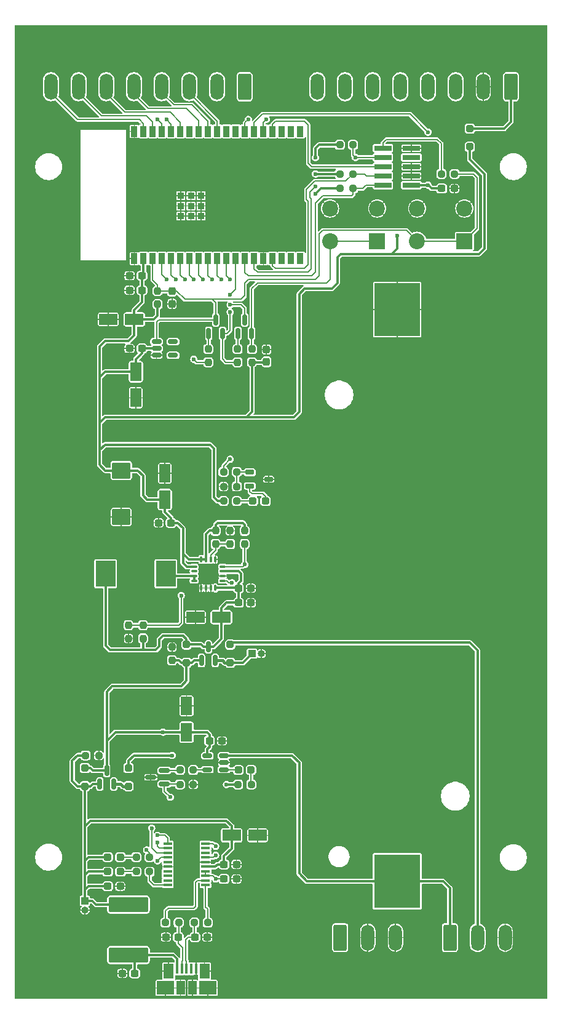
<source format=gbr>
G04 #@! TF.GenerationSoftware,KiCad,Pcbnew,8.0.5-8.0.5-0~ubuntu24.04.1*
G04 #@! TF.CreationDate,2024-10-12T21:44:42+03:00*
G04 #@! TF.ProjectId,esp32-main,65737033-322d-46d6-9169-6e2e6b696361,A*
G04 #@! TF.SameCoordinates,Original*
G04 #@! TF.FileFunction,Copper,L1,Top*
G04 #@! TF.FilePolarity,Positive*
%FSLAX46Y46*%
G04 Gerber Fmt 4.6, Leading zero omitted, Abs format (unit mm)*
G04 Created by KiCad (PCBNEW 8.0.5-8.0.5-0~ubuntu24.04.1) date 2024-10-12 21:44:42*
%MOMM*%
%LPD*%
G01*
G04 APERTURE LIST*
G04 Aperture macros list*
%AMRoundRect*
0 Rectangle with rounded corners*
0 $1 Rounding radius*
0 $2 $3 $4 $5 $6 $7 $8 $9 X,Y pos of 4 corners*
0 Add a 4 corners polygon primitive as box body*
4,1,4,$2,$3,$4,$5,$6,$7,$8,$9,$2,$3,0*
0 Add four circle primitives for the rounded corners*
1,1,$1+$1,$2,$3*
1,1,$1+$1,$4,$5*
1,1,$1+$1,$6,$7*
1,1,$1+$1,$8,$9*
0 Add four rect primitives between the rounded corners*
20,1,$1+$1,$2,$3,$4,$5,0*
20,1,$1+$1,$4,$5,$6,$7,0*
20,1,$1+$1,$6,$7,$8,$9,0*
20,1,$1+$1,$8,$9,$2,$3,0*%
G04 Aperture macros list end*
G04 #@! TA.AperFunction,ComponentPad*
%ADD10RoundRect,0.250000X-0.650000X-1.550000X0.650000X-1.550000X0.650000X1.550000X-0.650000X1.550000X0*%
G04 #@! TD*
G04 #@! TA.AperFunction,ComponentPad*
%ADD11O,1.800000X3.600000*%
G04 #@! TD*
G04 #@! TA.AperFunction,ComponentPad*
%ADD12R,2.200000X2.200000*%
G04 #@! TD*
G04 #@! TA.AperFunction,ComponentPad*
%ADD13C,2.200000*%
G04 #@! TD*
G04 #@! TA.AperFunction,SMDPad,CuDef*
%ADD14RoundRect,0.237500X-0.237500X0.300000X-0.237500X-0.300000X0.237500X-0.300000X0.237500X0.300000X0*%
G04 #@! TD*
G04 #@! TA.AperFunction,SMDPad,CuDef*
%ADD15R,2.700000X3.600000*%
G04 #@! TD*
G04 #@! TA.AperFunction,SMDPad,CuDef*
%ADD16RoundRect,0.237500X0.237500X-0.250000X0.237500X0.250000X-0.237500X0.250000X-0.237500X-0.250000X0*%
G04 #@! TD*
G04 #@! TA.AperFunction,SMDPad,CuDef*
%ADD17RoundRect,0.237500X0.250000X0.237500X-0.250000X0.237500X-0.250000X-0.237500X0.250000X-0.237500X0*%
G04 #@! TD*
G04 #@! TA.AperFunction,SMDPad,CuDef*
%ADD18RoundRect,0.237500X-0.237500X0.250000X-0.237500X-0.250000X0.237500X-0.250000X0.237500X0.250000X0*%
G04 #@! TD*
G04 #@! TA.AperFunction,SMDPad,CuDef*
%ADD19RoundRect,0.237500X-0.300000X-0.237500X0.300000X-0.237500X0.300000X0.237500X-0.300000X0.237500X0*%
G04 #@! TD*
G04 #@! TA.AperFunction,SMDPad,CuDef*
%ADD20RoundRect,0.237500X-0.250000X-0.237500X0.250000X-0.237500X0.250000X0.237500X-0.250000X0.237500X0*%
G04 #@! TD*
G04 #@! TA.AperFunction,SMDPad,CuDef*
%ADD21RoundRect,0.162500X-0.447500X-0.162500X0.447500X-0.162500X0.447500X0.162500X-0.447500X0.162500X0*%
G04 #@! TD*
G04 #@! TA.AperFunction,SMDPad,CuDef*
%ADD22RoundRect,0.237500X-0.287500X-0.237500X0.287500X-0.237500X0.287500X0.237500X-0.287500X0.237500X0*%
G04 #@! TD*
G04 #@! TA.AperFunction,SMDPad,CuDef*
%ADD23RoundRect,0.250000X-0.550000X1.050000X-0.550000X-1.050000X0.550000X-1.050000X0.550000X1.050000X0*%
G04 #@! TD*
G04 #@! TA.AperFunction,SMDPad,CuDef*
%ADD24RoundRect,0.150000X0.512500X0.150000X-0.512500X0.150000X-0.512500X-0.150000X0.512500X-0.150000X0*%
G04 #@! TD*
G04 #@! TA.AperFunction,SMDPad,CuDef*
%ADD25RoundRect,0.250000X0.550000X-1.050000X0.550000X1.050000X-0.550000X1.050000X-0.550000X-1.050000X0*%
G04 #@! TD*
G04 #@! TA.AperFunction,SMDPad,CuDef*
%ADD26R,0.450000X1.380000*%
G04 #@! TD*
G04 #@! TA.AperFunction,SMDPad,CuDef*
%ADD27R,2.375000X1.900000*%
G04 #@! TD*
G04 #@! TA.AperFunction,SMDPad,CuDef*
%ADD28R,1.475000X2.100000*%
G04 #@! TD*
G04 #@! TA.AperFunction,SMDPad,CuDef*
%ADD29R,1.175000X1.900000*%
G04 #@! TD*
G04 #@! TA.AperFunction,ComponentPad*
%ADD30R,1.000000X1.000000*%
G04 #@! TD*
G04 #@! TA.AperFunction,ComponentPad*
%ADD31O,1.000000X1.000000*%
G04 #@! TD*
G04 #@! TA.AperFunction,SMDPad,CuDef*
%ADD32RoundRect,0.237500X0.237500X-0.300000X0.237500X0.300000X-0.237500X0.300000X-0.237500X-0.300000X0*%
G04 #@! TD*
G04 #@! TA.AperFunction,SMDPad,CuDef*
%ADD33RoundRect,0.250000X-1.025000X0.875000X-1.025000X-0.875000X1.025000X-0.875000X1.025000X0.875000X0*%
G04 #@! TD*
G04 #@! TA.AperFunction,SMDPad,CuDef*
%ADD34RoundRect,0.237500X0.300000X0.237500X-0.300000X0.237500X-0.300000X-0.237500X0.300000X-0.237500X0*%
G04 #@! TD*
G04 #@! TA.AperFunction,SMDPad,CuDef*
%ADD35RoundRect,0.237500X0.287500X0.237500X-0.287500X0.237500X-0.287500X-0.237500X0.287500X-0.237500X0*%
G04 #@! TD*
G04 #@! TA.AperFunction,SMDPad,CuDef*
%ADD36R,2.400000X0.740000*%
G04 #@! TD*
G04 #@! TA.AperFunction,SMDPad,CuDef*
%ADD37R,0.900000X1.500000*%
G04 #@! TD*
G04 #@! TA.AperFunction,SMDPad,CuDef*
%ADD38R,0.900000X0.900000*%
G04 #@! TD*
G04 #@! TA.AperFunction,SMDPad,CuDef*
%ADD39RoundRect,0.250001X2.474999X-0.799999X2.474999X0.799999X-2.474999X0.799999X-2.474999X-0.799999X0*%
G04 #@! TD*
G04 #@! TA.AperFunction,SMDPad,CuDef*
%ADD40R,1.200000X0.400000*%
G04 #@! TD*
G04 #@! TA.AperFunction,SMDPad,CuDef*
%ADD41RoundRect,0.250000X-1.050000X-0.550000X1.050000X-0.550000X1.050000X0.550000X-1.050000X0.550000X0*%
G04 #@! TD*
G04 #@! TA.AperFunction,SMDPad,CuDef*
%ADD42RoundRect,0.150000X0.587500X0.150000X-0.587500X0.150000X-0.587500X-0.150000X0.587500X-0.150000X0*%
G04 #@! TD*
G04 #@! TA.AperFunction,SMDPad,CuDef*
%ADD43RoundRect,0.087500X-0.325000X-0.087500X0.325000X-0.087500X0.325000X0.087500X-0.325000X0.087500X0*%
G04 #@! TD*
G04 #@! TA.AperFunction,SMDPad,CuDef*
%ADD44RoundRect,0.087500X-0.087500X-0.325000X0.087500X-0.325000X0.087500X0.325000X-0.087500X0.325000X0*%
G04 #@! TD*
G04 #@! TA.AperFunction,HeatsinkPad*
%ADD45C,0.600000*%
G04 #@! TD*
G04 #@! TA.AperFunction,HeatsinkPad*
%ADD46R,2.700000X2.700000*%
G04 #@! TD*
G04 #@! TA.AperFunction,SMDPad,CuDef*
%ADD47RoundRect,0.250000X-0.250000X0.250000X-0.250000X-0.250000X0.250000X-0.250000X0.250000X0.250000X0*%
G04 #@! TD*
G04 #@! TA.AperFunction,SMDPad,CuDef*
%ADD48RoundRect,0.150000X0.150000X-0.587500X0.150000X0.587500X-0.150000X0.587500X-0.150000X-0.587500X0*%
G04 #@! TD*
G04 #@! TA.AperFunction,SMDPad,CuDef*
%ADD49RoundRect,0.150000X-0.512500X-0.150000X0.512500X-0.150000X0.512500X0.150000X-0.512500X0.150000X0*%
G04 #@! TD*
G04 #@! TA.AperFunction,SMDPad,CuDef*
%ADD50RoundRect,0.250000X1.050000X0.550000X-1.050000X0.550000X-1.050000X-0.550000X1.050000X-0.550000X0*%
G04 #@! TD*
G04 #@! TA.AperFunction,ComponentPad*
%ADD51RoundRect,0.250000X0.650000X1.550000X-0.650000X1.550000X-0.650000X-1.550000X0.650000X-1.550000X0*%
G04 #@! TD*
G04 #@! TA.AperFunction,SMDPad,CuDef*
%ADD52R,6.350000X7.340000*%
G04 #@! TD*
G04 #@! TA.AperFunction,SMDPad,CuDef*
%ADD53RoundRect,0.250000X0.250000X-0.250000X0.250000X0.250000X-0.250000X0.250000X-0.250000X-0.250000X0*%
G04 #@! TD*
G04 #@! TA.AperFunction,ViaPad*
%ADD54C,0.600000*%
G04 #@! TD*
G04 #@! TA.AperFunction,Conductor*
%ADD55C,0.300000*%
G04 #@! TD*
G04 #@! TA.AperFunction,Conductor*
%ADD56C,0.200000*%
G04 #@! TD*
G04 #@! TA.AperFunction,Conductor*
%ADD57C,0.400000*%
G04 #@! TD*
G04 APERTURE END LIST*
D10*
X153150000Y-147067500D03*
D11*
X156960000Y-147067500D03*
X160770000Y-147067500D03*
D10*
X168245000Y-147067500D03*
D11*
X172055000Y-147067500D03*
X175865000Y-147067500D03*
D12*
X170250000Y-51250000D03*
D13*
X163750000Y-51250000D03*
X170250000Y-46750000D03*
X163750000Y-46750000D03*
D12*
X158250000Y-51250000D03*
D13*
X151750000Y-51250000D03*
X158250000Y-46750000D03*
X151750000Y-46750000D03*
D14*
X130000000Y-58137500D03*
X130000000Y-59862500D03*
D15*
X120850000Y-97000000D03*
X129150000Y-97000000D03*
D16*
X138000000Y-92912500D03*
X138000000Y-91087500D03*
D17*
X132912500Y-124000000D03*
X131087500Y-124000000D03*
D18*
X140000000Y-91087500D03*
X140000000Y-92912500D03*
D19*
X139137500Y-99000000D03*
X140862500Y-99000000D03*
D20*
X167087500Y-42000000D03*
X168912500Y-42000000D03*
D21*
X140690000Y-83050000D03*
X140690000Y-84950000D03*
X143310000Y-84000000D03*
D22*
X139125000Y-124000000D03*
X140875000Y-124000000D03*
D23*
X125000000Y-69200000D03*
X125000000Y-72800000D03*
D17*
X132912500Y-126000000D03*
X131087500Y-126000000D03*
D19*
X135137500Y-120000000D03*
X136862500Y-120000000D03*
D24*
X137137500Y-123950000D03*
X137137500Y-123000000D03*
X137137500Y-122050000D03*
X134862500Y-122050000D03*
X134862500Y-123950000D03*
D25*
X132000000Y-118800000D03*
X132000000Y-115200000D03*
D26*
X130700000Y-151340000D03*
X131350000Y-151340000D03*
X132000000Y-151340000D03*
X132650000Y-151340000D03*
X133300000Y-151340000D03*
D27*
X134912500Y-154000000D03*
D28*
X134462500Y-151700000D03*
D29*
X132837500Y-154000000D03*
X131162500Y-154000000D03*
D28*
X129537500Y-151700000D03*
D27*
X129087500Y-154000000D03*
D20*
X139087500Y-126000000D03*
X140912500Y-126000000D03*
D30*
X118000000Y-142000000D03*
D31*
X118000000Y-143270000D03*
D32*
X143000000Y-67862500D03*
X143000000Y-66137500D03*
D17*
X126912500Y-138000000D03*
X125087500Y-138000000D03*
D33*
X123000000Y-82800000D03*
X123000000Y-89200000D03*
D17*
X138912500Y-83000000D03*
X137087500Y-83000000D03*
D34*
X125862500Y-58000000D03*
X124137500Y-58000000D03*
D19*
X137137500Y-139000000D03*
X138862500Y-139000000D03*
D18*
X135000000Y-66087500D03*
X135000000Y-67912500D03*
D35*
X122875000Y-138000000D03*
X121125000Y-138000000D03*
D36*
X162950000Y-43540000D03*
X159050000Y-43540000D03*
X162950000Y-42270000D03*
X159050000Y-42270000D03*
X162950000Y-41000000D03*
X159050000Y-41000000D03*
X162950000Y-39730000D03*
X159050000Y-39730000D03*
X162950000Y-38460000D03*
X159050000Y-38460000D03*
D37*
X124805000Y-53650000D03*
X126075000Y-53650000D03*
X127345000Y-53650000D03*
X128615000Y-53650000D03*
X129885000Y-53650000D03*
X131155000Y-53650000D03*
X132425000Y-53650000D03*
X133695000Y-53650000D03*
X134965000Y-53650000D03*
X136235000Y-53650000D03*
X137505000Y-53650000D03*
X138775000Y-53650000D03*
X140045000Y-53650000D03*
X141315000Y-53650000D03*
X142585000Y-53650000D03*
X143855000Y-53650000D03*
X145125000Y-53650000D03*
X146395000Y-53650000D03*
X147665000Y-53650000D03*
X147665000Y-36150000D03*
X146395000Y-36150000D03*
X145125000Y-36150000D03*
X143855000Y-36150000D03*
X142585000Y-36150000D03*
X141315000Y-36150000D03*
X140045000Y-36150000D03*
X138775000Y-36150000D03*
X137505000Y-36150000D03*
X136235000Y-36150000D03*
X134965000Y-36150000D03*
X133695000Y-36150000D03*
X132425000Y-36150000D03*
X131155000Y-36150000D03*
X129885000Y-36150000D03*
X128615000Y-36150000D03*
X127345000Y-36150000D03*
X126075000Y-36150000D03*
X124805000Y-36150000D03*
D38*
X131200000Y-47805000D03*
X132600000Y-47800000D03*
X134000000Y-47800000D03*
X131200000Y-46400000D03*
X132600000Y-46400000D03*
X134000000Y-46400000D03*
X131200000Y-45000000D03*
X132600000Y-45000000D03*
X134000000Y-45000000D03*
D17*
X154912500Y-44000000D03*
X153087500Y-44000000D03*
D39*
X124000000Y-149475000D03*
X124000000Y-142525000D03*
D17*
X154912500Y-42000000D03*
X153087500Y-42000000D03*
D16*
X124000000Y-105912500D03*
X124000000Y-104087500D03*
D40*
X129400000Y-134142500D03*
X129400000Y-134777500D03*
X129400000Y-135412500D03*
X129400000Y-136047500D03*
X129400000Y-136682500D03*
X129400000Y-137317500D03*
X129400000Y-137952500D03*
X129400000Y-138587500D03*
X129400000Y-139222500D03*
X129400000Y-139857500D03*
X134600000Y-139857500D03*
X134600000Y-139222500D03*
X134600000Y-138587500D03*
X134600000Y-137952500D03*
X134600000Y-137317500D03*
X134600000Y-136682500D03*
X134600000Y-136047500D03*
X134600000Y-135412500D03*
X134600000Y-134777500D03*
X134600000Y-134142500D03*
D17*
X154912500Y-38000000D03*
X153087500Y-38000000D03*
D35*
X122875000Y-136000000D03*
X121125000Y-136000000D03*
D41*
X138200000Y-133000000D03*
X141800000Y-133000000D03*
D42*
X128937500Y-125950000D03*
X128937500Y-124050000D03*
X127062500Y-125000000D03*
D35*
X142875000Y-87000000D03*
X141125000Y-87000000D03*
D20*
X129087500Y-145000000D03*
X130912500Y-145000000D03*
D18*
X136000000Y-91087500D03*
X136000000Y-92912500D03*
D19*
X137137500Y-137000000D03*
X138862500Y-137000000D03*
D17*
X126912500Y-136000000D03*
X125087500Y-136000000D03*
D43*
X133037500Y-96025000D03*
X133037500Y-96675000D03*
X133037500Y-97325000D03*
X133037500Y-97975000D03*
D44*
X134025000Y-98962500D03*
X134675000Y-98962500D03*
X135325000Y-98962500D03*
X135975000Y-98962500D03*
D43*
X136962500Y-97975000D03*
X136962500Y-97325000D03*
X136962500Y-96675000D03*
X136962500Y-96025000D03*
D44*
X135975000Y-95037500D03*
X135325000Y-95037500D03*
X134675000Y-95037500D03*
X134025000Y-95037500D03*
D45*
X134500000Y-96500000D03*
X134500000Y-97500000D03*
D46*
X135000000Y-97000000D03*
D45*
X135500000Y-96500000D03*
X135500000Y-97500000D03*
D34*
X124862500Y-152000000D03*
X123137500Y-152000000D03*
D47*
X118000000Y-123750000D03*
X118000000Y-126250000D03*
D20*
X137087500Y-87000000D03*
X138912500Y-87000000D03*
D48*
X135050000Y-63937500D03*
X136950000Y-63937500D03*
X136000000Y-62062500D03*
D49*
X127862500Y-65050000D03*
X127862500Y-66000000D03*
X127862500Y-66950000D03*
X130137500Y-66950000D03*
X130137500Y-65050000D03*
D17*
X134912500Y-145000000D03*
X133087500Y-145000000D03*
D16*
X141000000Y-67912500D03*
X141000000Y-66087500D03*
D50*
X136800000Y-103000000D03*
X133200000Y-103000000D03*
D18*
X139000000Y-66087500D03*
X139000000Y-67912500D03*
D47*
X171000000Y-35750000D03*
X171000000Y-38250000D03*
D34*
X129862500Y-90000000D03*
X128137500Y-90000000D03*
D48*
X139050000Y-63937500D03*
X140950000Y-63937500D03*
X140000000Y-62062500D03*
D51*
X140000000Y-30000000D03*
D11*
X136190000Y-30000000D03*
X132380000Y-30000000D03*
X128570000Y-30000000D03*
X124760000Y-30000000D03*
X120950000Y-30000000D03*
X117140000Y-30000000D03*
X113330000Y-30000000D03*
D52*
X161000000Y-139330000D03*
X161000000Y-60670000D03*
D50*
X124800000Y-62000000D03*
X121200000Y-62000000D03*
D18*
X130000000Y-107087500D03*
X130000000Y-108912500D03*
D53*
X124000000Y-126250000D03*
X124000000Y-123750000D03*
D47*
X132000000Y-106750000D03*
X132000000Y-109250000D03*
D51*
X176670000Y-30000000D03*
D11*
X172860000Y-30000000D03*
X169050000Y-30000000D03*
X165240000Y-30000000D03*
X161430000Y-30000000D03*
X157620000Y-30000000D03*
X153810000Y-30000000D03*
X150000000Y-30000000D03*
D53*
X138000000Y-109250000D03*
X138000000Y-106750000D03*
D48*
X134050000Y-108937500D03*
X135950000Y-108937500D03*
X135000000Y-107062500D03*
D19*
X167137500Y-44000000D03*
X168862500Y-44000000D03*
D30*
X141000000Y-108000000D03*
D31*
X142270000Y-108000000D03*
D17*
X119912500Y-122000000D03*
X118087500Y-122000000D03*
X138912500Y-85000000D03*
X137087500Y-85000000D03*
D19*
X139137500Y-101000000D03*
X140862500Y-101000000D03*
D16*
X128000000Y-59912500D03*
X128000000Y-58087500D03*
X126000000Y-105912500D03*
X126000000Y-104087500D03*
D34*
X125862500Y-56000000D03*
X124137500Y-56000000D03*
D25*
X129000000Y-86800000D03*
X129000000Y-83200000D03*
D48*
X120050000Y-125937500D03*
X121950000Y-125937500D03*
X121000000Y-124062500D03*
D19*
X133137500Y-147000000D03*
X134862500Y-147000000D03*
D34*
X125862500Y-66000000D03*
X124137500Y-66000000D03*
D19*
X121137500Y-140000000D03*
X122862500Y-140000000D03*
D34*
X130862500Y-147000000D03*
X129137500Y-147000000D03*
D54*
X132000000Y-64000000D03*
X164000000Y-108000000D03*
X123000000Y-120000000D03*
X115000000Y-100000000D03*
X160000000Y-108000000D03*
X175000000Y-80000000D03*
X158000000Y-105000000D03*
X115000000Y-110000000D03*
X146000000Y-105000000D03*
X145000000Y-128000000D03*
X168000000Y-105000000D03*
X156000000Y-108000000D03*
X122000000Y-67000000D03*
X170000000Y-118000000D03*
X152000000Y-128000000D03*
X162000000Y-105000000D03*
X146000000Y-80000000D03*
X146000000Y-104000000D03*
X146000000Y-109000000D03*
X170000000Y-134000000D03*
X145000000Y-79000000D03*
X132000000Y-61000000D03*
X146000000Y-58000000D03*
X168000000Y-108000000D03*
X170000000Y-122000000D03*
X145000000Y-105000000D03*
X170000000Y-110000000D03*
X131000000Y-61000000D03*
X145000000Y-108000000D03*
X156000000Y-105000000D03*
X160000000Y-105000000D03*
X170000000Y-138000000D03*
X166000000Y-105000000D03*
X170000000Y-120000000D03*
X154000000Y-108000000D03*
X164000000Y-105000000D03*
X152000000Y-120000000D03*
X158000000Y-108000000D03*
X145000000Y-109000000D03*
X175000000Y-50000000D03*
X154000000Y-105000000D03*
X170000000Y-114000000D03*
X170000000Y-112000000D03*
X170000000Y-116000000D03*
X146000000Y-127000000D03*
X175000000Y-60000000D03*
X152000000Y-108000000D03*
X132000000Y-63000000D03*
X115000000Y-60000000D03*
X146000000Y-128000000D03*
X121000000Y-67000000D03*
X131000000Y-133000000D03*
X170000000Y-108000000D03*
X152000000Y-130000000D03*
X170000000Y-136000000D03*
X152000000Y-132000000D03*
X170000000Y-105000000D03*
X132000000Y-60000000D03*
X170000000Y-124000000D03*
X115000000Y-80000000D03*
X146000000Y-59000000D03*
X152000000Y-124000000D03*
X123000000Y-121000000D03*
X175000000Y-120000000D03*
X115000000Y-120000000D03*
X115000000Y-90000000D03*
X152000000Y-105000000D03*
X175000000Y-70000000D03*
X133000000Y-133000000D03*
X138750000Y-94500000D03*
X131000000Y-63000000D03*
X175000000Y-130000000D03*
X175000000Y-110000000D03*
X146000000Y-79000000D03*
X145000000Y-58000000D03*
X162000000Y-108000000D03*
X152000000Y-126000000D03*
X138750000Y-97500000D03*
X132000000Y-141000000D03*
X132000000Y-133000000D03*
X175000000Y-90000000D03*
X115000000Y-50000000D03*
X170000000Y-132000000D03*
X166000000Y-108000000D03*
X115000000Y-70000000D03*
X152000000Y-122000000D03*
X122000000Y-121000000D03*
X115000000Y-130000000D03*
X123000000Y-67000000D03*
X175000000Y-100000000D03*
X149750000Y-42000000D03*
X161000000Y-50500000D03*
X149750000Y-44750000D03*
X165250000Y-43540000D03*
X149750000Y-39750000D03*
X127199997Y-132000000D03*
X136000000Y-139000000D03*
X149750000Y-43750000D03*
X155250000Y-39730000D03*
X131750000Y-56500000D03*
X135500000Y-56500000D03*
X133000000Y-56500000D03*
X130500000Y-56500000D03*
X134250000Y-56500000D03*
X129250000Y-56500000D03*
X136750000Y-56500000D03*
X138000000Y-56500000D03*
X138000000Y-61000000D03*
X128000000Y-134000000D03*
X165250000Y-36250000D03*
X133000000Y-67500000D03*
X128000000Y-133000000D03*
X138000000Y-60000000D03*
X138000000Y-58650000D03*
X129750000Y-127750000D03*
X126500000Y-135000000D03*
X136000000Y-135750000D03*
X138250000Y-98250000D03*
X131250000Y-100000000D03*
X143000000Y-34500000D03*
X140000000Y-95750000D03*
X140500000Y-34500000D03*
X138000000Y-81250000D03*
X128000000Y-136500000D03*
X129250000Y-34500000D03*
X136000000Y-134500000D03*
X128000000Y-34500000D03*
X137500000Y-126000000D03*
X128750000Y-118800000D03*
X130000000Y-122000000D03*
D55*
X168245000Y-147067500D02*
X168245000Y-140245000D01*
X168245000Y-140245000D02*
X167330000Y-139330000D01*
X167330000Y-139330000D02*
X161000000Y-139330000D01*
X138000000Y-106750000D02*
X138250000Y-106500000D01*
X172055000Y-107555000D02*
X172055000Y-147067500D01*
X138250000Y-106500000D02*
X171000000Y-106500000D01*
X171000000Y-106500000D02*
X172055000Y-107555000D01*
X120000000Y-80000000D02*
X120000000Y-76250000D01*
X125000000Y-69200000D02*
X125000000Y-67500000D01*
X148250000Y-57750000D02*
X147500000Y-58500000D01*
X120000000Y-70000000D02*
X120000000Y-65750000D01*
X173000000Y-42000000D02*
X171000000Y-40000000D01*
X135250000Y-79250000D02*
X120750000Y-79250000D01*
X120000000Y-76250000D02*
X120000000Y-70000000D01*
X124800000Y-64200000D02*
X124800000Y-62000000D01*
X127500000Y-62000000D02*
X124800000Y-62000000D01*
X124000000Y-65000000D02*
X124800000Y-64200000D01*
X139750000Y-90000000D02*
X140000000Y-90250000D01*
X167137500Y-44000000D02*
X165750000Y-44000000D01*
X120800000Y-69200000D02*
X120000000Y-70000000D01*
X172250000Y-53000000D02*
X173000000Y-52250000D01*
X161000000Y-50500000D02*
X161000000Y-52250000D01*
X123000000Y-82800000D02*
X120800000Y-82800000D01*
X134675000Y-95037500D02*
X134675000Y-91575000D01*
X126075000Y-55787500D02*
X125862500Y-56000000D01*
X131500000Y-90750000D02*
X130750000Y-90000000D01*
X146750000Y-75500000D02*
X140250000Y-75500000D01*
X149750000Y-39750000D02*
X149750000Y-38500000D01*
X141000000Y-67912500D02*
X142950000Y-67912500D01*
X125862500Y-66000000D02*
X127862500Y-66000000D01*
X142950000Y-67912500D02*
X143000000Y-67862500D01*
X124800000Y-60700000D02*
X125862500Y-59637500D01*
X120750000Y-75500000D02*
X120000000Y-76250000D01*
X150250000Y-38000000D02*
X153087500Y-38000000D01*
X128000000Y-59912500D02*
X128000000Y-61500000D01*
X141000000Y-67912500D02*
X141000000Y-74750000D01*
X135750000Y-79750000D02*
X135250000Y-79250000D01*
X124800000Y-62000000D02*
X124800000Y-60700000D01*
X126075000Y-53650000D02*
X126075000Y-55787500D01*
X120000000Y-82000000D02*
X120000000Y-80000000D01*
X131500000Y-94250000D02*
X131500000Y-90750000D01*
X171000000Y-40000000D02*
X171000000Y-38250000D01*
X125000000Y-69200000D02*
X120800000Y-69200000D01*
X149750000Y-38500000D02*
X150250000Y-38000000D01*
X160250000Y-53000000D02*
X172250000Y-53000000D01*
X129862500Y-90000000D02*
X129862500Y-89362500D01*
X165250000Y-43540000D02*
X162950000Y-43540000D01*
X126000000Y-86250000D02*
X126000000Y-83500000D01*
X140250000Y-75500000D02*
X120750000Y-75500000D01*
X135162500Y-91087500D02*
X136000000Y-91087500D01*
X136250000Y-90000000D02*
X139750000Y-90000000D01*
X153087500Y-44000000D02*
X150500000Y-44000000D01*
X136000000Y-91087500D02*
X136000000Y-90250000D01*
X161000000Y-52250000D02*
X160250000Y-53000000D01*
X125862500Y-58000000D02*
X125862500Y-56000000D01*
X147500000Y-74750000D02*
X146750000Y-75500000D01*
X125862500Y-59637500D02*
X125862500Y-58000000D01*
X132025000Y-96025000D02*
X131500000Y-95500000D01*
X125000000Y-67500000D02*
X125862500Y-66637500D01*
X140000000Y-90250000D02*
X140000000Y-91087500D01*
X137087500Y-87000000D02*
X136250000Y-87000000D01*
X150500000Y-44000000D02*
X149750000Y-44750000D01*
X153087500Y-42000000D02*
X149750000Y-42000000D01*
X126550000Y-86800000D02*
X126000000Y-86250000D01*
X134025000Y-95037500D02*
X132287500Y-95037500D01*
X134675000Y-91575000D02*
X135162500Y-91087500D01*
X165750000Y-44000000D02*
X165290000Y-43540000D01*
X152000000Y-57750000D02*
X148250000Y-57750000D01*
X152750000Y-57000000D02*
X152000000Y-57750000D01*
X120750000Y-79250000D02*
X120000000Y-80000000D01*
X134675000Y-95037500D02*
X134025000Y-95037500D01*
X136250000Y-87000000D02*
X135750000Y-86500000D01*
X125862500Y-66637500D02*
X125862500Y-66000000D01*
X136000000Y-90250000D02*
X136250000Y-90000000D01*
X133037500Y-96025000D02*
X132025000Y-96025000D01*
X126000000Y-83500000D02*
X125300000Y-82800000D01*
X147500000Y-58500000D02*
X147500000Y-74750000D01*
X129000000Y-86800000D02*
X126550000Y-86800000D01*
X129000000Y-88500000D02*
X129000000Y-86800000D01*
X129862500Y-89362500D02*
X129000000Y-88500000D01*
X152750000Y-53500000D02*
X152750000Y-57000000D01*
X120750000Y-65000000D02*
X124000000Y-65000000D01*
X141000000Y-74750000D02*
X140250000Y-75500000D01*
X125300000Y-82800000D02*
X123000000Y-82800000D01*
X132287500Y-95037500D02*
X131500000Y-94250000D01*
X135750000Y-86500000D02*
X135750000Y-79750000D01*
X160250000Y-53000000D02*
X153250000Y-53000000D01*
X153250000Y-53000000D02*
X152750000Y-53500000D01*
X173000000Y-52250000D02*
X173000000Y-42000000D01*
X128000000Y-61500000D02*
X127500000Y-62000000D01*
X131500000Y-95500000D02*
X131500000Y-94250000D01*
X165290000Y-43540000D02*
X165250000Y-43540000D01*
X130750000Y-90000000D02*
X129862500Y-90000000D01*
X120000000Y-65750000D02*
X120750000Y-65000000D01*
X120000000Y-82000000D02*
X120800000Y-82800000D01*
D56*
X131750000Y-59250000D02*
X135500000Y-59250000D01*
X128000000Y-57250000D02*
X128000000Y-58087500D01*
X163750000Y-51250000D02*
X162250000Y-49750000D01*
X140000000Y-57000000D02*
X140000000Y-58750000D01*
X127345000Y-56595000D02*
X128000000Y-57250000D01*
X135500000Y-59250000D02*
X136000000Y-59750000D01*
X140500000Y-56500000D02*
X140000000Y-57000000D01*
X136000000Y-59750000D02*
X136000000Y-62062500D01*
X127862500Y-65050000D02*
X127862500Y-62387500D01*
X172000000Y-49500000D02*
X170250000Y-51250000D01*
X162250000Y-49750000D02*
X150750000Y-49750000D01*
X128050000Y-58137500D02*
X128000000Y-58087500D01*
X171500000Y-42000000D02*
X172000000Y-42500000D01*
X168912500Y-42000000D02*
X171500000Y-42000000D01*
X128187500Y-62062500D02*
X136000000Y-62062500D01*
X172000000Y-42500000D02*
X172000000Y-49500000D01*
X139500000Y-59250000D02*
X135500000Y-59250000D01*
X149750000Y-56500000D02*
X140500000Y-56500000D01*
X127862500Y-62387500D02*
X128187500Y-62062500D01*
X150250000Y-50250000D02*
X150250000Y-56000000D01*
X170250000Y-51250000D02*
X163750000Y-51250000D01*
X130000000Y-58137500D02*
X128050000Y-58137500D01*
X130637500Y-58137500D02*
X131750000Y-59250000D01*
X150250000Y-56000000D02*
X149750000Y-56500000D01*
X127345000Y-53650000D02*
X127345000Y-56595000D01*
X140000000Y-58750000D02*
X139500000Y-59250000D01*
X150750000Y-49750000D02*
X150250000Y-50250000D01*
X130000000Y-58137500D02*
X130637500Y-58137500D01*
D55*
X118000000Y-142000000D02*
X119000000Y-142000000D01*
X117000000Y-126250000D02*
X116250000Y-125500000D01*
X118500000Y-140000000D02*
X118000000Y-140500000D01*
X137137500Y-135862500D02*
X138200000Y-134800000D01*
X137137500Y-137000000D02*
X137137500Y-135862500D01*
X116250000Y-125500000D02*
X116250000Y-122750000D01*
X138200000Y-131700000D02*
X137500000Y-131000000D01*
X121137500Y-140000000D02*
X118500000Y-140000000D01*
X135932500Y-137317500D02*
X134600000Y-137317500D01*
X138200000Y-134800000D02*
X138200000Y-133000000D01*
X120050000Y-125937500D02*
X119062500Y-125937500D01*
X118500000Y-138000000D02*
X118000000Y-138500000D01*
X118000000Y-138500000D02*
X118000000Y-136500000D01*
X118500000Y-136000000D02*
X118000000Y-136500000D01*
X118750000Y-126250000D02*
X118000000Y-126250000D01*
X118000000Y-142000000D02*
X118000000Y-140500000D01*
X136250000Y-137000000D02*
X135932500Y-137317500D01*
X118000000Y-140500000D02*
X118000000Y-138500000D01*
X118000000Y-131750000D02*
X118000000Y-126250000D01*
X119525000Y-142525000D02*
X124000000Y-142525000D01*
X119062500Y-125937500D02*
X118750000Y-126250000D01*
X116250000Y-122750000D02*
X117000000Y-122000000D01*
X138200000Y-133000000D02*
X138200000Y-131700000D01*
X121125000Y-138000000D02*
X118500000Y-138000000D01*
X118000000Y-136500000D02*
X118000000Y-131750000D01*
X121125000Y-136000000D02*
X118500000Y-136000000D01*
X118000000Y-126250000D02*
X117000000Y-126250000D01*
X137137500Y-137000000D02*
X136250000Y-137000000D01*
X117000000Y-122000000D02*
X118087500Y-122000000D01*
X137500000Y-131000000D02*
X118750000Y-131000000D01*
X119000000Y-142000000D02*
X119525000Y-142525000D01*
X118750000Y-131000000D02*
X118000000Y-131750000D01*
X130700000Y-150000000D02*
X130175000Y-149475000D01*
X130700000Y-151340000D02*
X130700000Y-150000000D01*
X124862500Y-150337500D02*
X124000000Y-149475000D01*
X124862500Y-152000000D02*
X124862500Y-150337500D01*
X130175000Y-149475000D02*
X124000000Y-149475000D01*
D56*
X130912500Y-146950000D02*
X130912500Y-145000000D01*
X130862500Y-147862500D02*
X130862500Y-147000000D01*
X130862500Y-147000000D02*
X130912500Y-146950000D01*
X131350000Y-150304999D02*
X131450000Y-150204999D01*
X131450000Y-148450000D02*
X130862500Y-147862500D01*
X131350000Y-151340000D02*
X131350000Y-150304999D01*
X131450000Y-150204999D02*
X131450000Y-148450000D01*
X133087500Y-146950000D02*
X133137500Y-147000000D01*
X131900000Y-147350000D02*
X132250000Y-147000000D01*
X131900000Y-150204999D02*
X131900000Y-147350000D01*
X132000000Y-151340000D02*
X132000000Y-150304999D01*
X132250000Y-147000000D02*
X133137500Y-147000000D01*
X132000000Y-150304999D02*
X131900000Y-150204999D01*
X133087500Y-145000000D02*
X133087500Y-146950000D01*
X134600000Y-138587500D02*
X134600000Y-137952500D01*
X127199997Y-132000000D02*
X127199997Y-134699997D01*
X127912500Y-135412500D02*
X129400000Y-135412500D01*
X135587500Y-138587500D02*
X134600000Y-138587500D01*
X127199997Y-134699997D02*
X127912500Y-135412500D01*
X136000000Y-139000000D02*
X137137500Y-139000000D01*
X136000000Y-139000000D02*
X135587500Y-138587500D01*
X122875000Y-138000000D02*
X125087500Y-138000000D01*
D55*
X175750000Y-35750000D02*
X176670000Y-34830000D01*
X176670000Y-34830000D02*
X176670000Y-30000000D01*
X171000000Y-35750000D02*
X175750000Y-35750000D01*
D56*
X122875000Y-136000000D02*
X125087500Y-136000000D01*
D57*
X137250000Y-109250000D02*
X138000000Y-109250000D01*
X136937500Y-108937500D02*
X137250000Y-109250000D01*
D55*
X138000000Y-109250000D02*
X139750000Y-109250000D01*
X139750000Y-109250000D02*
X141000000Y-108000000D01*
D57*
X135950000Y-108937500D02*
X136937500Y-108937500D01*
D56*
X156500000Y-42000000D02*
X154912500Y-42000000D01*
X143855000Y-54605000D02*
X144250000Y-55000000D01*
X144250000Y-55000000D02*
X148250000Y-55000000D01*
X153912500Y-43000000D02*
X154912500Y-42000000D01*
X156770000Y-42270000D02*
X156500000Y-42000000D01*
X148750000Y-54500000D02*
X148750000Y-45750000D01*
X149651471Y-43000000D02*
X153912500Y-43000000D01*
X148250000Y-55000000D02*
X148750000Y-54500000D01*
X148500000Y-45500000D02*
X148500000Y-44151471D01*
X143855000Y-53650000D02*
X143855000Y-54605000D01*
X159050000Y-42270000D02*
X156770000Y-42270000D01*
X148500000Y-44151471D02*
X149651471Y-43000000D01*
X148750000Y-45750000D02*
X148500000Y-45500000D01*
X149250000Y-56000000D02*
X149750000Y-55500000D01*
X149750000Y-46000000D02*
X150750000Y-45000000D01*
X140045000Y-55545000D02*
X140500000Y-56000000D01*
X154750000Y-45000000D02*
X154912500Y-44837500D01*
X150750000Y-45000000D02*
X154750000Y-45000000D01*
X156250000Y-44000000D02*
X154912500Y-44000000D01*
X140500000Y-56000000D02*
X149250000Y-56000000D01*
X140045000Y-53650000D02*
X140045000Y-55545000D01*
X156710000Y-43540000D02*
X156250000Y-44000000D01*
X149750000Y-55500000D02*
X149750000Y-46000000D01*
X154912500Y-44837500D02*
X154912500Y-44000000D01*
X159050000Y-43540000D02*
X156710000Y-43540000D01*
X148750000Y-55500000D02*
X141750000Y-55500000D01*
X149000000Y-45250000D02*
X149150000Y-45400000D01*
X141750000Y-55500000D02*
X141315000Y-55065000D01*
X155230000Y-39730000D02*
X154912500Y-39412500D01*
X141315000Y-55065000D02*
X141315000Y-53650000D01*
X149150000Y-45400000D02*
X149150000Y-55100000D01*
X149150000Y-55100000D02*
X148750000Y-55500000D01*
X149000000Y-44500000D02*
X149000000Y-45250000D01*
X149750000Y-43750000D02*
X149000000Y-44500000D01*
X154912500Y-39412500D02*
X154912500Y-38000000D01*
X159050000Y-39730000D02*
X155250000Y-39730000D01*
X155250000Y-39730000D02*
X155230000Y-39730000D01*
X167087500Y-37837500D02*
X166500000Y-37250000D01*
X159500000Y-37250000D02*
X159050000Y-37700000D01*
X159050000Y-37700000D02*
X159050000Y-38460000D01*
X167087500Y-42000000D02*
X167087500Y-37837500D01*
X166500000Y-37250000D02*
X159500000Y-37250000D01*
X143855000Y-36150000D02*
X143855000Y-35145000D01*
X144250000Y-34750000D02*
X148250000Y-34750000D01*
X148750000Y-35250000D02*
X148750000Y-40500000D01*
X143855000Y-35145000D02*
X144250000Y-34750000D01*
X148250000Y-34750000D02*
X148750000Y-35250000D01*
X149250000Y-41000000D02*
X159050000Y-41000000D01*
X148750000Y-40500000D02*
X149250000Y-41000000D01*
X131750000Y-56500000D02*
X131155000Y-55905000D01*
X131155000Y-55905000D02*
X131155000Y-53650000D01*
X134965000Y-55965000D02*
X134965000Y-53650000D01*
X135500000Y-56500000D02*
X134965000Y-55965000D01*
X132425000Y-55925000D02*
X132425000Y-53650000D01*
X133000000Y-56500000D02*
X132425000Y-55925000D01*
X130500000Y-56500000D02*
X129885000Y-55885000D01*
X129885000Y-55885000D02*
X129885000Y-53650000D01*
X134250000Y-56500000D02*
X133695000Y-55945000D01*
X133695000Y-55945000D02*
X133695000Y-53650000D01*
X129250000Y-56500000D02*
X128615000Y-55865000D01*
X128615000Y-55865000D02*
X128615000Y-53650000D01*
X136190000Y-30810000D02*
X136190000Y-30000000D01*
X130250000Y-32500000D02*
X128570000Y-30820000D01*
X134965000Y-36150000D02*
X134965000Y-34715000D01*
X128570000Y-30820000D02*
X128570000Y-30000000D01*
X132750000Y-32500000D02*
X130250000Y-32500000D01*
X134965000Y-34715000D02*
X132750000Y-32500000D01*
X136235000Y-55985000D02*
X136235000Y-53650000D01*
X136750000Y-56500000D02*
X136235000Y-55985000D01*
X136235000Y-36150000D02*
X136235000Y-34735000D01*
X132380000Y-30880000D02*
X132380000Y-30000000D01*
X136235000Y-34735000D02*
X132380000Y-30880000D01*
X123500000Y-33500000D02*
X120950000Y-30950000D01*
X131155000Y-34905000D02*
X129750000Y-33500000D01*
X131155000Y-36150000D02*
X131155000Y-34905000D01*
X120950000Y-30950000D02*
X120950000Y-30000000D01*
X129750000Y-33500000D02*
X123500000Y-33500000D01*
X133695000Y-36150000D02*
X133695000Y-34695000D01*
X132000000Y-33000000D02*
X126750000Y-33000000D01*
X126750000Y-33000000D02*
X124760000Y-31010000D01*
X133695000Y-34695000D02*
X132000000Y-33000000D01*
X124760000Y-31010000D02*
X124760000Y-30000000D01*
X125500000Y-34500000D02*
X117000000Y-34500000D01*
X126075000Y-35075000D02*
X125500000Y-34500000D01*
X113330000Y-30830000D02*
X113330000Y-30000000D01*
X126075000Y-36150000D02*
X126075000Y-35075000D01*
X117000000Y-34500000D02*
X113330000Y-30830000D01*
X138000000Y-56500000D02*
X137505000Y-56005000D01*
X137505000Y-56005000D02*
X137505000Y-53650000D01*
X127345000Y-34845000D02*
X126500000Y-34000000D01*
X127345000Y-36150000D02*
X127345000Y-34845000D01*
X117140000Y-30890000D02*
X117140000Y-30000000D01*
X120250000Y-34000000D02*
X117140000Y-30890000D01*
X126500000Y-34000000D02*
X120250000Y-34000000D01*
D55*
X133037500Y-97325000D02*
X129475000Y-97325000D01*
X133037500Y-97975000D02*
X133037500Y-97325000D01*
X129475000Y-97325000D02*
X129150000Y-97000000D01*
D56*
X138000000Y-63500000D02*
X138000000Y-61000000D01*
X137562500Y-63937500D02*
X138000000Y-63500000D01*
X128000000Y-134000000D02*
X128000000Y-134500000D01*
X136950000Y-67450000D02*
X136950000Y-63937500D01*
X136950000Y-63937500D02*
X137562500Y-63937500D01*
X137412500Y-67912500D02*
X136950000Y-67450000D01*
X128000000Y-134500000D02*
X128277500Y-134777500D01*
X139000000Y-67912500D02*
X137412500Y-67912500D01*
X128277500Y-134777500D02*
X129400000Y-134777500D01*
X135050000Y-63937500D02*
X135050000Y-66037500D01*
X135050000Y-66037500D02*
X135000000Y-66087500D01*
X139050000Y-63937500D02*
X139050000Y-66037500D01*
X139050000Y-66037500D02*
X139000000Y-66087500D01*
X151250000Y-57000000D02*
X141750000Y-57000000D01*
X151750000Y-51250000D02*
X151750000Y-56500000D01*
X151750000Y-51250000D02*
X158250000Y-51250000D01*
X140950000Y-57800000D02*
X140950000Y-63937500D01*
X162750000Y-33750000D02*
X142901471Y-33750000D01*
X142901471Y-33750000D02*
X143750000Y-33750000D01*
X141315000Y-34935000D02*
X141315000Y-36150000D01*
X140950000Y-66037500D02*
X141000000Y-66087500D01*
X143750000Y-33750000D02*
X142500000Y-33750000D01*
X151750000Y-56500000D02*
X151250000Y-57000000D01*
X142500000Y-33750000D02*
X141315000Y-34935000D01*
X165250000Y-36250000D02*
X162750000Y-33750000D01*
X141750000Y-57000000D02*
X140950000Y-57800000D01*
X140950000Y-63937500D02*
X140950000Y-66037500D01*
X129400000Y-133400000D02*
X129000000Y-133000000D01*
X138500000Y-60000000D02*
X138000000Y-60000000D01*
X140000000Y-60500000D02*
X139500000Y-60000000D01*
X133412500Y-67912500D02*
X133000000Y-67500000D01*
X135000000Y-67912500D02*
X133412500Y-67912500D01*
X129000000Y-133000000D02*
X128000000Y-133000000D01*
X139500000Y-60000000D02*
X138500000Y-60000000D01*
X140000000Y-62062500D02*
X140000000Y-60500000D01*
X129400000Y-134142500D02*
X129400000Y-133400000D01*
X138962500Y-83050000D02*
X138912500Y-83000000D01*
X138912500Y-85000000D02*
X138912500Y-83000000D01*
X140690000Y-83050000D02*
X138962500Y-83050000D01*
X138000000Y-58650000D02*
X138775000Y-57875000D01*
X131037500Y-125950000D02*
X131087500Y-126000000D01*
X128937500Y-125950000D02*
X131037500Y-125950000D01*
X138775000Y-57875000D02*
X138775000Y-53650000D01*
X128937500Y-126937500D02*
X129000000Y-127000000D01*
X128937500Y-125950000D02*
X128937500Y-126937500D01*
X129000000Y-127000000D02*
X129750000Y-127750000D01*
X133250000Y-142750000D02*
X133250000Y-139500000D01*
X133000000Y-143000000D02*
X133250000Y-142750000D01*
X129500000Y-143000000D02*
X133000000Y-143000000D01*
X133527500Y-139222500D02*
X134600000Y-139222500D01*
X129087500Y-145000000D02*
X129087500Y-143412500D01*
X133250000Y-139500000D02*
X133527500Y-139222500D01*
X129087500Y-143412500D02*
X129500000Y-143000000D01*
X134912500Y-143162500D02*
X134600000Y-142850000D01*
X134912500Y-145000000D02*
X134912500Y-143162500D01*
X134600000Y-142850000D02*
X134600000Y-139857500D01*
X126912500Y-135412500D02*
X126500000Y-135000000D01*
X135702500Y-136047500D02*
X136000000Y-135750000D01*
X134600000Y-136047500D02*
X135702500Y-136047500D01*
X126912500Y-136000000D02*
X126912500Y-135412500D01*
X126912500Y-138000000D02*
X126912500Y-139270000D01*
X126912500Y-139270000D02*
X127500000Y-139857500D01*
X127500000Y-139857500D02*
X129400000Y-139857500D01*
X135325000Y-94425000D02*
X136000000Y-93750000D01*
X135325000Y-95037500D02*
X135325000Y-94425000D01*
X136000000Y-92912500D02*
X138000000Y-92912500D01*
X136000000Y-93750000D02*
X136000000Y-92912500D01*
X137800000Y-98250000D02*
X137525000Y-97975000D01*
X137525000Y-97975000D02*
X136962500Y-97975000D01*
X131250000Y-103750000D02*
X131250000Y-100000000D01*
X130912500Y-104087500D02*
X131250000Y-103750000D01*
X138250000Y-98250000D02*
X137800000Y-98250000D01*
X126000000Y-104087500D02*
X130912500Y-104087500D01*
X124000000Y-104087500D02*
X126000000Y-104087500D01*
X139725000Y-96025000D02*
X140000000Y-95750000D01*
X142585000Y-34915000D02*
X143000000Y-34500000D01*
X136962500Y-96025000D02*
X139725000Y-96025000D01*
X140000000Y-95750000D02*
X140000000Y-92912500D01*
X142585000Y-36150000D02*
X142585000Y-34915000D01*
X140045000Y-36150000D02*
X140045000Y-34955000D01*
X138000000Y-81250000D02*
X137087500Y-82162500D01*
X140045000Y-34955000D02*
X140500000Y-34500000D01*
X137087500Y-82162500D02*
X137087500Y-83000000D01*
X134812500Y-124000000D02*
X134862500Y-123950000D01*
X132912500Y-124000000D02*
X134812500Y-124000000D01*
X128452500Y-136047500D02*
X128000000Y-136500000D01*
X129250000Y-34500000D02*
X129885000Y-35135000D01*
X129885000Y-35135000D02*
X129885000Y-36150000D01*
X129400000Y-136047500D02*
X128452500Y-136047500D01*
X128000000Y-34500000D02*
X128615000Y-35115000D01*
X128615000Y-35115000D02*
X128615000Y-36150000D01*
X135642500Y-134142500D02*
X134600000Y-134142500D01*
X136000000Y-134500000D02*
X135642500Y-134142500D01*
D55*
X135687500Y-107062500D02*
X136800000Y-105950000D01*
X136962500Y-96675000D02*
X139175000Y-96675000D01*
X121500000Y-107500000D02*
X126000000Y-107500000D01*
X135000000Y-107062500D02*
X134312500Y-107062500D01*
X126000000Y-107500000D02*
X127750000Y-107500000D01*
X139137500Y-98362500D02*
X139137500Y-99000000D01*
X139500000Y-97000000D02*
X139500000Y-98000000D01*
X134312500Y-107062500D02*
X134000000Y-106750000D01*
X136800000Y-103000000D02*
X136800000Y-101700000D01*
X127750000Y-107500000D02*
X128250000Y-107000000D01*
X120850000Y-97000000D02*
X120850000Y-106850000D01*
X137500000Y-101000000D02*
X139137500Y-101000000D01*
X139175000Y-96675000D02*
X139500000Y-97000000D01*
X139500000Y-98000000D02*
X139137500Y-98362500D01*
X139100000Y-98962500D02*
X139137500Y-99000000D01*
X134000000Y-106750000D02*
X132000000Y-106750000D01*
X136800000Y-101700000D02*
X137500000Y-101000000D01*
X135975000Y-98962500D02*
X139100000Y-98962500D01*
X136800000Y-105950000D02*
X136800000Y-103000000D01*
X128250000Y-106000000D02*
X128750000Y-105500000D01*
X132000000Y-106000000D02*
X132000000Y-106750000D01*
X126000000Y-105912500D02*
X126000000Y-107500000D01*
X139137500Y-99000000D02*
X139137500Y-101000000D01*
X128250000Y-107000000D02*
X128250000Y-106000000D01*
X131500000Y-105500000D02*
X132000000Y-106000000D01*
X135000000Y-107062500D02*
X135687500Y-107062500D01*
X128750000Y-105500000D02*
X131500000Y-105500000D01*
X120850000Y-106850000D02*
X121500000Y-107500000D01*
D57*
X123250000Y-126250000D02*
X124000000Y-126250000D01*
X122937500Y-125937500D02*
X123250000Y-126250000D01*
X121950000Y-125937500D02*
X122937500Y-125937500D01*
D55*
X134862500Y-121137500D02*
X135137500Y-120862500D01*
X121000000Y-120000000D02*
X121000000Y-113250000D01*
X134050000Y-108937500D02*
X133062500Y-108937500D01*
X130912500Y-108912500D02*
X131250000Y-109250000D01*
X121000000Y-120000000D02*
X122200000Y-118800000D01*
X119062500Y-124062500D02*
X118750000Y-123750000D01*
X133062500Y-108937500D02*
X132750000Y-109250000D01*
X128750000Y-118800000D02*
X132000000Y-118800000D01*
X135137500Y-119137500D02*
X135137500Y-120000000D01*
X132000000Y-118800000D02*
X134800000Y-118800000D01*
X137500000Y-126000000D02*
X139087500Y-126000000D01*
X118750000Y-123750000D02*
X118000000Y-123750000D01*
X134862500Y-122050000D02*
X134862500Y-121137500D01*
X134800000Y-118800000D02*
X135137500Y-119137500D01*
X132750000Y-109250000D02*
X132000000Y-109250000D01*
X121750000Y-112500000D02*
X131250000Y-112500000D01*
X132000000Y-111750000D02*
X132000000Y-109250000D01*
X131250000Y-112500000D02*
X132000000Y-111750000D01*
X121000000Y-124062500D02*
X121000000Y-120000000D01*
X122200000Y-118800000D02*
X128750000Y-118800000D01*
X121000000Y-113250000D02*
X121750000Y-112500000D01*
X131250000Y-109250000D02*
X132000000Y-109250000D01*
X135137500Y-120862500D02*
X135137500Y-120000000D01*
X130000000Y-108912500D02*
X130912500Y-108912500D01*
X121000000Y-124062500D02*
X119062500Y-124062500D01*
X124000000Y-122750000D02*
X124000000Y-123750000D01*
X124750000Y-122000000D02*
X124000000Y-122750000D01*
X130000000Y-122000000D02*
X124750000Y-122000000D01*
D56*
X128937500Y-124050000D02*
X131037500Y-124050000D01*
X131037500Y-124050000D02*
X131087500Y-124000000D01*
X140690000Y-85690000D02*
X141000000Y-86000000D01*
X141000000Y-86000000D02*
X142500000Y-86000000D01*
X142875000Y-86375000D02*
X142875000Y-87000000D01*
X142500000Y-86000000D02*
X142875000Y-86375000D01*
X140690000Y-84950000D02*
X140690000Y-85690000D01*
X141125000Y-87000000D02*
X138912500Y-87000000D01*
X140875000Y-125962500D02*
X140912500Y-126000000D01*
X140875000Y-124000000D02*
X140875000Y-125962500D01*
X137137500Y-123950000D02*
X139075000Y-123950000D01*
X139075000Y-123950000D02*
X139125000Y-124000000D01*
D55*
X147500000Y-123000000D02*
X147500000Y-138250000D01*
X137137500Y-122050000D02*
X146550000Y-122050000D01*
X148580000Y-139330000D02*
X161000000Y-139330000D01*
X146550000Y-122050000D02*
X147500000Y-123000000D01*
X147500000Y-138250000D02*
X148580000Y-139330000D01*
G04 #@! TA.AperFunction,Conductor*
G36*
X141398203Y-56822174D02*
G01*
X141419877Y-56874500D01*
X141398203Y-56926826D01*
X140709540Y-57615488D01*
X140669979Y-57684009D01*
X140669977Y-57684014D01*
X140649500Y-57760435D01*
X140649500Y-62987239D01*
X140627826Y-63039565D01*
X140608003Y-63053719D01*
X140593517Y-63060801D01*
X140510801Y-63143517D01*
X140459427Y-63248605D01*
X140459427Y-63248606D01*
X140449500Y-63316735D01*
X140449500Y-64558264D01*
X140459427Y-64626393D01*
X140459427Y-64626394D01*
X140510801Y-64731482D01*
X140510802Y-64731483D01*
X140593517Y-64814198D01*
X140608000Y-64821278D01*
X140645490Y-64863730D01*
X140649500Y-64887759D01*
X140649500Y-65360494D01*
X140627826Y-65412820D01*
X140599942Y-65430341D01*
X140555525Y-65445883D01*
X140449290Y-65524288D01*
X140449288Y-65524290D01*
X140370882Y-65630526D01*
X140327276Y-65755145D01*
X140327275Y-65755149D01*
X140327275Y-65755151D01*
X140324500Y-65784744D01*
X140324500Y-66390256D01*
X140327275Y-66419849D01*
X140327275Y-66419851D01*
X140327276Y-66419854D01*
X140370882Y-66544473D01*
X140381932Y-66559445D01*
X140449289Y-66650711D01*
X140527695Y-66708576D01*
X140555526Y-66729117D01*
X140680145Y-66772723D01*
X140680151Y-66772725D01*
X140709744Y-66775500D01*
X140709751Y-66775500D01*
X141290249Y-66775500D01*
X141290256Y-66775500D01*
X141319849Y-66772725D01*
X141376532Y-66752890D01*
X141444473Y-66729117D01*
X141444473Y-66729116D01*
X141444475Y-66729116D01*
X141550711Y-66650711D01*
X141629116Y-66544475D01*
X141655877Y-66467997D01*
X142375000Y-66467997D01*
X142389371Y-66558737D01*
X142445098Y-66668106D01*
X142531893Y-66754901D01*
X142641262Y-66810628D01*
X142732002Y-66825000D01*
X142925000Y-66825000D01*
X143075000Y-66825000D01*
X143267998Y-66825000D01*
X143358737Y-66810628D01*
X143468106Y-66754901D01*
X143554901Y-66668106D01*
X143610628Y-66558737D01*
X143625000Y-66467997D01*
X143625000Y-66212500D01*
X143075000Y-66212500D01*
X143075000Y-66825000D01*
X142925000Y-66825000D01*
X142925000Y-66212500D01*
X142375000Y-66212500D01*
X142375000Y-66467997D01*
X141655877Y-66467997D01*
X141672725Y-66419849D01*
X141675500Y-66390256D01*
X141675500Y-65807002D01*
X142375000Y-65807002D01*
X142375000Y-66062500D01*
X142925000Y-66062500D01*
X143075000Y-66062500D01*
X143625000Y-66062500D01*
X143625000Y-65807002D01*
X143610628Y-65716262D01*
X143554901Y-65606893D01*
X143468106Y-65520098D01*
X143358737Y-65464371D01*
X143267998Y-65450000D01*
X143075000Y-65450000D01*
X143075000Y-66062500D01*
X142925000Y-66062500D01*
X142925000Y-65450000D01*
X142732002Y-65450000D01*
X142641262Y-65464371D01*
X142531893Y-65520098D01*
X142445098Y-65606893D01*
X142389371Y-65716262D01*
X142375000Y-65807002D01*
X141675500Y-65807002D01*
X141675500Y-65784744D01*
X141672725Y-65755151D01*
X141670435Y-65748606D01*
X141629117Y-65630526D01*
X141606543Y-65599940D01*
X141550711Y-65524289D01*
X141480775Y-65472674D01*
X141444473Y-65445882D01*
X141319854Y-65402276D01*
X141319849Y-65402274D01*
X141317582Y-65402062D01*
X141316673Y-65401581D01*
X141315457Y-65401316D01*
X141315530Y-65400977D01*
X141267511Y-65375591D01*
X141250500Y-65328386D01*
X141250500Y-64887759D01*
X141272174Y-64835433D01*
X141291997Y-64821279D01*
X141306483Y-64814198D01*
X141389198Y-64731483D01*
X141440573Y-64626393D01*
X141450500Y-64558260D01*
X141450500Y-63316740D01*
X141440573Y-63248607D01*
X141389198Y-63143517D01*
X141306483Y-63060802D01*
X141306482Y-63060801D01*
X141291997Y-63053719D01*
X141254509Y-63011264D01*
X141250500Y-62987239D01*
X141250500Y-57955123D01*
X141272174Y-57902797D01*
X141852797Y-57322174D01*
X141905123Y-57300500D01*
X148051385Y-57300500D01*
X148103711Y-57322174D01*
X148125385Y-57374500D01*
X148103711Y-57426826D01*
X148088385Y-57438586D01*
X148034787Y-57469530D01*
X147219530Y-58284787D01*
X147195382Y-58326614D01*
X147173386Y-58364710D01*
X147173384Y-58364715D01*
X147149500Y-58453853D01*
X147149500Y-74574166D01*
X147127826Y-74626492D01*
X146626492Y-75127826D01*
X146574166Y-75149500D01*
X141274834Y-75149500D01*
X141222508Y-75127826D01*
X141200834Y-75075500D01*
X141222508Y-75023174D01*
X141280470Y-74965212D01*
X141326614Y-74885288D01*
X141350499Y-74796146D01*
X141350500Y-74796146D01*
X141350500Y-68639504D01*
X141372174Y-68587178D01*
X141400057Y-68569658D01*
X141444475Y-68554116D01*
X141550711Y-68475711D01*
X141629116Y-68369475D01*
X141649032Y-68312560D01*
X141686771Y-68270328D01*
X141718879Y-68263000D01*
X142281121Y-68263000D01*
X142333447Y-68284674D01*
X142350968Y-68312560D01*
X142370882Y-68369472D01*
X142370883Y-68369473D01*
X142370884Y-68369475D01*
X142449289Y-68475711D01*
X142527695Y-68533576D01*
X142555526Y-68554117D01*
X142680145Y-68597723D01*
X142680151Y-68597725D01*
X142709744Y-68600500D01*
X142709751Y-68600500D01*
X143290249Y-68600500D01*
X143290256Y-68600500D01*
X143319849Y-68597725D01*
X143400065Y-68569656D01*
X143444473Y-68554117D01*
X143444473Y-68554116D01*
X143444475Y-68554116D01*
X143550711Y-68475711D01*
X143629116Y-68369475D01*
X143672725Y-68244849D01*
X143675500Y-68215256D01*
X143675500Y-67509744D01*
X143672725Y-67480151D01*
X143629116Y-67355525D01*
X143550711Y-67249289D01*
X143485814Y-67201393D01*
X143444473Y-67170882D01*
X143319854Y-67127276D01*
X143319855Y-67127276D01*
X143319850Y-67127275D01*
X143319849Y-67127275D01*
X143290256Y-67124500D01*
X142709744Y-67124500D01*
X142680151Y-67127275D01*
X142680149Y-67127275D01*
X142680145Y-67127276D01*
X142555526Y-67170882D01*
X142449290Y-67249288D01*
X142449288Y-67249290D01*
X142370884Y-67355525D01*
X142370883Y-67355525D01*
X142327276Y-67480145D01*
X142327275Y-67480149D01*
X142327275Y-67480151D01*
X142325891Y-67494909D01*
X142299428Y-67544982D01*
X142252215Y-67562000D01*
X141718879Y-67562000D01*
X141666553Y-67540326D01*
X141649032Y-67512440D01*
X141629117Y-67455527D01*
X141625407Y-67450500D01*
X141550711Y-67349289D01*
X141476985Y-67294877D01*
X141444473Y-67270882D01*
X141319854Y-67227276D01*
X141319855Y-67227276D01*
X141319850Y-67227275D01*
X141319849Y-67227275D01*
X141290256Y-67224500D01*
X140709744Y-67224500D01*
X140680151Y-67227275D01*
X140680149Y-67227275D01*
X140680145Y-67227276D01*
X140555526Y-67270882D01*
X140449290Y-67349288D01*
X140449288Y-67349290D01*
X140370882Y-67455526D01*
X140327276Y-67580145D01*
X140327275Y-67580149D01*
X140327275Y-67580151D01*
X140324500Y-67609744D01*
X140324500Y-68215256D01*
X140327275Y-68244849D01*
X140327275Y-68244851D01*
X140327276Y-68244854D01*
X140370882Y-68369473D01*
X140411962Y-68425135D01*
X140449289Y-68475711D01*
X140555525Y-68554116D01*
X140599940Y-68569657D01*
X140642171Y-68607395D01*
X140649500Y-68639504D01*
X140649500Y-74574166D01*
X140627826Y-74626492D01*
X140126492Y-75127826D01*
X140074166Y-75149500D01*
X120703854Y-75149500D01*
X120614715Y-75173384D01*
X120614710Y-75173386D01*
X120534787Y-75219530D01*
X120476826Y-75277492D01*
X120424500Y-75299166D01*
X120372174Y-75277492D01*
X120350500Y-75225166D01*
X120350500Y-73881482D01*
X124050001Y-73881482D01*
X124064834Y-73975148D01*
X124064835Y-73975149D01*
X124122360Y-74088046D01*
X124211953Y-74177639D01*
X124324850Y-74235164D01*
X124418518Y-74249999D01*
X124925000Y-74249999D01*
X125075000Y-74249999D01*
X125581481Y-74249999D01*
X125675148Y-74235165D01*
X125675149Y-74235164D01*
X125788046Y-74177639D01*
X125877639Y-74088046D01*
X125935164Y-73975149D01*
X125935164Y-73975148D01*
X125950000Y-73881481D01*
X125950000Y-72875000D01*
X125075000Y-72875000D01*
X125075000Y-74249999D01*
X124925000Y-74249999D01*
X124925000Y-72875000D01*
X124050001Y-72875000D01*
X124050001Y-73881482D01*
X120350500Y-73881482D01*
X120350500Y-71718518D01*
X124050000Y-71718518D01*
X124050000Y-72725000D01*
X124925000Y-72725000D01*
X125075000Y-72725000D01*
X125949999Y-72725000D01*
X125949999Y-71718517D01*
X125935165Y-71624851D01*
X125935164Y-71624850D01*
X125877639Y-71511953D01*
X125788046Y-71422360D01*
X125675149Y-71364835D01*
X125581482Y-71350000D01*
X125075000Y-71350000D01*
X125075000Y-72725000D01*
X124925000Y-72725000D01*
X124925000Y-71350000D01*
X124418518Y-71350000D01*
X124324851Y-71364834D01*
X124324850Y-71364835D01*
X124211953Y-71422360D01*
X124122360Y-71511953D01*
X124064835Y-71624850D01*
X124064835Y-71624851D01*
X124050000Y-71718518D01*
X120350500Y-71718518D01*
X120350500Y-70175834D01*
X120372174Y-70123508D01*
X120923508Y-69572174D01*
X120975834Y-69550500D01*
X123925500Y-69550500D01*
X123977826Y-69572174D01*
X123999500Y-69624500D01*
X123999500Y-70304266D01*
X124002354Y-70334699D01*
X124002354Y-70334701D01*
X124002355Y-70334704D01*
X124047206Y-70462881D01*
X124047207Y-70462883D01*
X124127846Y-70572146D01*
X124127853Y-70572153D01*
X124237116Y-70652792D01*
X124237118Y-70652793D01*
X124365295Y-70697644D01*
X124365301Y-70697646D01*
X124395734Y-70700500D01*
X124395741Y-70700500D01*
X125604258Y-70700500D01*
X125604266Y-70700500D01*
X125634699Y-70697646D01*
X125762882Y-70652793D01*
X125872150Y-70572150D01*
X125952793Y-70462882D01*
X125997646Y-70334699D01*
X126000500Y-70304266D01*
X126000500Y-68095734D01*
X125997646Y-68065301D01*
X125952793Y-67937118D01*
X125912220Y-67882143D01*
X125872153Y-67827853D01*
X125872146Y-67827846D01*
X125762883Y-67747207D01*
X125762881Y-67747206D01*
X125634704Y-67702355D01*
X125634705Y-67702355D01*
X125634700Y-67702354D01*
X125634699Y-67702354D01*
X125604266Y-67699500D01*
X125604260Y-67699500D01*
X125474834Y-67699500D01*
X125422508Y-67677826D01*
X125400834Y-67625500D01*
X125422508Y-67573174D01*
X125495682Y-67500000D01*
X132494353Y-67500000D01*
X132514834Y-67642454D01*
X132514834Y-67642455D01*
X132514835Y-67642457D01*
X132542190Y-67702355D01*
X132574623Y-67773373D01*
X132668868Y-67882139D01*
X132668869Y-67882140D01*
X132668872Y-67882143D01*
X132789947Y-67959953D01*
X132896403Y-67991211D01*
X132928035Y-68000499D01*
X132928037Y-68000500D01*
X133044877Y-68000500D01*
X133097203Y-68022174D01*
X133172040Y-68097011D01*
X133227989Y-68152960D01*
X133278149Y-68181920D01*
X133296507Y-68192519D01*
X133296511Y-68192521D01*
X133296512Y-68192521D01*
X133296514Y-68192522D01*
X133334724Y-68202760D01*
X133372935Y-68212999D01*
X133372936Y-68213000D01*
X133372938Y-68213000D01*
X134263624Y-68213000D01*
X134315950Y-68234674D01*
X134333471Y-68262559D01*
X134370882Y-68369473D01*
X134411962Y-68425135D01*
X134449289Y-68475711D01*
X134527695Y-68533576D01*
X134555526Y-68554117D01*
X134680145Y-68597723D01*
X134680151Y-68597725D01*
X134709744Y-68600500D01*
X134709751Y-68600500D01*
X135290249Y-68600500D01*
X135290256Y-68600500D01*
X135319849Y-68597725D01*
X135400065Y-68569656D01*
X135444473Y-68554117D01*
X135444473Y-68554116D01*
X135444475Y-68554116D01*
X135550711Y-68475711D01*
X135629116Y-68369475D01*
X135672725Y-68244849D01*
X135675500Y-68215256D01*
X135675500Y-67609744D01*
X135672725Y-67580151D01*
X135667770Y-67565990D01*
X135629117Y-67455526D01*
X135585990Y-67397091D01*
X135550711Y-67349289D01*
X135476985Y-67294877D01*
X135444473Y-67270882D01*
X135319854Y-67227276D01*
X135319855Y-67227276D01*
X135319850Y-67227275D01*
X135319849Y-67227275D01*
X135290256Y-67224500D01*
X134709744Y-67224500D01*
X134680151Y-67227275D01*
X134680149Y-67227275D01*
X134680145Y-67227276D01*
X134555526Y-67270882D01*
X134449290Y-67349288D01*
X134449288Y-67349290D01*
X134370882Y-67455526D01*
X134333471Y-67562441D01*
X134295731Y-67604672D01*
X134263624Y-67612000D01*
X133574944Y-67612000D01*
X133522618Y-67590326D01*
X133500944Y-67538000D01*
X133501697Y-67527468D01*
X133505647Y-67500000D01*
X133485165Y-67357543D01*
X133425377Y-67226627D01*
X133377074Y-67170882D01*
X133331131Y-67117860D01*
X133331129Y-67117859D01*
X133331128Y-67117857D01*
X133274182Y-67081260D01*
X133210054Y-67040047D01*
X133210050Y-67040046D01*
X133071964Y-66999500D01*
X133071961Y-66999500D01*
X132928039Y-66999500D01*
X132928036Y-66999500D01*
X132789949Y-67040046D01*
X132789945Y-67040047D01*
X132668875Y-67117855D01*
X132668868Y-67117860D01*
X132574623Y-67226626D01*
X132514834Y-67357545D01*
X132494353Y-67500000D01*
X125495682Y-67500000D01*
X125771182Y-67224500D01*
X125850890Y-67144792D01*
X127050001Y-67144792D01*
X127052908Y-67169868D01*
X127052910Y-67169874D01*
X127098213Y-67272478D01*
X127177521Y-67351786D01*
X127280124Y-67397089D01*
X127280123Y-67397089D01*
X127305210Y-67399999D01*
X127787500Y-67399999D01*
X127937500Y-67399999D01*
X128419792Y-67399999D01*
X128444868Y-67397091D01*
X128444874Y-67397089D01*
X128547478Y-67351786D01*
X128626786Y-67272478D01*
X128672089Y-67169875D01*
X128675000Y-67144789D01*
X128675000Y-67025000D01*
X127937500Y-67025000D01*
X127937500Y-67399999D01*
X127787500Y-67399999D01*
X127787500Y-67025000D01*
X127050001Y-67025000D01*
X127050001Y-67144792D01*
X125850890Y-67144792D01*
X126142970Y-66852712D01*
X126189114Y-66772788D01*
X126189131Y-66772725D01*
X126202810Y-66721670D01*
X126237288Y-66676738D01*
X126249848Y-66670976D01*
X126280854Y-66660125D01*
X126369475Y-66629116D01*
X126475711Y-66550711D01*
X126554116Y-66444475D01*
X126557534Y-66434704D01*
X126569658Y-66400060D01*
X126607397Y-66357828D01*
X126639505Y-66350500D01*
X127024167Y-66350500D01*
X127076493Y-66372174D01*
X127143517Y-66439198D01*
X127146461Y-66440637D01*
X127148045Y-66442431D01*
X127148506Y-66442760D01*
X127148429Y-66442866D01*
X127183953Y-66483089D01*
X127180445Y-66539617D01*
X127166289Y-66559445D01*
X127098213Y-66627521D01*
X127052910Y-66730124D01*
X127050000Y-66755210D01*
X127050000Y-66875000D01*
X128674999Y-66875000D01*
X128674999Y-66766735D01*
X129274500Y-66766735D01*
X129274500Y-67133264D01*
X129284427Y-67201393D01*
X129284427Y-67201394D01*
X129335801Y-67306482D01*
X129335802Y-67306483D01*
X129418517Y-67389198D01*
X129523607Y-67440573D01*
X129591740Y-67450500D01*
X129591746Y-67450500D01*
X130683254Y-67450500D01*
X130683260Y-67450500D01*
X130751393Y-67440573D01*
X130856483Y-67389198D01*
X130939198Y-67306483D01*
X130990573Y-67201393D01*
X131000500Y-67133260D01*
X131000500Y-66766740D01*
X130990573Y-66698607D01*
X130939198Y-66593517D01*
X130856483Y-66510802D01*
X130856482Y-66510801D01*
X130751394Y-66459427D01*
X130683264Y-66449500D01*
X130683260Y-66449500D01*
X129591740Y-66449500D01*
X129591735Y-66449500D01*
X129523606Y-66459427D01*
X129523605Y-66459427D01*
X129418517Y-66510801D01*
X129335801Y-66593517D01*
X129284427Y-66698605D01*
X129284427Y-66698606D01*
X129274500Y-66766735D01*
X128674999Y-66766735D01*
X128674999Y-66755207D01*
X128672091Y-66730131D01*
X128672089Y-66730125D01*
X128626786Y-66627521D01*
X128558710Y-66559445D01*
X128537036Y-66507119D01*
X128558710Y-66454793D01*
X128578535Y-66440638D01*
X128581483Y-66439198D01*
X128664198Y-66356483D01*
X128715573Y-66251393D01*
X128725500Y-66183260D01*
X128725500Y-65816740D01*
X128720838Y-65784744D01*
X134324500Y-65784744D01*
X134324500Y-66390256D01*
X134327275Y-66419849D01*
X134327275Y-66419851D01*
X134327276Y-66419854D01*
X134370882Y-66544473D01*
X134381932Y-66559445D01*
X134449289Y-66650711D01*
X134527695Y-66708576D01*
X134555526Y-66729117D01*
X134680145Y-66772723D01*
X134680151Y-66772725D01*
X134709744Y-66775500D01*
X134709751Y-66775500D01*
X135290249Y-66775500D01*
X135290256Y-66775500D01*
X135319849Y-66772725D01*
X135376532Y-66752890D01*
X135444473Y-66729117D01*
X135444473Y-66729116D01*
X135444475Y-66729116D01*
X135550711Y-66650711D01*
X135629116Y-66544475D01*
X135672725Y-66419849D01*
X135675500Y-66390256D01*
X135675500Y-65784744D01*
X135672725Y-65755151D01*
X135670435Y-65748606D01*
X135629117Y-65630526D01*
X135606543Y-65599940D01*
X135550711Y-65524289D01*
X135449089Y-65449289D01*
X135444474Y-65445883D01*
X135400058Y-65430341D01*
X135357828Y-65392601D01*
X135350500Y-65360494D01*
X135350500Y-64887759D01*
X135372174Y-64835433D01*
X135391997Y-64821279D01*
X135406483Y-64814198D01*
X135489198Y-64731483D01*
X135540573Y-64626393D01*
X135550500Y-64558260D01*
X135550500Y-63316740D01*
X135540573Y-63248607D01*
X135489198Y-63143517D01*
X135406483Y-63060802D01*
X135406482Y-63060801D01*
X135301394Y-63009427D01*
X135233264Y-62999500D01*
X135233260Y-62999500D01*
X134866740Y-62999500D01*
X134866735Y-62999500D01*
X134798606Y-63009427D01*
X134798605Y-63009427D01*
X134693517Y-63060801D01*
X134610801Y-63143517D01*
X134559427Y-63248605D01*
X134559427Y-63248606D01*
X134549500Y-63316735D01*
X134549500Y-64558264D01*
X134559427Y-64626393D01*
X134559427Y-64626394D01*
X134610801Y-64731482D01*
X134610802Y-64731483D01*
X134693517Y-64814198D01*
X134708000Y-64821278D01*
X134745490Y-64863730D01*
X134749500Y-64887759D01*
X134749500Y-65328386D01*
X134727826Y-65380712D01*
X134684492Y-65401086D01*
X134684543Y-65401316D01*
X134683537Y-65401535D01*
X134682418Y-65402062D01*
X134680150Y-65402274D01*
X134680145Y-65402276D01*
X134555526Y-65445882D01*
X134449290Y-65524288D01*
X134449288Y-65524290D01*
X134370882Y-65630526D01*
X134327276Y-65755145D01*
X134327275Y-65755149D01*
X134327275Y-65755151D01*
X134324500Y-65784744D01*
X128720838Y-65784744D01*
X128715573Y-65748607D01*
X128664198Y-65643517D01*
X128598007Y-65577326D01*
X128576333Y-65525000D01*
X128598007Y-65472674D01*
X128625583Y-65445098D01*
X128664198Y-65406483D01*
X128715573Y-65301393D01*
X128725500Y-65233260D01*
X128725500Y-64866740D01*
X128725499Y-64866735D01*
X129274500Y-64866735D01*
X129274500Y-65233264D01*
X129284427Y-65301393D01*
X129284427Y-65301394D01*
X129335801Y-65406482D01*
X129335802Y-65406483D01*
X129418517Y-65489198D01*
X129523607Y-65540573D01*
X129591740Y-65550500D01*
X129591746Y-65550500D01*
X130683254Y-65550500D01*
X130683260Y-65550500D01*
X130751393Y-65540573D01*
X130856483Y-65489198D01*
X130939198Y-65406483D01*
X130990573Y-65301393D01*
X131000500Y-65233260D01*
X131000500Y-64866740D01*
X130990573Y-64798607D01*
X130939198Y-64693517D01*
X130856483Y-64610802D01*
X130856482Y-64610801D01*
X130751394Y-64559427D01*
X130683264Y-64549500D01*
X130683260Y-64549500D01*
X129591740Y-64549500D01*
X129591735Y-64549500D01*
X129523606Y-64559427D01*
X129523605Y-64559427D01*
X129418517Y-64610801D01*
X129335801Y-64693517D01*
X129284427Y-64798605D01*
X129284427Y-64798606D01*
X129274500Y-64866735D01*
X128725499Y-64866735D01*
X128715573Y-64798607D01*
X128664198Y-64693517D01*
X128581483Y-64610802D01*
X128581482Y-64610801D01*
X128476394Y-64559427D01*
X128408264Y-64549500D01*
X128408260Y-64549500D01*
X128237000Y-64549500D01*
X128184674Y-64527826D01*
X128163000Y-64475500D01*
X128163000Y-62542623D01*
X128184674Y-62490297D01*
X128290297Y-62384674D01*
X128342623Y-62363000D01*
X135425500Y-62363000D01*
X135477826Y-62384674D01*
X135499500Y-62437000D01*
X135499500Y-62683264D01*
X135509427Y-62751393D01*
X135509427Y-62751394D01*
X135560801Y-62856482D01*
X135560802Y-62856483D01*
X135643517Y-62939198D01*
X135748607Y-62990573D01*
X135816740Y-63000500D01*
X135816746Y-63000500D01*
X136183254Y-63000500D01*
X136183260Y-63000500D01*
X136251393Y-62990573D01*
X136356483Y-62939198D01*
X136439198Y-62856483D01*
X136490573Y-62751393D01*
X136500500Y-62683260D01*
X136500500Y-61441740D01*
X136490573Y-61373607D01*
X136439198Y-61268517D01*
X136356483Y-61185802D01*
X136356482Y-61185801D01*
X136341997Y-61178719D01*
X136304509Y-61136264D01*
X136300500Y-61112239D01*
X136300500Y-59710438D01*
X136297569Y-59699501D01*
X136297569Y-59699499D01*
X136282605Y-59643653D01*
X136289997Y-59587500D01*
X136334930Y-59553022D01*
X136354083Y-59550500D01*
X137565200Y-59550500D01*
X137617526Y-59572174D01*
X137639200Y-59624500D01*
X137621126Y-59672959D01*
X137574623Y-59726626D01*
X137514834Y-59857545D01*
X137494353Y-60000000D01*
X137514834Y-60142454D01*
X137514834Y-60142455D01*
X137514835Y-60142457D01*
X137548079Y-60215250D01*
X137574623Y-60273373D01*
X137668868Y-60382139D01*
X137668869Y-60382140D01*
X137668872Y-60382143D01*
X137755394Y-60437747D01*
X137787695Y-60484270D01*
X137777639Y-60540008D01*
X137755394Y-60562252D01*
X137716888Y-60586999D01*
X137668872Y-60617857D01*
X137668868Y-60617860D01*
X137574623Y-60726626D01*
X137514834Y-60857545D01*
X137494353Y-61000000D01*
X137514834Y-61142454D01*
X137514834Y-61142455D01*
X137514835Y-61142457D01*
X137534630Y-61185801D01*
X137574623Y-61273373D01*
X137668868Y-61382140D01*
X137672869Y-61385606D01*
X137670946Y-61387825D01*
X137697803Y-61426476D01*
X137699500Y-61442233D01*
X137699500Y-63344877D01*
X137677826Y-63397203D01*
X137576826Y-63498203D01*
X137524500Y-63519877D01*
X137472174Y-63498203D01*
X137450500Y-63445877D01*
X137450500Y-63316746D01*
X137450500Y-63316740D01*
X137440573Y-63248607D01*
X137389198Y-63143517D01*
X137306483Y-63060802D01*
X137306482Y-63060801D01*
X137201394Y-63009427D01*
X137133264Y-62999500D01*
X137133260Y-62999500D01*
X136766740Y-62999500D01*
X136766735Y-62999500D01*
X136698606Y-63009427D01*
X136698605Y-63009427D01*
X136593517Y-63060801D01*
X136510801Y-63143517D01*
X136459427Y-63248605D01*
X136459427Y-63248606D01*
X136449500Y-63316735D01*
X136449500Y-64558264D01*
X136459427Y-64626393D01*
X136459427Y-64626394D01*
X136510801Y-64731482D01*
X136510802Y-64731483D01*
X136593517Y-64814198D01*
X136608000Y-64821278D01*
X136645490Y-64863730D01*
X136649500Y-64887759D01*
X136649500Y-67489564D01*
X136669977Y-67565985D01*
X136669979Y-67565990D01*
X136698842Y-67615982D01*
X136698843Y-67615984D01*
X136698846Y-67615988D01*
X136709540Y-67634511D01*
X137227989Y-68152960D01*
X137296512Y-68192522D01*
X137372938Y-68213000D01*
X138263624Y-68213000D01*
X138315950Y-68234674D01*
X138333471Y-68262559D01*
X138370882Y-68369473D01*
X138411962Y-68425135D01*
X138449289Y-68475711D01*
X138527695Y-68533576D01*
X138555526Y-68554117D01*
X138680145Y-68597723D01*
X138680151Y-68597725D01*
X138709744Y-68600500D01*
X138709751Y-68600500D01*
X139290249Y-68600500D01*
X139290256Y-68600500D01*
X139319849Y-68597725D01*
X139400065Y-68569656D01*
X139444473Y-68554117D01*
X139444473Y-68554116D01*
X139444475Y-68554116D01*
X139550711Y-68475711D01*
X139629116Y-68369475D01*
X139672725Y-68244849D01*
X139675500Y-68215256D01*
X139675500Y-67609744D01*
X139672725Y-67580151D01*
X139667770Y-67565990D01*
X139629117Y-67455526D01*
X139585990Y-67397091D01*
X139550711Y-67349289D01*
X139476985Y-67294877D01*
X139444473Y-67270882D01*
X139319854Y-67227276D01*
X139319855Y-67227276D01*
X139319850Y-67227275D01*
X139319849Y-67227275D01*
X139290256Y-67224500D01*
X138709744Y-67224500D01*
X138680151Y-67227275D01*
X138680149Y-67227275D01*
X138680145Y-67227276D01*
X138555526Y-67270882D01*
X138449290Y-67349288D01*
X138449288Y-67349290D01*
X138370882Y-67455526D01*
X138333471Y-67562441D01*
X138295731Y-67604672D01*
X138263624Y-67612000D01*
X137567623Y-67612000D01*
X137515297Y-67590326D01*
X137272174Y-67347203D01*
X137250500Y-67294877D01*
X137250500Y-65784744D01*
X138324500Y-65784744D01*
X138324500Y-66390256D01*
X138327275Y-66419849D01*
X138327275Y-66419851D01*
X138327276Y-66419854D01*
X138370882Y-66544473D01*
X138381932Y-66559445D01*
X138449289Y-66650711D01*
X138527695Y-66708576D01*
X138555526Y-66729117D01*
X138680145Y-66772723D01*
X138680151Y-66772725D01*
X138709744Y-66775500D01*
X138709751Y-66775500D01*
X139290249Y-66775500D01*
X139290256Y-66775500D01*
X139319849Y-66772725D01*
X139376532Y-66752890D01*
X139444473Y-66729117D01*
X139444473Y-66729116D01*
X139444475Y-66729116D01*
X139550711Y-66650711D01*
X139629116Y-66544475D01*
X139672725Y-66419849D01*
X139675500Y-66390256D01*
X139675500Y-65784744D01*
X139672725Y-65755151D01*
X139670435Y-65748606D01*
X139629117Y-65630526D01*
X139606543Y-65599940D01*
X139550711Y-65524289D01*
X139449089Y-65449289D01*
X139444474Y-65445883D01*
X139400058Y-65430341D01*
X139357828Y-65392601D01*
X139350500Y-65360494D01*
X139350500Y-64887759D01*
X139372174Y-64835433D01*
X139391997Y-64821279D01*
X139406483Y-64814198D01*
X139489198Y-64731483D01*
X139540573Y-64626393D01*
X139550500Y-64558260D01*
X139550500Y-63316740D01*
X139540573Y-63248607D01*
X139489198Y-63143517D01*
X139406483Y-63060802D01*
X139406482Y-63060801D01*
X139301394Y-63009427D01*
X139233264Y-62999500D01*
X139233260Y-62999500D01*
X138866740Y-62999500D01*
X138866735Y-62999500D01*
X138798606Y-63009427D01*
X138798605Y-63009427D01*
X138693517Y-63060801D01*
X138610801Y-63143517D01*
X138559427Y-63248605D01*
X138559427Y-63248606D01*
X138549500Y-63316735D01*
X138549500Y-64558264D01*
X138559427Y-64626393D01*
X138559427Y-64626394D01*
X138610801Y-64731482D01*
X138610802Y-64731483D01*
X138693517Y-64814198D01*
X138708000Y-64821278D01*
X138745490Y-64863730D01*
X138749500Y-64887759D01*
X138749500Y-65328386D01*
X138727826Y-65380712D01*
X138684492Y-65401086D01*
X138684543Y-65401316D01*
X138683537Y-65401535D01*
X138682418Y-65402062D01*
X138680150Y-65402274D01*
X138680145Y-65402276D01*
X138555526Y-65445882D01*
X138449290Y-65524288D01*
X138449288Y-65524290D01*
X138370882Y-65630526D01*
X138327276Y-65755145D01*
X138327275Y-65755149D01*
X138327275Y-65755151D01*
X138324500Y-65784744D01*
X137250500Y-65784744D01*
X137250500Y-64887759D01*
X137272174Y-64835433D01*
X137291997Y-64821279D01*
X137306483Y-64814198D01*
X137389198Y-64731483D01*
X137440573Y-64626393D01*
X137450500Y-64558260D01*
X137450500Y-64312000D01*
X137472174Y-64259674D01*
X137524500Y-64238000D01*
X137602064Y-64238000D01*
X137602064Y-64237999D01*
X137678489Y-64217521D01*
X137747011Y-64177960D01*
X137802960Y-64122011D01*
X138240460Y-63684511D01*
X138267890Y-63637000D01*
X138280021Y-63615989D01*
X138300499Y-63539564D01*
X138300500Y-63539564D01*
X138300500Y-61442233D01*
X138322174Y-61389907D01*
X138327288Y-61385787D01*
X138327131Y-61385606D01*
X138331131Y-61382140D01*
X138381365Y-61324166D01*
X138425377Y-61273373D01*
X138485165Y-61142457D01*
X138505647Y-61000000D01*
X138485165Y-60857543D01*
X138425377Y-60726627D01*
X138362321Y-60653856D01*
X138331131Y-60617860D01*
X138331129Y-60617859D01*
X138331128Y-60617857D01*
X138244605Y-60562252D01*
X138212304Y-60515730D01*
X138222360Y-60459993D01*
X138244606Y-60437747D01*
X138331128Y-60382143D01*
X138379741Y-60326041D01*
X138430388Y-60300689D01*
X138435667Y-60300500D01*
X138460438Y-60300500D01*
X139344877Y-60300500D01*
X139397203Y-60322174D01*
X139677826Y-60602797D01*
X139699500Y-60655123D01*
X139699500Y-61112239D01*
X139677826Y-61164565D01*
X139658003Y-61178719D01*
X139643517Y-61185801D01*
X139560801Y-61268517D01*
X139509427Y-61373605D01*
X139509427Y-61373606D01*
X139499500Y-61441735D01*
X139499500Y-62683264D01*
X139509427Y-62751393D01*
X139509427Y-62751394D01*
X139560801Y-62856482D01*
X139560802Y-62856483D01*
X139643517Y-62939198D01*
X139748607Y-62990573D01*
X139816740Y-63000500D01*
X139816746Y-63000500D01*
X140183254Y-63000500D01*
X140183260Y-63000500D01*
X140251393Y-62990573D01*
X140356483Y-62939198D01*
X140439198Y-62856483D01*
X140490573Y-62751393D01*
X140500500Y-62683260D01*
X140500500Y-61441740D01*
X140490573Y-61373607D01*
X140439198Y-61268517D01*
X140356483Y-61185802D01*
X140356482Y-61185801D01*
X140341997Y-61178719D01*
X140304509Y-61136264D01*
X140300500Y-61112239D01*
X140300500Y-60460436D01*
X140285777Y-60405493D01*
X140285776Y-60405488D01*
X140280023Y-60384015D01*
X140280023Y-60384014D01*
X140278940Y-60382139D01*
X140240460Y-60315489D01*
X139684511Y-59759540D01*
X139615990Y-59719979D01*
X139615985Y-59719977D01*
X139539564Y-59699500D01*
X139539562Y-59699500D01*
X138539562Y-59699500D01*
X138435667Y-59699500D01*
X138383341Y-59677826D01*
X138379755Y-59673976D01*
X138378887Y-59672974D01*
X138360987Y-59619242D01*
X138386324Y-59568588D01*
X138434800Y-59550500D01*
X139539564Y-59550500D01*
X139539564Y-59550499D01*
X139615989Y-59530021D01*
X139684511Y-59490460D01*
X139740460Y-59434511D01*
X140240460Y-58934511D01*
X140280022Y-58865988D01*
X140300500Y-58789562D01*
X140300500Y-58710438D01*
X140300500Y-57155123D01*
X140322174Y-57102797D01*
X140602797Y-56822174D01*
X140655123Y-56800500D01*
X141345877Y-56800500D01*
X141398203Y-56822174D01*
G37*
G04 #@! TD.AperFunction*
G04 #@! TA.AperFunction,Conductor*
G36*
X127540326Y-62372174D02*
G01*
X127562000Y-62424500D01*
X127562000Y-64475500D01*
X127540326Y-64527826D01*
X127488000Y-64549500D01*
X127316735Y-64549500D01*
X127248606Y-64559427D01*
X127248605Y-64559427D01*
X127143517Y-64610801D01*
X127060801Y-64693517D01*
X127009427Y-64798605D01*
X127009427Y-64798606D01*
X126999500Y-64866735D01*
X126999500Y-65233264D01*
X127009427Y-65301393D01*
X127009427Y-65301394D01*
X127060801Y-65406482D01*
X127126993Y-65472674D01*
X127148667Y-65525000D01*
X127126993Y-65577326D01*
X127076493Y-65627826D01*
X127024167Y-65649500D01*
X126639505Y-65649500D01*
X126587179Y-65627826D01*
X126569658Y-65599940D01*
X126554117Y-65555527D01*
X126550407Y-65550500D01*
X126475711Y-65449289D01*
X126412009Y-65402275D01*
X126369473Y-65370882D01*
X126244854Y-65327276D01*
X126244855Y-65327276D01*
X126244850Y-65327275D01*
X126244849Y-65327275D01*
X126215256Y-65324500D01*
X125509744Y-65324500D01*
X125480151Y-65327275D01*
X125480149Y-65327275D01*
X125480145Y-65327276D01*
X125355526Y-65370882D01*
X125249290Y-65449288D01*
X125249288Y-65449290D01*
X125170882Y-65555526D01*
X125127276Y-65680145D01*
X125127275Y-65680149D01*
X125127275Y-65680151D01*
X125124500Y-65709744D01*
X125124500Y-66290256D01*
X125127275Y-66319849D01*
X125127275Y-66319851D01*
X125127276Y-66319854D01*
X125170882Y-66444473D01*
X125211962Y-66500135D01*
X125249289Y-66550711D01*
X125297659Y-66586409D01*
X125326889Y-66634920D01*
X125313256Y-66689892D01*
X125306042Y-66698275D01*
X124719530Y-67284787D01*
X124678690Y-67355525D01*
X124673387Y-67364709D01*
X124673384Y-67364716D01*
X124649500Y-67453853D01*
X124649500Y-67625500D01*
X124627826Y-67677826D01*
X124575500Y-67699500D01*
X124395734Y-67699500D01*
X124365301Y-67702354D01*
X124365299Y-67702354D01*
X124365295Y-67702355D01*
X124237118Y-67747206D01*
X124237116Y-67747207D01*
X124127853Y-67827846D01*
X124127846Y-67827853D01*
X124047207Y-67937116D01*
X124047206Y-67937118D01*
X124002355Y-68065295D01*
X124002354Y-68065299D01*
X124002354Y-68065301D01*
X123999500Y-68095734D01*
X123999500Y-68095740D01*
X123999500Y-68775500D01*
X123977826Y-68827826D01*
X123925500Y-68849500D01*
X120753854Y-68849500D01*
X120664715Y-68873384D01*
X120664710Y-68873386D01*
X120584787Y-68919530D01*
X120476826Y-69027492D01*
X120424500Y-69049166D01*
X120372174Y-69027492D01*
X120350500Y-68975166D01*
X120350500Y-66267997D01*
X123450000Y-66267997D01*
X123464371Y-66358737D01*
X123520098Y-66468106D01*
X123606893Y-66554901D01*
X123716262Y-66610628D01*
X123807002Y-66625000D01*
X124062500Y-66625000D01*
X124212500Y-66625000D01*
X124467998Y-66625000D01*
X124558737Y-66610628D01*
X124668106Y-66554901D01*
X124754901Y-66468106D01*
X124810628Y-66358737D01*
X124825000Y-66267997D01*
X124825000Y-66075000D01*
X124212500Y-66075000D01*
X124212500Y-66625000D01*
X124062500Y-66625000D01*
X124062500Y-66075000D01*
X123450000Y-66075000D01*
X123450000Y-66267997D01*
X120350500Y-66267997D01*
X120350500Y-65925834D01*
X120372174Y-65873508D01*
X120873508Y-65372174D01*
X120925834Y-65350500D01*
X123522840Y-65350500D01*
X123575166Y-65372174D01*
X123596840Y-65424500D01*
X123575166Y-65476826D01*
X123520098Y-65531893D01*
X123464371Y-65641262D01*
X123450000Y-65732002D01*
X123450000Y-65925000D01*
X124825000Y-65925000D01*
X124825000Y-65732002D01*
X124810628Y-65641262D01*
X124754901Y-65531893D01*
X124668106Y-65445098D01*
X124558737Y-65389371D01*
X124467998Y-65375000D01*
X124299334Y-65375000D01*
X124247008Y-65353326D01*
X124225334Y-65301000D01*
X124247008Y-65248674D01*
X124660249Y-64835433D01*
X125080470Y-64415212D01*
X125126614Y-64335288D01*
X125150499Y-64246146D01*
X125150500Y-64246146D01*
X125150500Y-63074500D01*
X125172174Y-63022174D01*
X125224500Y-63000500D01*
X125904258Y-63000500D01*
X125904266Y-63000500D01*
X125934699Y-62997646D01*
X126062882Y-62952793D01*
X126172150Y-62872150D01*
X126252793Y-62762882D01*
X126297646Y-62634699D01*
X126300500Y-62604266D01*
X126300500Y-62424500D01*
X126322174Y-62372174D01*
X126374500Y-62350500D01*
X127488000Y-62350500D01*
X127540326Y-62372174D01*
G37*
G04 #@! TD.AperFunction*
G04 #@! TA.AperFunction,Conductor*
G36*
X126751111Y-54544995D02*
G01*
X126758600Y-54549999D01*
X126816767Y-54588866D01*
X126816768Y-54588866D01*
X126816769Y-54588867D01*
X126875252Y-54600500D01*
X126970500Y-54600500D01*
X127022826Y-54622174D01*
X127044500Y-54674500D01*
X127044500Y-56634564D01*
X127064977Y-56710985D01*
X127064979Y-56710990D01*
X127081994Y-56740460D01*
X127104540Y-56779511D01*
X127631805Y-57306776D01*
X127653479Y-57359102D01*
X127631805Y-57411428D01*
X127603920Y-57428949D01*
X127555526Y-57445882D01*
X127449290Y-57524288D01*
X127449288Y-57524290D01*
X127370882Y-57630526D01*
X127327276Y-57755145D01*
X127327275Y-57755149D01*
X127327275Y-57755151D01*
X127324500Y-57784744D01*
X127324500Y-58390256D01*
X127327275Y-58419849D01*
X127327275Y-58419851D01*
X127327276Y-58419854D01*
X127370882Y-58544473D01*
X127408082Y-58594877D01*
X127449289Y-58650711D01*
X127483330Y-58675834D01*
X127555526Y-58729117D01*
X127680145Y-58772723D01*
X127680151Y-58772725D01*
X127709744Y-58775500D01*
X127709751Y-58775500D01*
X128290249Y-58775500D01*
X128290256Y-58775500D01*
X128319849Y-58772725D01*
X128382761Y-58750711D01*
X128444473Y-58729117D01*
X128444473Y-58729116D01*
X128444475Y-58729116D01*
X128550711Y-58650711D01*
X128629116Y-58544475D01*
X128642897Y-58505092D01*
X128649032Y-58487560D01*
X128686771Y-58445328D01*
X128718879Y-58438000D01*
X129252215Y-58438000D01*
X129304541Y-58459674D01*
X129325891Y-58505089D01*
X129327275Y-58519849D01*
X129327275Y-58519851D01*
X129327276Y-58519854D01*
X129370882Y-58644473D01*
X129391733Y-58672725D01*
X129449289Y-58750711D01*
X129527695Y-58808576D01*
X129555526Y-58829117D01*
X129680145Y-58872723D01*
X129680151Y-58872725D01*
X129709744Y-58875500D01*
X129709751Y-58875500D01*
X130290249Y-58875500D01*
X130290256Y-58875500D01*
X130319849Y-58872725D01*
X130376532Y-58852890D01*
X130444473Y-58829117D01*
X130444473Y-58829116D01*
X130444475Y-58829116D01*
X130550711Y-58750711D01*
X130616436Y-58661656D01*
X130664947Y-58632425D01*
X130719918Y-58646058D01*
X130728294Y-58653265D01*
X131565489Y-59490460D01*
X131634012Y-59530022D01*
X131710438Y-59550500D01*
X131789562Y-59550500D01*
X135344877Y-59550500D01*
X135397203Y-59572174D01*
X135677826Y-59852797D01*
X135699500Y-59905123D01*
X135699500Y-61112239D01*
X135677826Y-61164565D01*
X135658003Y-61178719D01*
X135643517Y-61185801D01*
X135560801Y-61268517D01*
X135509427Y-61373605D01*
X135509427Y-61373606D01*
X135499500Y-61441735D01*
X135499500Y-61688000D01*
X135477826Y-61740326D01*
X135425500Y-61762000D01*
X128381629Y-61762000D01*
X128329303Y-61740326D01*
X128307629Y-61688000D01*
X128317543Y-61651000D01*
X128319914Y-61646891D01*
X128326614Y-61635288D01*
X128350499Y-61546146D01*
X128350500Y-61546146D01*
X128350500Y-60639504D01*
X128372174Y-60587178D01*
X128400057Y-60569658D01*
X128444475Y-60554116D01*
X128550711Y-60475711D01*
X128629116Y-60369475D01*
X128672725Y-60244849D01*
X128675500Y-60215256D01*
X128675500Y-60192997D01*
X129375000Y-60192997D01*
X129389371Y-60283737D01*
X129445098Y-60393106D01*
X129531893Y-60479901D01*
X129641262Y-60535628D01*
X129732002Y-60550000D01*
X129925000Y-60550000D01*
X130075000Y-60550000D01*
X130267998Y-60550000D01*
X130358737Y-60535628D01*
X130468106Y-60479901D01*
X130554901Y-60393106D01*
X130610628Y-60283737D01*
X130625000Y-60192997D01*
X130625000Y-59937500D01*
X130075000Y-59937500D01*
X130075000Y-60550000D01*
X129925000Y-60550000D01*
X129925000Y-59937500D01*
X129375000Y-59937500D01*
X129375000Y-60192997D01*
X128675500Y-60192997D01*
X128675500Y-59609744D01*
X128672725Y-59580151D01*
X128668679Y-59568588D01*
X128655877Y-59532002D01*
X129375000Y-59532002D01*
X129375000Y-59787500D01*
X129925000Y-59787500D01*
X130075000Y-59787500D01*
X130625000Y-59787500D01*
X130625000Y-59532002D01*
X130610628Y-59441262D01*
X130554901Y-59331893D01*
X130468106Y-59245098D01*
X130358737Y-59189371D01*
X130267998Y-59175000D01*
X130075000Y-59175000D01*
X130075000Y-59787500D01*
X129925000Y-59787500D01*
X129925000Y-59175000D01*
X129732002Y-59175000D01*
X129641262Y-59189371D01*
X129531893Y-59245098D01*
X129445098Y-59331893D01*
X129389371Y-59441262D01*
X129375000Y-59532002D01*
X128655877Y-59532002D01*
X128629117Y-59455526D01*
X128608576Y-59427695D01*
X128550711Y-59349289D01*
X128500135Y-59311962D01*
X128444473Y-59270882D01*
X128319854Y-59227276D01*
X128319855Y-59227276D01*
X128319850Y-59227275D01*
X128319849Y-59227275D01*
X128290256Y-59224500D01*
X127709744Y-59224500D01*
X127680151Y-59227275D01*
X127680149Y-59227275D01*
X127680145Y-59227276D01*
X127555526Y-59270882D01*
X127449290Y-59349288D01*
X127449288Y-59349290D01*
X127370882Y-59455526D01*
X127327276Y-59580145D01*
X127327275Y-59580149D01*
X127327275Y-59580151D01*
X127324500Y-59609744D01*
X127324500Y-60215256D01*
X127327275Y-60244849D01*
X127327275Y-60244851D01*
X127327276Y-60244854D01*
X127370882Y-60369473D01*
X127397466Y-60405493D01*
X127449289Y-60475711D01*
X127555525Y-60554116D01*
X127599940Y-60569657D01*
X127642171Y-60607395D01*
X127649500Y-60639504D01*
X127649500Y-61324166D01*
X127627826Y-61376492D01*
X127376492Y-61627826D01*
X127324166Y-61649500D01*
X126374500Y-61649500D01*
X126322174Y-61627826D01*
X126300500Y-61575500D01*
X126300500Y-61395740D01*
X126300500Y-61395734D01*
X126297646Y-61365301D01*
X126252793Y-61237118D01*
X126252792Y-61237116D01*
X126172153Y-61127853D01*
X126172146Y-61127846D01*
X126062883Y-61047207D01*
X126062881Y-61047206D01*
X125934704Y-61002355D01*
X125934705Y-61002355D01*
X125934700Y-61002354D01*
X125934699Y-61002354D01*
X125904266Y-60999500D01*
X125904260Y-60999500D01*
X125224500Y-60999500D01*
X125172174Y-60977826D01*
X125150500Y-60925500D01*
X125150500Y-60875834D01*
X125172174Y-60823508D01*
X125626209Y-60369473D01*
X126142970Y-59852712D01*
X126189114Y-59772788D01*
X126192664Y-59759540D01*
X126213000Y-59683644D01*
X126213000Y-58736375D01*
X126234674Y-58684049D01*
X126262559Y-58666528D01*
X126276482Y-58661656D01*
X126369475Y-58629116D01*
X126475711Y-58550711D01*
X126554116Y-58444475D01*
X126562732Y-58419854D01*
X126577890Y-58376532D01*
X126597725Y-58319849D01*
X126600500Y-58290256D01*
X126600500Y-57709744D01*
X126597725Y-57680151D01*
X126584117Y-57641262D01*
X126554117Y-57555526D01*
X126490649Y-57469530D01*
X126475711Y-57449289D01*
X126412009Y-57402275D01*
X126369473Y-57370882D01*
X126262559Y-57333471D01*
X126220328Y-57295731D01*
X126213000Y-57263624D01*
X126213000Y-56736375D01*
X126234674Y-56684049D01*
X126262559Y-56666528D01*
X126271611Y-56663360D01*
X126369475Y-56629116D01*
X126475711Y-56550711D01*
X126554116Y-56444475D01*
X126559369Y-56429465D01*
X126597723Y-56319854D01*
X126597722Y-56319854D01*
X126597725Y-56319849D01*
X126600500Y-56290256D01*
X126600500Y-55709744D01*
X126597725Y-55680151D01*
X126597723Y-55680145D01*
X126554117Y-55555526D01*
X126536675Y-55531893D01*
X126475711Y-55449289D01*
X126455555Y-55434413D01*
X126426326Y-55385902D01*
X126425500Y-55374874D01*
X126425500Y-54674500D01*
X126447174Y-54622174D01*
X126499500Y-54600500D01*
X126544746Y-54600500D01*
X126544748Y-54600500D01*
X126603231Y-54588867D01*
X126668887Y-54544995D01*
X126724435Y-54533946D01*
X126751111Y-54544995D01*
G37*
G04 #@! TD.AperFunction*
G04 #@! TA.AperFunction,Conductor*
G36*
X135372836Y-96584968D02*
G01*
X135415032Y-96627164D01*
X135460194Y-96645871D01*
X135238930Y-96867135D01*
X135311137Y-96913540D01*
X135311144Y-96913544D01*
X135363773Y-96928998D01*
X135407873Y-96964536D01*
X135413926Y-97020849D01*
X135378388Y-97064949D01*
X135363773Y-97071002D01*
X135311144Y-97086455D01*
X135311138Y-97086458D01*
X135238930Y-97132864D01*
X135460194Y-97354128D01*
X135415032Y-97372836D01*
X135372836Y-97415032D01*
X135354128Y-97460194D01*
X135131749Y-97237815D01*
X135117545Y-97254206D01*
X135117543Y-97254211D01*
X135067313Y-97364201D01*
X135025861Y-97402795D01*
X134969260Y-97400774D01*
X134932687Y-97364201D01*
X134882455Y-97254207D01*
X134868250Y-97237815D01*
X134645870Y-97460194D01*
X134627164Y-97415032D01*
X134584968Y-97372836D01*
X134539803Y-97354128D01*
X134761068Y-97132864D01*
X134688857Y-97086456D01*
X134688855Y-97086455D01*
X134636226Y-97071002D01*
X134592126Y-97035464D01*
X134586073Y-96979151D01*
X134621611Y-96935051D01*
X134636226Y-96928998D01*
X134688859Y-96913543D01*
X134688862Y-96913541D01*
X134761069Y-96867135D01*
X134539805Y-96645871D01*
X134584968Y-96627164D01*
X134627164Y-96584968D01*
X134645871Y-96539805D01*
X134868249Y-96762183D01*
X134882457Y-96745788D01*
X134932687Y-96635798D01*
X134974139Y-96597204D01*
X135030740Y-96599225D01*
X135067313Y-96635798D01*
X135117544Y-96745792D01*
X135131748Y-96762183D01*
X135354128Y-96539803D01*
X135372836Y-96584968D01*
G37*
G04 #@! TD.AperFunction*
G04 #@! TA.AperFunction,Conductor*
G36*
X181677826Y-21572174D02*
G01*
X181699500Y-21624500D01*
X181699500Y-155375500D01*
X181677826Y-155427826D01*
X181625500Y-155449500D01*
X108374500Y-155449500D01*
X108322174Y-155427826D01*
X108300500Y-155375500D01*
X108300500Y-154964778D01*
X127750001Y-154964778D01*
X127758701Y-155008524D01*
X127791855Y-155058143D01*
X127791856Y-155058144D01*
X127841472Y-155091296D01*
X127885226Y-155099999D01*
X129012500Y-155099999D01*
X129162500Y-155099999D01*
X130289779Y-155099999D01*
X130333524Y-155091298D01*
X130383888Y-155057647D01*
X130439437Y-155046598D01*
X130466112Y-155057647D01*
X130516472Y-155091296D01*
X130560226Y-155099999D01*
X131087500Y-155099999D01*
X131237500Y-155099999D01*
X131764779Y-155099999D01*
X131808524Y-155091298D01*
X131858143Y-155058144D01*
X131858144Y-155058143D01*
X131891296Y-155008527D01*
X131899999Y-154964778D01*
X132100001Y-154964778D01*
X132108701Y-155008524D01*
X132141855Y-155058143D01*
X132141856Y-155058144D01*
X132191472Y-155091296D01*
X132235226Y-155099999D01*
X132762500Y-155099999D01*
X132912500Y-155099999D01*
X133439779Y-155099999D01*
X133483524Y-155091298D01*
X133533888Y-155057647D01*
X133589437Y-155046598D01*
X133616112Y-155057647D01*
X133666472Y-155091296D01*
X133710226Y-155099999D01*
X134837500Y-155099999D01*
X134987500Y-155099999D01*
X136114779Y-155099999D01*
X136158524Y-155091298D01*
X136208143Y-155058144D01*
X136208144Y-155058143D01*
X136241296Y-155008527D01*
X136250000Y-154964773D01*
X136250000Y-154075000D01*
X134987500Y-154075000D01*
X134987500Y-155099999D01*
X134837500Y-155099999D01*
X134837500Y-154075000D01*
X132912500Y-154075000D01*
X132912500Y-155099999D01*
X132762500Y-155099999D01*
X132762500Y-154075000D01*
X132100001Y-154075000D01*
X132100001Y-154964778D01*
X131899999Y-154964778D01*
X131900000Y-154964773D01*
X131900000Y-154075000D01*
X131237500Y-154075000D01*
X131237500Y-155099999D01*
X131087500Y-155099999D01*
X131087500Y-154075000D01*
X129162500Y-154075000D01*
X129162500Y-155099999D01*
X129012500Y-155099999D01*
X129012500Y-154075000D01*
X127750001Y-154075000D01*
X127750001Y-154964778D01*
X108300500Y-154964778D01*
X108300500Y-152267997D01*
X122450000Y-152267997D01*
X122464371Y-152358737D01*
X122520098Y-152468106D01*
X122606893Y-152554901D01*
X122716262Y-152610628D01*
X122807002Y-152625000D01*
X123062500Y-152625000D01*
X123212500Y-152625000D01*
X123467998Y-152625000D01*
X123558737Y-152610628D01*
X123668106Y-152554901D01*
X123754901Y-152468106D01*
X123810628Y-152358737D01*
X123825000Y-152267997D01*
X123825000Y-152075000D01*
X123212500Y-152075000D01*
X123212500Y-152625000D01*
X123062500Y-152625000D01*
X123062500Y-152075000D01*
X122450000Y-152075000D01*
X122450000Y-152267997D01*
X108300500Y-152267997D01*
X108300500Y-151732002D01*
X122450000Y-151732002D01*
X122450000Y-151925000D01*
X123062500Y-151925000D01*
X123212500Y-151925000D01*
X123825000Y-151925000D01*
X123825000Y-151732002D01*
X123810628Y-151641262D01*
X123754901Y-151531893D01*
X123668106Y-151445098D01*
X123558737Y-151389371D01*
X123467998Y-151375000D01*
X123212500Y-151375000D01*
X123212500Y-151925000D01*
X123062500Y-151925000D01*
X123062500Y-151375000D01*
X122807002Y-151375000D01*
X122716262Y-151389371D01*
X122606893Y-151445098D01*
X122520098Y-151531893D01*
X122464371Y-151641262D01*
X122450000Y-151732002D01*
X108300500Y-151732002D01*
X108300500Y-148620735D01*
X121074500Y-148620735D01*
X121074500Y-148620736D01*
X121074500Y-148620741D01*
X121074500Y-150329255D01*
X121074501Y-150329268D01*
X121077353Y-150359695D01*
X121077355Y-150359704D01*
X121122205Y-150487880D01*
X121122207Y-150487883D01*
X121202846Y-150597146D01*
X121202853Y-150597153D01*
X121312116Y-150677792D01*
X121312119Y-150677794D01*
X121440292Y-150722643D01*
X121440299Y-150722645D01*
X121440302Y-150722646D01*
X121470735Y-150725500D01*
X124438000Y-150725499D01*
X124490326Y-150747173D01*
X124512000Y-150799499D01*
X124512000Y-151263624D01*
X124490326Y-151315950D01*
X124462441Y-151333471D01*
X124355526Y-151370882D01*
X124249290Y-151449288D01*
X124249288Y-151449290D01*
X124170882Y-151555526D01*
X124127276Y-151680145D01*
X124127275Y-151680149D01*
X124127275Y-151680151D01*
X124124500Y-151709744D01*
X124124500Y-152290256D01*
X124127275Y-152319849D01*
X124127275Y-152319851D01*
X124127276Y-152319854D01*
X124170882Y-152444473D01*
X124188324Y-152468106D01*
X124249289Y-152550711D01*
X124327695Y-152608576D01*
X124355526Y-152629117D01*
X124480145Y-152672723D01*
X124480151Y-152672725D01*
X124509744Y-152675500D01*
X124509751Y-152675500D01*
X125215249Y-152675500D01*
X125215256Y-152675500D01*
X125244849Y-152672725D01*
X125301532Y-152652890D01*
X125369473Y-152629117D01*
X125369473Y-152629116D01*
X125369475Y-152629116D01*
X125475711Y-152550711D01*
X125554116Y-152444475D01*
X125597725Y-152319849D01*
X125600500Y-152290256D01*
X125600500Y-151709744D01*
X125597725Y-151680151D01*
X125578427Y-151625000D01*
X125554117Y-151555526D01*
X125533576Y-151527695D01*
X125475711Y-151449289D01*
X125425135Y-151411962D01*
X125369473Y-151370882D01*
X125262559Y-151333471D01*
X125220328Y-151295731D01*
X125213000Y-151263624D01*
X125213000Y-150799499D01*
X125234674Y-150747173D01*
X125287000Y-150725499D01*
X126529256Y-150725499D01*
X126529264Y-150725499D01*
X126559698Y-150722646D01*
X126559707Y-150722643D01*
X126687880Y-150677794D01*
X126687883Y-150677792D01*
X126745559Y-150635226D01*
X128650000Y-150635226D01*
X128650000Y-151625000D01*
X129462500Y-151625000D01*
X129462500Y-150500000D01*
X128785229Y-150500000D01*
X128741473Y-150508703D01*
X128691856Y-150541855D01*
X128691855Y-150541856D01*
X128658703Y-150591472D01*
X128650000Y-150635226D01*
X126745559Y-150635226D01*
X126797150Y-150597150D01*
X126877793Y-150487882D01*
X126882064Y-150475678D01*
X126922643Y-150359707D01*
X126922645Y-150359700D01*
X126922646Y-150359698D01*
X126925500Y-150329265D01*
X126925500Y-149899500D01*
X126947174Y-149847174D01*
X126999500Y-149825500D01*
X129999166Y-149825500D01*
X130051492Y-149847174D01*
X130327826Y-150123508D01*
X130349500Y-150175834D01*
X130349500Y-150426000D01*
X130327826Y-150478326D01*
X130275500Y-150500000D01*
X129612500Y-150500000D01*
X129612500Y-151701000D01*
X129590826Y-151753326D01*
X129538500Y-151775000D01*
X128650001Y-151775000D01*
X128650001Y-152764773D01*
X128659307Y-152811565D01*
X128648256Y-152867114D01*
X128601163Y-152898579D01*
X128586728Y-152900000D01*
X127885229Y-152900000D01*
X127841473Y-152908703D01*
X127791856Y-152941855D01*
X127791855Y-152941856D01*
X127758703Y-152991472D01*
X127750000Y-153035226D01*
X127750000Y-153925000D01*
X131087500Y-153925000D01*
X131237500Y-153925000D01*
X131899999Y-153925000D01*
X131899999Y-153035226D01*
X132100000Y-153035226D01*
X132100000Y-153925000D01*
X132762500Y-153925000D01*
X132762500Y-152900000D01*
X132912500Y-152900000D01*
X132912500Y-153925000D01*
X136249999Y-153925000D01*
X136249999Y-153035221D01*
X136241298Y-152991475D01*
X136208144Y-152941856D01*
X136208143Y-152941855D01*
X136158527Y-152908703D01*
X136114773Y-152900000D01*
X135413270Y-152900000D01*
X135360944Y-152878326D01*
X135339270Y-152826000D01*
X135340692Y-152811562D01*
X135350000Y-152764772D01*
X135350000Y-151775000D01*
X134461500Y-151775000D01*
X134409174Y-151753326D01*
X134387500Y-151701000D01*
X134387500Y-151625000D01*
X134537500Y-151625000D01*
X135349999Y-151625000D01*
X135349999Y-150635221D01*
X135341298Y-150591475D01*
X135308144Y-150541856D01*
X135308143Y-150541855D01*
X135258527Y-150508703D01*
X135214773Y-150500000D01*
X134537500Y-150500000D01*
X134537500Y-151625000D01*
X134387500Y-151625000D01*
X134387500Y-150500000D01*
X133710229Y-150500000D01*
X133666474Y-150508702D01*
X133666468Y-150508705D01*
X133666105Y-150508948D01*
X133665677Y-150509033D01*
X133659744Y-150511491D01*
X133659254Y-150510309D01*
X133610555Y-150519991D01*
X133583890Y-150508945D01*
X133583528Y-150508703D01*
X133539773Y-150500000D01*
X133375000Y-150500000D01*
X133375000Y-152179999D01*
X133501000Y-152179999D01*
X133553326Y-152201673D01*
X133575000Y-152253999D01*
X133575000Y-152764770D01*
X133583703Y-152808530D01*
X133586170Y-152814485D01*
X133586170Y-152871122D01*
X133546121Y-152911170D01*
X133489488Y-152911172D01*
X133483526Y-152908703D01*
X133439773Y-152900000D01*
X132912500Y-152900000D01*
X132762500Y-152900000D01*
X132235229Y-152900000D01*
X132191473Y-152908703D01*
X132141856Y-152941855D01*
X132141855Y-152941856D01*
X132108703Y-152991472D01*
X132100000Y-153035226D01*
X131899999Y-153035226D01*
X131899999Y-153035221D01*
X131891298Y-152991475D01*
X131858144Y-152941856D01*
X131858143Y-152941855D01*
X131808527Y-152908703D01*
X131764773Y-152900000D01*
X131237500Y-152900000D01*
X131237500Y-153925000D01*
X131087500Y-153925000D01*
X131087500Y-152900000D01*
X130560229Y-152900000D01*
X130516468Y-152908703D01*
X130510512Y-152911171D01*
X130453875Y-152911169D01*
X130413828Y-152871119D01*
X130413829Y-152814483D01*
X130416297Y-152808523D01*
X130424999Y-152764773D01*
X130424999Y-152304500D01*
X130446673Y-152252174D01*
X130498999Y-152230500D01*
X130944746Y-152230500D01*
X130944748Y-152230500D01*
X131003231Y-152218867D01*
X131003231Y-152218866D01*
X131010379Y-152217445D01*
X131011211Y-152221628D01*
X131038808Y-152221527D01*
X131039621Y-152217445D01*
X131046768Y-152218866D01*
X131046769Y-152218867D01*
X131105252Y-152230500D01*
X131105254Y-152230500D01*
X131594746Y-152230500D01*
X131594748Y-152230500D01*
X131653231Y-152218867D01*
X131653231Y-152218866D01*
X131660379Y-152217445D01*
X131661211Y-152221628D01*
X131688808Y-152221527D01*
X131689621Y-152217445D01*
X131696768Y-152218866D01*
X131696769Y-152218867D01*
X131755252Y-152230500D01*
X131755254Y-152230500D01*
X132244746Y-152230500D01*
X132244748Y-152230500D01*
X132303231Y-152218867D01*
X132303231Y-152218866D01*
X132310379Y-152217445D01*
X132311211Y-152221628D01*
X132338808Y-152221527D01*
X132339621Y-152217445D01*
X132346768Y-152218866D01*
X132346769Y-152218867D01*
X132405252Y-152230500D01*
X132405254Y-152230500D01*
X132894746Y-152230500D01*
X132894748Y-152230500D01*
X132953231Y-152218867D01*
X132997114Y-152189544D01*
X133052661Y-152178495D01*
X133052667Y-152178496D01*
X133060225Y-152179999D01*
X133225000Y-152179999D01*
X133225000Y-150500000D01*
X133060222Y-150500000D01*
X133060219Y-150500001D01*
X133052656Y-150501505D01*
X132997113Y-150490454D01*
X132953232Y-150461133D01*
X132953233Y-150461133D01*
X132923989Y-150455316D01*
X132894748Y-150449500D01*
X132405252Y-150449500D01*
X132388934Y-150452745D01*
X132333386Y-150441695D01*
X132301921Y-150394602D01*
X132300500Y-150380167D01*
X132300500Y-150265435D01*
X132300499Y-150265434D01*
X132280022Y-150189013D01*
X132280020Y-150189008D01*
X132254717Y-150145182D01*
X132240460Y-150120488D01*
X132222174Y-150102202D01*
X132200500Y-150049876D01*
X132200500Y-147505123D01*
X132222174Y-147452797D01*
X132239063Y-147435908D01*
X132306777Y-147368193D01*
X132359102Y-147346520D01*
X132411428Y-147368194D01*
X132428949Y-147396079D01*
X132445884Y-147444475D01*
X132524289Y-147550711D01*
X132598625Y-147605573D01*
X132630526Y-147629117D01*
X132755145Y-147672723D01*
X132755151Y-147672725D01*
X132784744Y-147675500D01*
X132784751Y-147675500D01*
X133490249Y-147675500D01*
X133490256Y-147675500D01*
X133519849Y-147672725D01*
X133576532Y-147652890D01*
X133644473Y-147629117D01*
X133644473Y-147629116D01*
X133644475Y-147629116D01*
X133750711Y-147550711D01*
X133829116Y-147444475D01*
X133872725Y-147319849D01*
X133875500Y-147290256D01*
X133875500Y-147267997D01*
X134175000Y-147267997D01*
X134189371Y-147358737D01*
X134245098Y-147468106D01*
X134331893Y-147554901D01*
X134441262Y-147610628D01*
X134532002Y-147625000D01*
X134787500Y-147625000D01*
X134937500Y-147625000D01*
X135192998Y-147625000D01*
X135283737Y-147610628D01*
X135393106Y-147554901D01*
X135479901Y-147468106D01*
X135535628Y-147358737D01*
X135550000Y-147267997D01*
X135550000Y-147075000D01*
X134937500Y-147075000D01*
X134937500Y-147625000D01*
X134787500Y-147625000D01*
X134787500Y-147075000D01*
X134175000Y-147075000D01*
X134175000Y-147267997D01*
X133875500Y-147267997D01*
X133875500Y-146732002D01*
X134175000Y-146732002D01*
X134175000Y-146925000D01*
X134787500Y-146925000D01*
X134937500Y-146925000D01*
X135550000Y-146925000D01*
X135550000Y-146732002D01*
X135535628Y-146641262D01*
X135479901Y-146531893D01*
X135393106Y-146445098D01*
X135283737Y-146389371D01*
X135192998Y-146375000D01*
X134937500Y-146375000D01*
X134937500Y-146925000D01*
X134787500Y-146925000D01*
X134787500Y-146375000D01*
X134532002Y-146375000D01*
X134441262Y-146389371D01*
X134331893Y-146445098D01*
X134245098Y-146531893D01*
X134189371Y-146641262D01*
X134175000Y-146732002D01*
X133875500Y-146732002D01*
X133875500Y-146709744D01*
X133872725Y-146680151D01*
X133859117Y-146641262D01*
X133829117Y-146555526D01*
X133764151Y-146467500D01*
X133750711Y-146449289D01*
X133700135Y-146411962D01*
X133644473Y-146370882D01*
X133519854Y-146327276D01*
X133519855Y-146327276D01*
X133519850Y-146327275D01*
X133519849Y-146327275D01*
X133490256Y-146324500D01*
X133490250Y-146324500D01*
X133462000Y-146324500D01*
X133409674Y-146302826D01*
X133388000Y-146250500D01*
X133388000Y-145736375D01*
X133409674Y-145684049D01*
X133437559Y-145666528D01*
X133446611Y-145663360D01*
X133544475Y-145629116D01*
X133650711Y-145550711D01*
X133729116Y-145444475D01*
X133772725Y-145319849D01*
X133775500Y-145290256D01*
X133775500Y-144709744D01*
X133772725Y-144680151D01*
X133772723Y-144680145D01*
X133729117Y-144555526D01*
X133708576Y-144527695D01*
X133650711Y-144449289D01*
X133600135Y-144411962D01*
X133544473Y-144370882D01*
X133419854Y-144327276D01*
X133419855Y-144327276D01*
X133419850Y-144327275D01*
X133419849Y-144327275D01*
X133390256Y-144324500D01*
X132784744Y-144324500D01*
X132755151Y-144327275D01*
X132755149Y-144327275D01*
X132755145Y-144327276D01*
X132630526Y-144370882D01*
X132524290Y-144449288D01*
X132524288Y-144449290D01*
X132445882Y-144555526D01*
X132402276Y-144680145D01*
X132402275Y-144680149D01*
X132402275Y-144680151D01*
X132399500Y-144709744D01*
X132399500Y-145290256D01*
X132402275Y-145319849D01*
X132402275Y-145319851D01*
X132402276Y-145319854D01*
X132445882Y-145444473D01*
X132459733Y-145463240D01*
X132524289Y-145550711D01*
X132630525Y-145629116D01*
X132720749Y-145660687D01*
X132737441Y-145666528D01*
X132779672Y-145704268D01*
X132787000Y-145736375D01*
X132787000Y-146263624D01*
X132765326Y-146315950D01*
X132737441Y-146333471D01*
X132630526Y-146370882D01*
X132524290Y-146449288D01*
X132524288Y-146449290D01*
X132445883Y-146555526D01*
X132412846Y-146649941D01*
X132375106Y-146692172D01*
X132342999Y-146699500D01*
X132289562Y-146699500D01*
X132210438Y-146699500D01*
X132134012Y-146719978D01*
X132134011Y-146719978D01*
X132134009Y-146719979D01*
X132134007Y-146719980D01*
X132065492Y-146759537D01*
X131726826Y-147098203D01*
X131674500Y-147119877D01*
X131622174Y-147098203D01*
X131600500Y-147045877D01*
X131600500Y-146709751D01*
X131600500Y-146709744D01*
X131597725Y-146680151D01*
X131584117Y-146641262D01*
X131554117Y-146555526D01*
X131489151Y-146467500D01*
X131475711Y-146449289D01*
X131425135Y-146411962D01*
X131369473Y-146370882D01*
X131262559Y-146333471D01*
X131220328Y-146295731D01*
X131213000Y-146263624D01*
X131213000Y-145736375D01*
X131234674Y-145684049D01*
X131262559Y-145666528D01*
X131271611Y-145663360D01*
X131369475Y-145629116D01*
X131475711Y-145550711D01*
X131554116Y-145444475D01*
X131597725Y-145319849D01*
X131600500Y-145290256D01*
X131600500Y-144709744D01*
X131597725Y-144680151D01*
X131597723Y-144680145D01*
X131554117Y-144555526D01*
X131533576Y-144527695D01*
X131475711Y-144449289D01*
X131425135Y-144411962D01*
X131369473Y-144370882D01*
X131244854Y-144327276D01*
X131244855Y-144327276D01*
X131244850Y-144327275D01*
X131244849Y-144327275D01*
X131215256Y-144324500D01*
X130609744Y-144324500D01*
X130580151Y-144327275D01*
X130580149Y-144327275D01*
X130580145Y-144327276D01*
X130455526Y-144370882D01*
X130349290Y-144449288D01*
X130349288Y-144449290D01*
X130270882Y-144555526D01*
X130227276Y-144680145D01*
X130227275Y-144680149D01*
X130227275Y-144680151D01*
X130224500Y-144709744D01*
X130224500Y-145290256D01*
X130227275Y-145319849D01*
X130227275Y-145319851D01*
X130227276Y-145319854D01*
X130270882Y-145444473D01*
X130284733Y-145463240D01*
X130349289Y-145550711D01*
X130455525Y-145629116D01*
X130545749Y-145660687D01*
X130562441Y-145666528D01*
X130604672Y-145704268D01*
X130612000Y-145736375D01*
X130612000Y-146250500D01*
X130590326Y-146302826D01*
X130538000Y-146324500D01*
X130509744Y-146324500D01*
X130480151Y-146327275D01*
X130480149Y-146327275D01*
X130480145Y-146327276D01*
X130355526Y-146370882D01*
X130249290Y-146449288D01*
X130249288Y-146449290D01*
X130170882Y-146555526D01*
X130127276Y-146680145D01*
X130127275Y-146680149D01*
X130127275Y-146680151D01*
X130124500Y-146709744D01*
X130124500Y-147290256D01*
X130127275Y-147319849D01*
X130127275Y-147319851D01*
X130127276Y-147319854D01*
X130170882Y-147444473D01*
X130188324Y-147468106D01*
X130249289Y-147550711D01*
X130323625Y-147605573D01*
X130355526Y-147629117D01*
X130477999Y-147671972D01*
X130480151Y-147672725D01*
X130494909Y-147674108D01*
X130544982Y-147700572D01*
X130562000Y-147747785D01*
X130562000Y-147902064D01*
X130582477Y-147978485D01*
X130582479Y-147978490D01*
X130622040Y-148047011D01*
X131127826Y-148552797D01*
X131149500Y-148605123D01*
X131149500Y-149801384D01*
X131127826Y-149853710D01*
X131075500Y-149875384D01*
X131023174Y-149853710D01*
X131011415Y-149838385D01*
X130990185Y-149801615D01*
X130990184Y-149801614D01*
X130990051Y-149801384D01*
X130980470Y-149784788D01*
X130390212Y-149194530D01*
X130310289Y-149148386D01*
X130310284Y-149148384D01*
X130221146Y-149124500D01*
X130221144Y-149124500D01*
X126999499Y-149124500D01*
X126947173Y-149102826D01*
X126925499Y-149050500D01*
X126925499Y-148620744D01*
X126925499Y-148620741D01*
X126925499Y-148620736D01*
X126922646Y-148590302D01*
X126909523Y-148552797D01*
X126877794Y-148462119D01*
X126877792Y-148462116D01*
X126797153Y-148352853D01*
X126797146Y-148352846D01*
X126687883Y-148272207D01*
X126687880Y-148272205D01*
X126559707Y-148227356D01*
X126559700Y-148227354D01*
X126552935Y-148226719D01*
X126529265Y-148224500D01*
X126529258Y-148224500D01*
X121470744Y-148224500D01*
X121470731Y-148224501D01*
X121440304Y-148227353D01*
X121440295Y-148227355D01*
X121312119Y-148272205D01*
X121312116Y-148272207D01*
X121202853Y-148352846D01*
X121202846Y-148352853D01*
X121122207Y-148462116D01*
X121122205Y-148462119D01*
X121077356Y-148590292D01*
X121077354Y-148590299D01*
X121077354Y-148590302D01*
X121074500Y-148620735D01*
X108300500Y-148620735D01*
X108300500Y-147267997D01*
X128450000Y-147267997D01*
X128464371Y-147358737D01*
X128520098Y-147468106D01*
X128606893Y-147554901D01*
X128716262Y-147610628D01*
X128807002Y-147625000D01*
X129062500Y-147625000D01*
X129212500Y-147625000D01*
X129467998Y-147625000D01*
X129558737Y-147610628D01*
X129668106Y-147554901D01*
X129754901Y-147468106D01*
X129810628Y-147358737D01*
X129825000Y-147267997D01*
X129825000Y-147075000D01*
X129212500Y-147075000D01*
X129212500Y-147625000D01*
X129062500Y-147625000D01*
X129062500Y-147075000D01*
X128450000Y-147075000D01*
X128450000Y-147267997D01*
X108300500Y-147267997D01*
X108300500Y-146732002D01*
X128450000Y-146732002D01*
X128450000Y-146925000D01*
X129062500Y-146925000D01*
X129212500Y-146925000D01*
X129825000Y-146925000D01*
X129825000Y-146732002D01*
X129810628Y-146641262D01*
X129754901Y-146531893D01*
X129668106Y-146445098D01*
X129558737Y-146389371D01*
X129467998Y-146375000D01*
X129212500Y-146375000D01*
X129212500Y-146925000D01*
X129062500Y-146925000D01*
X129062500Y-146375000D01*
X128807002Y-146375000D01*
X128716262Y-146389371D01*
X128606893Y-146445098D01*
X128520098Y-146531893D01*
X128464371Y-146641262D01*
X128450000Y-146732002D01*
X108300500Y-146732002D01*
X108300500Y-135878713D01*
X111149500Y-135878713D01*
X111149500Y-136121286D01*
X111181160Y-136361782D01*
X111181162Y-136361791D01*
X111243945Y-136596099D01*
X111336772Y-136820203D01*
X111336775Y-136820211D01*
X111458061Y-137030285D01*
X111458065Y-137030291D01*
X111513643Y-137102721D01*
X111605735Y-137222738D01*
X111777262Y-137394265D01*
X111842697Y-137444475D01*
X111969708Y-137541934D01*
X111969714Y-137541938D01*
X112146690Y-137644115D01*
X112179788Y-137663224D01*
X112403900Y-137756054D01*
X112638211Y-137818838D01*
X112638214Y-137818838D01*
X112638217Y-137818839D01*
X112744951Y-137832890D01*
X112878712Y-137850500D01*
X112878714Y-137850500D01*
X113121286Y-137850500D01*
X113121288Y-137850500D01*
X113306575Y-137826106D01*
X113361782Y-137818839D01*
X113361782Y-137818838D01*
X113361789Y-137818838D01*
X113596100Y-137756054D01*
X113820212Y-137663224D01*
X114030289Y-137541936D01*
X114222738Y-137394265D01*
X114394265Y-137222738D01*
X114541936Y-137030289D01*
X114663224Y-136820212D01*
X114756054Y-136596100D01*
X114818838Y-136361789D01*
X114820654Y-136347999D01*
X114850500Y-136121286D01*
X114850500Y-135878713D01*
X114818839Y-135638217D01*
X114818837Y-135638208D01*
X114817239Y-135632246D01*
X114756054Y-135403900D01*
X114663224Y-135179788D01*
X114541938Y-134969714D01*
X114541934Y-134969708D01*
X114432631Y-134827262D01*
X114394265Y-134777262D01*
X114222738Y-134605735D01*
X114160205Y-134557752D01*
X114030291Y-134458065D01*
X114030285Y-134458061D01*
X113820211Y-134336775D01*
X113820203Y-134336772D01*
X113596099Y-134243945D01*
X113361791Y-134181162D01*
X113361782Y-134181160D01*
X113168480Y-134155712D01*
X113121288Y-134149500D01*
X112878712Y-134149500D01*
X112835736Y-134155157D01*
X112638217Y-134181160D01*
X112638208Y-134181162D01*
X112403900Y-134243945D01*
X112179796Y-134336772D01*
X112179788Y-134336775D01*
X111969714Y-134458061D01*
X111969708Y-134458065D01*
X111777261Y-134605735D01*
X111605735Y-134777261D01*
X111458065Y-134969708D01*
X111458061Y-134969714D01*
X111336775Y-135179788D01*
X111336772Y-135179796D01*
X111243945Y-135403900D01*
X111181162Y-135638208D01*
X111181160Y-135638217D01*
X111149500Y-135878713D01*
X108300500Y-135878713D01*
X108300500Y-122703853D01*
X115899500Y-122703853D01*
X115899500Y-122703856D01*
X115899500Y-125546144D01*
X115920495Y-125624500D01*
X115920496Y-125624502D01*
X115920495Y-125624502D01*
X115923384Y-125635286D01*
X115959943Y-125698607D01*
X115969530Y-125715212D01*
X116784788Y-126530470D01*
X116854088Y-126570480D01*
X116854087Y-126570480D01*
X116854090Y-126570481D01*
X116859400Y-126573547D01*
X116864708Y-126576612D01*
X116864710Y-126576612D01*
X116864712Y-126576614D01*
X116864713Y-126576614D01*
X116864715Y-126576615D01*
X116894904Y-126584704D01*
X116953853Y-126600499D01*
X116953854Y-126600500D01*
X116953856Y-126600500D01*
X117255377Y-126600500D01*
X117307703Y-126622174D01*
X117325224Y-126650060D01*
X117347205Y-126712880D01*
X117347207Y-126712883D01*
X117427846Y-126822146D01*
X117427853Y-126822153D01*
X117500137Y-126875500D01*
X117537118Y-126902793D01*
X117599942Y-126924776D01*
X117642171Y-126962514D01*
X117649500Y-126994622D01*
X117649500Y-141225500D01*
X117627826Y-141277826D01*
X117575500Y-141299500D01*
X117480252Y-141299500D01*
X117451010Y-141305316D01*
X117421767Y-141311133D01*
X117355449Y-141355447D01*
X117355447Y-141355449D01*
X117311133Y-141421767D01*
X117299500Y-141480253D01*
X117299500Y-142519746D01*
X117311133Y-142578232D01*
X117340608Y-142622343D01*
X117355448Y-142644552D01*
X117399560Y-142674027D01*
X117421767Y-142688866D01*
X117421769Y-142688867D01*
X117480252Y-142700500D01*
X117480253Y-142700500D01*
X117482938Y-142701034D01*
X117530031Y-142732500D01*
X117541080Y-142788048D01*
X117517574Y-142829001D01*
X117509896Y-142835802D01*
X117420224Y-142965714D01*
X117364252Y-143113302D01*
X117354332Y-143194999D01*
X117354333Y-143195000D01*
X117683632Y-143195000D01*
X117675000Y-143227213D01*
X117675000Y-143312787D01*
X117683632Y-143345000D01*
X117354332Y-143345000D01*
X117364252Y-143426697D01*
X117420224Y-143574285D01*
X117509896Y-143704197D01*
X117628046Y-143808868D01*
X117767810Y-143882222D01*
X117921076Y-143919999D01*
X117921080Y-143920000D01*
X117925000Y-143920000D01*
X117925000Y-143586368D01*
X117957213Y-143595000D01*
X118042787Y-143595000D01*
X118075000Y-143586368D01*
X118075000Y-143920000D01*
X118078920Y-143920000D01*
X118078923Y-143919999D01*
X118232189Y-143882222D01*
X118371953Y-143808868D01*
X118490103Y-143704197D01*
X118579775Y-143574285D01*
X118635747Y-143426697D01*
X118645667Y-143345000D01*
X118316368Y-143345000D01*
X118325000Y-143312787D01*
X118325000Y-143227213D01*
X118316368Y-143195000D01*
X118645667Y-143195000D01*
X118645667Y-143194999D01*
X118635747Y-143113302D01*
X118579775Y-142965714D01*
X118490104Y-142835804D01*
X118482428Y-142829004D01*
X118457632Y-142778083D01*
X118476105Y-142724543D01*
X118517061Y-142701034D01*
X118519746Y-142700500D01*
X118519748Y-142700500D01*
X118578231Y-142688867D01*
X118644552Y-142644552D01*
X118688867Y-142578231D01*
X118700500Y-142519748D01*
X118700500Y-142424500D01*
X118722174Y-142372174D01*
X118774500Y-142350500D01*
X118824166Y-142350500D01*
X118876492Y-142372174D01*
X119309788Y-142805470D01*
X119389712Y-142851614D01*
X119389713Y-142851614D01*
X119389715Y-142851615D01*
X119434284Y-142863557D01*
X119478853Y-142875499D01*
X119478854Y-142875500D01*
X119478856Y-142875500D01*
X121000501Y-142875500D01*
X121052827Y-142897174D01*
X121074501Y-142949500D01*
X121074501Y-143379268D01*
X121077353Y-143409695D01*
X121077355Y-143409704D01*
X121122205Y-143537880D01*
X121122207Y-143537883D01*
X121202846Y-143647146D01*
X121202853Y-143647153D01*
X121312116Y-143727792D01*
X121312119Y-143727794D01*
X121440292Y-143772643D01*
X121440299Y-143772645D01*
X121440302Y-143772646D01*
X121470735Y-143775500D01*
X126529264Y-143775499D01*
X126559698Y-143772646D01*
X126559707Y-143772643D01*
X126687880Y-143727794D01*
X126687883Y-143727792D01*
X126719854Y-143704197D01*
X126797150Y-143647150D01*
X126877793Y-143537882D01*
X126922646Y-143409698D01*
X126925500Y-143379265D01*
X126925499Y-141670736D01*
X126922646Y-141640302D01*
X126918281Y-141627826D01*
X126877794Y-141512119D01*
X126877792Y-141512116D01*
X126797153Y-141402853D01*
X126797146Y-141402846D01*
X126687883Y-141322207D01*
X126687880Y-141322205D01*
X126559707Y-141277356D01*
X126559700Y-141277354D01*
X126552935Y-141276719D01*
X126529265Y-141274500D01*
X126529258Y-141274500D01*
X121470744Y-141274500D01*
X121470731Y-141274501D01*
X121440304Y-141277353D01*
X121440295Y-141277355D01*
X121312119Y-141322205D01*
X121312116Y-141322207D01*
X121202853Y-141402846D01*
X121202846Y-141402853D01*
X121122207Y-141512116D01*
X121122205Y-141512119D01*
X121077356Y-141640292D01*
X121077354Y-141640299D01*
X121077354Y-141640302D01*
X121074500Y-141670735D01*
X121074500Y-141670736D01*
X121074500Y-141670741D01*
X121074500Y-142100500D01*
X121052826Y-142152826D01*
X121000500Y-142174500D01*
X119700834Y-142174500D01*
X119648508Y-142152826D01*
X119215212Y-141719530D01*
X119135288Y-141673386D01*
X119135285Y-141673385D01*
X119125391Y-141670734D01*
X119125390Y-141670733D01*
X119046144Y-141649500D01*
X118774500Y-141649500D01*
X118722174Y-141627826D01*
X118700500Y-141575500D01*
X118700500Y-141480253D01*
X118700500Y-141480252D01*
X118688867Y-141421769D01*
X118644552Y-141355448D01*
X118622343Y-141340608D01*
X118578232Y-141311133D01*
X118578233Y-141311133D01*
X118548989Y-141305316D01*
X118519748Y-141299500D01*
X118519746Y-141299500D01*
X118424500Y-141299500D01*
X118372174Y-141277826D01*
X118350500Y-141225500D01*
X118350500Y-140675834D01*
X118372174Y-140623508D01*
X118623508Y-140372174D01*
X118675834Y-140350500D01*
X120360495Y-140350500D01*
X120412821Y-140372174D01*
X120430342Y-140400060D01*
X120445882Y-140444472D01*
X120445883Y-140444473D01*
X120445884Y-140444475D01*
X120524289Y-140550711D01*
X120602695Y-140608576D01*
X120630526Y-140629117D01*
X120755145Y-140672723D01*
X120755151Y-140672725D01*
X120784744Y-140675500D01*
X120784751Y-140675500D01*
X121490249Y-140675500D01*
X121490256Y-140675500D01*
X121519849Y-140672725D01*
X121598562Y-140645182D01*
X121644473Y-140629117D01*
X121644473Y-140629116D01*
X121644475Y-140629116D01*
X121750711Y-140550711D01*
X121829116Y-140444475D01*
X121848115Y-140390181D01*
X121872723Y-140319854D01*
X121872722Y-140319854D01*
X121872725Y-140319849D01*
X121875500Y-140290256D01*
X121875500Y-140267997D01*
X122175000Y-140267997D01*
X122189371Y-140358737D01*
X122245098Y-140468106D01*
X122331893Y-140554901D01*
X122441262Y-140610628D01*
X122532002Y-140625000D01*
X122787500Y-140625000D01*
X122937500Y-140625000D01*
X123192998Y-140625000D01*
X123283737Y-140610628D01*
X123393106Y-140554901D01*
X123479901Y-140468106D01*
X123535628Y-140358737D01*
X123550000Y-140267997D01*
X123550000Y-140075000D01*
X122937500Y-140075000D01*
X122937500Y-140625000D01*
X122787500Y-140625000D01*
X122787500Y-140075000D01*
X122175000Y-140075000D01*
X122175000Y-140267997D01*
X121875500Y-140267997D01*
X121875500Y-139732002D01*
X122175000Y-139732002D01*
X122175000Y-139925000D01*
X122787500Y-139925000D01*
X122937500Y-139925000D01*
X123550000Y-139925000D01*
X123550000Y-139732002D01*
X123535628Y-139641262D01*
X123479901Y-139531893D01*
X123393106Y-139445098D01*
X123283737Y-139389371D01*
X123192998Y-139375000D01*
X122937500Y-139375000D01*
X122937500Y-139925000D01*
X122787500Y-139925000D01*
X122787500Y-139375000D01*
X122532002Y-139375000D01*
X122441262Y-139389371D01*
X122331893Y-139445098D01*
X122245098Y-139531893D01*
X122189371Y-139641262D01*
X122175000Y-139732002D01*
X121875500Y-139732002D01*
X121875500Y-139709744D01*
X121872725Y-139680151D01*
X121870126Y-139672723D01*
X121829117Y-139555526D01*
X121788677Y-139500732D01*
X121750711Y-139449289D01*
X121700135Y-139411962D01*
X121644473Y-139370882D01*
X121519854Y-139327276D01*
X121519855Y-139327276D01*
X121519850Y-139327275D01*
X121519849Y-139327275D01*
X121490256Y-139324500D01*
X120784744Y-139324500D01*
X120755151Y-139327275D01*
X120755149Y-139327275D01*
X120755145Y-139327276D01*
X120630526Y-139370882D01*
X120524290Y-139449288D01*
X120524288Y-139449290D01*
X120445882Y-139555527D01*
X120430342Y-139599940D01*
X120392603Y-139642172D01*
X120360495Y-139649500D01*
X118453856Y-139649500D01*
X118443652Y-139652234D01*
X118387499Y-139644840D01*
X118353021Y-139599907D01*
X118350500Y-139580755D01*
X118350500Y-138675834D01*
X118372174Y-138623508D01*
X118623508Y-138372174D01*
X118675834Y-138350500D01*
X120360495Y-138350500D01*
X120412821Y-138372174D01*
X120430342Y-138400060D01*
X120445882Y-138444472D01*
X120445883Y-138444473D01*
X120445884Y-138444475D01*
X120524289Y-138550711D01*
X120602695Y-138608576D01*
X120630526Y-138629117D01*
X120755145Y-138672723D01*
X120755151Y-138672725D01*
X120784744Y-138675500D01*
X120784751Y-138675500D01*
X121465249Y-138675500D01*
X121465256Y-138675500D01*
X121494849Y-138672725D01*
X121573562Y-138645182D01*
X121619473Y-138629117D01*
X121619473Y-138629116D01*
X121619475Y-138629116D01*
X121725711Y-138550711D01*
X121804116Y-138444475D01*
X121847725Y-138319849D01*
X121850500Y-138290256D01*
X121850500Y-137709744D01*
X122149500Y-137709744D01*
X122149500Y-138290256D01*
X122152275Y-138319849D01*
X122152275Y-138319851D01*
X122152276Y-138319854D01*
X122195882Y-138444473D01*
X122202807Y-138453856D01*
X122274289Y-138550711D01*
X122352695Y-138608576D01*
X122380526Y-138629117D01*
X122505145Y-138672723D01*
X122505151Y-138672725D01*
X122534744Y-138675500D01*
X122534751Y-138675500D01*
X123215249Y-138675500D01*
X123215256Y-138675500D01*
X123244849Y-138672725D01*
X123323562Y-138645182D01*
X123369473Y-138629117D01*
X123369473Y-138629116D01*
X123369475Y-138629116D01*
X123475711Y-138550711D01*
X123554116Y-138444475D01*
X123587154Y-138350059D01*
X123624894Y-138307828D01*
X123657001Y-138300500D01*
X124342999Y-138300500D01*
X124395325Y-138322174D01*
X124412846Y-138350059D01*
X124420584Y-138372174D01*
X124445884Y-138444475D01*
X124524289Y-138550711D01*
X124602695Y-138608576D01*
X124630526Y-138629117D01*
X124755145Y-138672723D01*
X124755151Y-138672725D01*
X124784744Y-138675500D01*
X124784751Y-138675500D01*
X125390249Y-138675500D01*
X125390256Y-138675500D01*
X125419849Y-138672725D01*
X125498562Y-138645182D01*
X125544473Y-138629117D01*
X125544473Y-138629116D01*
X125544475Y-138629116D01*
X125650711Y-138550711D01*
X125729116Y-138444475D01*
X125772725Y-138319849D01*
X125775500Y-138290256D01*
X125775500Y-137709744D01*
X126224500Y-137709744D01*
X126224500Y-138290256D01*
X126227275Y-138319849D01*
X126227275Y-138319851D01*
X126227276Y-138319854D01*
X126270882Y-138444473D01*
X126277807Y-138453856D01*
X126349289Y-138550711D01*
X126455525Y-138629116D01*
X126545749Y-138660687D01*
X126562441Y-138666528D01*
X126604672Y-138704268D01*
X126612000Y-138736375D01*
X126612000Y-139309564D01*
X126632477Y-139385985D01*
X126632479Y-139385990D01*
X126643739Y-139405492D01*
X126672040Y-139454511D01*
X127259540Y-140042011D01*
X127315489Y-140097960D01*
X127365649Y-140126920D01*
X127380910Y-140135731D01*
X127384011Y-140137521D01*
X127384012Y-140137521D01*
X127384014Y-140137522D01*
X127422224Y-140147760D01*
X127460435Y-140157999D01*
X127460436Y-140158000D01*
X127460438Y-140158000D01*
X128586460Y-140158000D01*
X128638786Y-140179674D01*
X128647986Y-140190884D01*
X128655448Y-140202052D01*
X128699560Y-140231527D01*
X128721767Y-140246366D01*
X128721768Y-140246366D01*
X128721769Y-140246367D01*
X128780252Y-140258000D01*
X128780254Y-140258000D01*
X130019746Y-140258000D01*
X130019748Y-140258000D01*
X130078231Y-140246367D01*
X130144552Y-140202052D01*
X130188867Y-140135731D01*
X130200500Y-140077248D01*
X130200500Y-139637752D01*
X130188867Y-139579269D01*
X130188866Y-139579267D01*
X130186078Y-139572536D01*
X130188218Y-139571649D01*
X130179046Y-139525575D01*
X130186478Y-139507630D01*
X130186078Y-139507464D01*
X130188866Y-139500732D01*
X130188865Y-139500732D01*
X130188867Y-139500731D01*
X130200500Y-139442248D01*
X130200500Y-139002752D01*
X130188867Y-138944269D01*
X130188866Y-138944267D01*
X130186078Y-138937536D01*
X130188218Y-138936649D01*
X130179046Y-138890575D01*
X130186478Y-138872630D01*
X130186078Y-138872464D01*
X130188866Y-138865732D01*
X130188865Y-138865732D01*
X130188867Y-138865731D01*
X130200500Y-138807248D01*
X130200500Y-138367752D01*
X130188867Y-138309269D01*
X130188866Y-138309267D01*
X130186078Y-138302536D01*
X130188218Y-138301649D01*
X130179046Y-138255575D01*
X130186478Y-138237630D01*
X130186078Y-138237464D01*
X130188866Y-138230732D01*
X130188865Y-138230732D01*
X130188867Y-138230731D01*
X130200500Y-138172248D01*
X130200500Y-137732752D01*
X130188867Y-137674269D01*
X130187835Y-137672725D01*
X130154180Y-137622357D01*
X130143130Y-137566808D01*
X130143130Y-137566806D01*
X130150000Y-137532271D01*
X130150000Y-137392500D01*
X128650001Y-137392500D01*
X128650001Y-137532275D01*
X128656869Y-137566810D01*
X128645819Y-137622356D01*
X128611133Y-137674267D01*
X128608069Y-137689674D01*
X128599500Y-137732752D01*
X128599500Y-138172248D01*
X128607255Y-138211236D01*
X128611133Y-138230732D01*
X128613922Y-138237465D01*
X128611785Y-138238349D01*
X128620948Y-138284445D01*
X128613523Y-138302370D01*
X128613922Y-138302535D01*
X128611133Y-138309267D01*
X128608566Y-138322174D01*
X128599500Y-138367752D01*
X128599500Y-138807248D01*
X128607255Y-138846236D01*
X128611133Y-138865732D01*
X128613922Y-138872465D01*
X128611785Y-138873349D01*
X128620948Y-138919445D01*
X128613523Y-138937370D01*
X128613922Y-138937535D01*
X128611133Y-138944267D01*
X128611133Y-138944269D01*
X128599500Y-139002752D01*
X128599500Y-139442248D01*
X128604734Y-139468564D01*
X128593686Y-139524112D01*
X128546594Y-139555578D01*
X128532157Y-139557000D01*
X127655123Y-139557000D01*
X127602797Y-139535326D01*
X127234674Y-139167203D01*
X127213000Y-139114877D01*
X127213000Y-138736375D01*
X127234674Y-138684049D01*
X127262559Y-138666528D01*
X127271611Y-138663360D01*
X127369475Y-138629116D01*
X127475711Y-138550711D01*
X127554116Y-138444475D01*
X127597725Y-138319849D01*
X127600500Y-138290256D01*
X127600500Y-137709744D01*
X127597725Y-137680151D01*
X127597723Y-137680145D01*
X127554117Y-137555526D01*
X127489598Y-137468106D01*
X127475711Y-137449289D01*
X127425135Y-137411962D01*
X127369473Y-137370882D01*
X127244854Y-137327276D01*
X127244855Y-137327276D01*
X127244850Y-137327275D01*
X127244849Y-137327275D01*
X127215256Y-137324500D01*
X126609744Y-137324500D01*
X126580151Y-137327275D01*
X126580149Y-137327275D01*
X126580145Y-137327276D01*
X126455526Y-137370882D01*
X126349290Y-137449288D01*
X126349288Y-137449290D01*
X126270882Y-137555526D01*
X126227276Y-137680145D01*
X126227275Y-137680149D01*
X126227275Y-137680151D01*
X126224500Y-137709744D01*
X125775500Y-137709744D01*
X125772725Y-137680151D01*
X125772723Y-137680145D01*
X125729117Y-137555526D01*
X125664598Y-137468106D01*
X125650711Y-137449289D01*
X125600135Y-137411962D01*
X125544473Y-137370882D01*
X125419854Y-137327276D01*
X125419855Y-137327276D01*
X125419850Y-137327275D01*
X125419849Y-137327275D01*
X125390256Y-137324500D01*
X124784744Y-137324500D01*
X124755151Y-137327275D01*
X124755149Y-137327275D01*
X124755145Y-137327276D01*
X124630526Y-137370882D01*
X124524290Y-137449288D01*
X124524288Y-137449290D01*
X124445883Y-137555526D01*
X124412846Y-137649941D01*
X124375106Y-137692172D01*
X124342999Y-137699500D01*
X123657001Y-137699500D01*
X123604675Y-137677826D01*
X123587154Y-137649941D01*
X123577501Y-137622356D01*
X123554116Y-137555525D01*
X123475711Y-137449289D01*
X123425135Y-137411962D01*
X123369473Y-137370882D01*
X123244854Y-137327276D01*
X123244855Y-137327276D01*
X123244850Y-137327275D01*
X123244849Y-137327275D01*
X123215256Y-137324500D01*
X122534744Y-137324500D01*
X122505151Y-137327275D01*
X122505149Y-137327275D01*
X122505145Y-137327276D01*
X122380526Y-137370882D01*
X122274290Y-137449288D01*
X122274288Y-137449290D01*
X122195882Y-137555526D01*
X122152276Y-137680145D01*
X122152275Y-137680149D01*
X122152275Y-137680151D01*
X122149500Y-137709744D01*
X121850500Y-137709744D01*
X121847725Y-137680151D01*
X121847723Y-137680145D01*
X121804117Y-137555526D01*
X121739598Y-137468106D01*
X121725711Y-137449289D01*
X121675135Y-137411962D01*
X121619473Y-137370882D01*
X121494854Y-137327276D01*
X121494855Y-137327276D01*
X121494850Y-137327275D01*
X121494849Y-137327275D01*
X121465256Y-137324500D01*
X120784744Y-137324500D01*
X120755151Y-137327275D01*
X120755149Y-137327275D01*
X120755145Y-137327276D01*
X120630526Y-137370882D01*
X120524290Y-137449288D01*
X120524288Y-137449290D01*
X120445882Y-137555527D01*
X120430342Y-137599940D01*
X120392603Y-137642172D01*
X120360495Y-137649500D01*
X118453856Y-137649500D01*
X118443652Y-137652234D01*
X118387499Y-137644840D01*
X118353021Y-137599907D01*
X118350500Y-137580755D01*
X118350500Y-136675834D01*
X118372174Y-136623508D01*
X118623508Y-136372174D01*
X118675834Y-136350500D01*
X120360495Y-136350500D01*
X120412821Y-136372174D01*
X120430342Y-136400060D01*
X120445882Y-136444472D01*
X120445883Y-136444473D01*
X120445884Y-136444475D01*
X120524289Y-136550711D01*
X120590993Y-136599940D01*
X120630526Y-136629117D01*
X120755145Y-136672723D01*
X120755151Y-136672725D01*
X120784744Y-136675500D01*
X120784751Y-136675500D01*
X121465249Y-136675500D01*
X121465256Y-136675500D01*
X121494849Y-136672725D01*
X121582164Y-136642172D01*
X121619473Y-136629117D01*
X121619473Y-136629116D01*
X121619475Y-136629116D01*
X121725711Y-136550711D01*
X121804116Y-136444475D01*
X121809369Y-136429465D01*
X121842958Y-136333471D01*
X121847725Y-136319849D01*
X121850500Y-136290256D01*
X121850500Y-135709744D01*
X122149500Y-135709744D01*
X122149500Y-136290256D01*
X122152275Y-136319849D01*
X122152275Y-136319851D01*
X122152276Y-136319854D01*
X122195882Y-136444473D01*
X122213041Y-136467722D01*
X122274289Y-136550711D01*
X122340993Y-136599940D01*
X122380526Y-136629117D01*
X122505145Y-136672723D01*
X122505151Y-136672725D01*
X122534744Y-136675500D01*
X122534751Y-136675500D01*
X123215249Y-136675500D01*
X123215256Y-136675500D01*
X123244849Y-136672725D01*
X123332164Y-136642172D01*
X123369473Y-136629117D01*
X123369473Y-136629116D01*
X123369475Y-136629116D01*
X123475711Y-136550711D01*
X123554116Y-136444475D01*
X123587154Y-136350059D01*
X123624894Y-136307828D01*
X123657001Y-136300500D01*
X124342999Y-136300500D01*
X124395325Y-136322174D01*
X124412846Y-136350059D01*
X124440631Y-136429465D01*
X124445884Y-136444475D01*
X124524289Y-136550711D01*
X124590993Y-136599940D01*
X124630526Y-136629117D01*
X124755145Y-136672723D01*
X124755151Y-136672725D01*
X124784744Y-136675500D01*
X124784751Y-136675500D01*
X125390249Y-136675500D01*
X125390256Y-136675500D01*
X125419849Y-136672725D01*
X125507164Y-136642172D01*
X125544473Y-136629117D01*
X125544473Y-136629116D01*
X125544475Y-136629116D01*
X125650711Y-136550711D01*
X125729116Y-136444475D01*
X125734369Y-136429465D01*
X125767958Y-136333471D01*
X125772725Y-136319849D01*
X125775500Y-136290256D01*
X125775500Y-135709744D01*
X125772725Y-135680151D01*
X125772723Y-135680145D01*
X125729117Y-135555526D01*
X125699537Y-135515447D01*
X125650711Y-135449289D01*
X125559731Y-135382143D01*
X125544473Y-135370882D01*
X125419854Y-135327276D01*
X125419855Y-135327276D01*
X125419850Y-135327275D01*
X125419849Y-135327275D01*
X125390256Y-135324500D01*
X124784744Y-135324500D01*
X124755151Y-135327275D01*
X124755149Y-135327275D01*
X124755145Y-135327276D01*
X124630526Y-135370882D01*
X124524290Y-135449288D01*
X124524288Y-135449290D01*
X124445883Y-135555526D01*
X124412846Y-135649941D01*
X124375106Y-135692172D01*
X124342999Y-135699500D01*
X123657001Y-135699500D01*
X123604675Y-135677826D01*
X123587154Y-135649941D01*
X123572318Y-135607543D01*
X123554116Y-135555525D01*
X123475711Y-135449289D01*
X123384731Y-135382143D01*
X123369473Y-135370882D01*
X123244854Y-135327276D01*
X123244855Y-135327276D01*
X123244850Y-135327275D01*
X123244849Y-135327275D01*
X123215256Y-135324500D01*
X122534744Y-135324500D01*
X122505151Y-135327275D01*
X122505149Y-135327275D01*
X122505145Y-135327276D01*
X122380526Y-135370882D01*
X122274290Y-135449288D01*
X122274288Y-135449290D01*
X122195882Y-135555526D01*
X122152276Y-135680145D01*
X122152275Y-135680149D01*
X122152275Y-135680151D01*
X122149500Y-135709744D01*
X121850500Y-135709744D01*
X121847725Y-135680151D01*
X121847723Y-135680145D01*
X121804117Y-135555526D01*
X121774537Y-135515447D01*
X121725711Y-135449289D01*
X121634731Y-135382143D01*
X121619473Y-135370882D01*
X121494854Y-135327276D01*
X121494855Y-135327276D01*
X121494850Y-135327275D01*
X121494849Y-135327275D01*
X121465256Y-135324500D01*
X120784744Y-135324500D01*
X120755151Y-135327275D01*
X120755149Y-135327275D01*
X120755145Y-135327276D01*
X120630526Y-135370882D01*
X120524290Y-135449288D01*
X120524288Y-135449290D01*
X120445882Y-135555527D01*
X120430342Y-135599940D01*
X120392603Y-135642172D01*
X120360495Y-135649500D01*
X118453856Y-135649500D01*
X118443652Y-135652234D01*
X118387499Y-135644840D01*
X118353021Y-135599907D01*
X118350500Y-135580755D01*
X118350500Y-135000000D01*
X125994353Y-135000000D01*
X126014834Y-135142454D01*
X126014834Y-135142455D01*
X126014835Y-135142457D01*
X126074623Y-135273373D01*
X126168868Y-135382139D01*
X126168869Y-135382140D01*
X126168872Y-135382143D01*
X126258449Y-135439710D01*
X126290751Y-135486233D01*
X126280695Y-135541970D01*
X126277984Y-135545903D01*
X126270884Y-135555522D01*
X126270883Y-135555526D01*
X126227276Y-135680145D01*
X126227275Y-135680149D01*
X126227275Y-135680151D01*
X126224500Y-135709744D01*
X126224500Y-136290256D01*
X126227275Y-136319849D01*
X126227275Y-136319851D01*
X126227276Y-136319854D01*
X126270882Y-136444473D01*
X126288041Y-136467722D01*
X126349289Y-136550711D01*
X126415993Y-136599940D01*
X126455526Y-136629117D01*
X126580145Y-136672723D01*
X126580151Y-136672725D01*
X126609744Y-136675500D01*
X126609751Y-136675500D01*
X127215249Y-136675500D01*
X127215256Y-136675500D01*
X127244849Y-136672725D01*
X127369475Y-136629116D01*
X127400591Y-136606151D01*
X127455561Y-136592517D01*
X127504072Y-136621747D01*
X127512087Y-136637893D01*
X127512637Y-136637643D01*
X127514834Y-136642455D01*
X127514835Y-136642457D01*
X127555729Y-136732002D01*
X127574623Y-136773373D01*
X127668868Y-136882139D01*
X127668869Y-136882140D01*
X127668872Y-136882143D01*
X127789947Y-136959953D01*
X127883274Y-136987356D01*
X127928035Y-137000499D01*
X127928037Y-137000500D01*
X127928039Y-137000500D01*
X128071963Y-137000500D01*
X128071964Y-137000499D01*
X128210053Y-136959953D01*
X128331128Y-136882143D01*
X128425377Y-136773373D01*
X128458188Y-136701526D01*
X128499640Y-136662935D01*
X128556241Y-136664956D01*
X128594834Y-136706409D01*
X128599500Y-136732269D01*
X128599500Y-136902248D01*
X128604026Y-136925000D01*
X128611133Y-136960732D01*
X128645819Y-137012641D01*
X128656869Y-137068189D01*
X128656869Y-137068190D01*
X128650000Y-137102725D01*
X128650000Y-137242500D01*
X130149999Y-137242500D01*
X130149999Y-137102721D01*
X130143131Y-137068189D01*
X130154181Y-137012641D01*
X130188867Y-136960731D01*
X130200500Y-136902248D01*
X130200500Y-136462752D01*
X130188867Y-136404269D01*
X130188866Y-136404267D01*
X130186078Y-136397536D01*
X130188218Y-136396649D01*
X130179046Y-136350575D01*
X130186478Y-136332630D01*
X130186078Y-136332464D01*
X130188866Y-136325732D01*
X130188865Y-136325732D01*
X130188867Y-136325731D01*
X130200500Y-136267248D01*
X130200500Y-135827752D01*
X130188867Y-135769269D01*
X130188866Y-135769267D01*
X130186078Y-135762536D01*
X130188218Y-135761649D01*
X130179046Y-135715575D01*
X130186478Y-135697630D01*
X130186078Y-135697464D01*
X130188866Y-135690732D01*
X130188865Y-135690732D01*
X130188867Y-135690731D01*
X130200500Y-135632248D01*
X130200500Y-135192752D01*
X130188867Y-135134269D01*
X130188866Y-135134267D01*
X130186078Y-135127536D01*
X130188218Y-135126649D01*
X130179046Y-135080575D01*
X130186478Y-135062630D01*
X130186078Y-135062464D01*
X130188866Y-135055732D01*
X130188865Y-135055732D01*
X130188867Y-135055731D01*
X130200500Y-134997248D01*
X130200500Y-134557752D01*
X130188867Y-134499269D01*
X130188866Y-134499267D01*
X130186078Y-134492536D01*
X130188218Y-134491649D01*
X130179046Y-134445575D01*
X130186478Y-134427630D01*
X130186078Y-134427464D01*
X130188866Y-134420732D01*
X130188865Y-134420732D01*
X130188867Y-134420731D01*
X130200500Y-134362248D01*
X130200500Y-133922752D01*
X133799500Y-133922752D01*
X133799500Y-134362248D01*
X133805326Y-134391538D01*
X133811133Y-134420732D01*
X133813922Y-134427465D01*
X133811785Y-134428349D01*
X133820948Y-134474445D01*
X133813523Y-134492370D01*
X133813922Y-134492535D01*
X133811133Y-134499267D01*
X133809383Y-134508065D01*
X133799500Y-134557752D01*
X133799500Y-134997248D01*
X133800147Y-135000499D01*
X133811133Y-135055732D01*
X133813922Y-135062465D01*
X133811785Y-135063349D01*
X133820948Y-135109445D01*
X133813523Y-135127370D01*
X133813922Y-135127535D01*
X133811133Y-135134267D01*
X133811133Y-135134269D01*
X133799500Y-135192752D01*
X133799500Y-135632248D01*
X133803620Y-135652959D01*
X133811133Y-135690732D01*
X133813922Y-135697465D01*
X133811785Y-135698349D01*
X133820948Y-135744445D01*
X133813523Y-135762370D01*
X133813922Y-135762535D01*
X133811133Y-135769267D01*
X133811133Y-135769269D01*
X133799500Y-135827752D01*
X133799500Y-136267248D01*
X133804077Y-136290256D01*
X133811133Y-136325732D01*
X133835222Y-136361782D01*
X133841302Y-136370882D01*
X133845819Y-136377641D01*
X133856869Y-136433189D01*
X133856869Y-136433190D01*
X133850000Y-136467725D01*
X133850000Y-136607500D01*
X135349999Y-136607500D01*
X135349999Y-136467722D01*
X135343776Y-136436436D01*
X135354826Y-136380887D01*
X135401918Y-136349422D01*
X135416354Y-136348000D01*
X135742064Y-136348000D01*
X135742064Y-136347999D01*
X135818489Y-136327521D01*
X135887011Y-136287960D01*
X135902797Y-136272174D01*
X135955123Y-136250500D01*
X136071963Y-136250500D01*
X136071964Y-136250499D01*
X136210053Y-136209953D01*
X136331128Y-136132143D01*
X136425377Y-136023373D01*
X136485165Y-135892457D01*
X136505647Y-135750000D01*
X136485165Y-135607543D01*
X136425377Y-135476627D01*
X136401688Y-135449288D01*
X136331131Y-135367860D01*
X136331129Y-135367859D01*
X136331128Y-135367857D01*
X136263663Y-135324500D01*
X136210054Y-135290047D01*
X136210050Y-135290046D01*
X136071964Y-135249500D01*
X136071961Y-135249500D01*
X135928039Y-135249500D01*
X135928036Y-135249500D01*
X135789949Y-135290046D01*
X135789945Y-135290047D01*
X135668875Y-135367855D01*
X135668868Y-135367860D01*
X135574623Y-135476626D01*
X135574623Y-135476627D01*
X135542986Y-135545903D01*
X135541813Y-135548471D01*
X135500360Y-135587064D01*
X135443759Y-135585043D01*
X135405166Y-135543590D01*
X135400500Y-135517730D01*
X135400500Y-135192753D01*
X135396380Y-135172040D01*
X135388867Y-135134269D01*
X135388866Y-135134267D01*
X135386078Y-135127536D01*
X135388218Y-135126649D01*
X135379046Y-135080575D01*
X135386478Y-135062630D01*
X135386078Y-135062464D01*
X135388866Y-135055732D01*
X135388865Y-135055732D01*
X135388867Y-135055731D01*
X135400500Y-134997248D01*
X135400500Y-134732269D01*
X135422174Y-134679943D01*
X135474500Y-134658269D01*
X135526826Y-134679943D01*
X135541810Y-134701524D01*
X135574623Y-134773373D01*
X135668868Y-134882139D01*
X135668869Y-134882140D01*
X135668872Y-134882143D01*
X135789947Y-134959953D01*
X135886540Y-134988315D01*
X135928035Y-135000499D01*
X135928037Y-135000500D01*
X135928039Y-135000500D01*
X136071963Y-135000500D01*
X136071964Y-135000499D01*
X136210053Y-134959953D01*
X136331128Y-134882143D01*
X136425377Y-134773373D01*
X136485165Y-134642457D01*
X136505647Y-134500000D01*
X136485165Y-134357543D01*
X136425377Y-134226627D01*
X136331128Y-134117857D01*
X136263663Y-134074500D01*
X136210054Y-134040047D01*
X136210050Y-134040046D01*
X136071964Y-133999500D01*
X136071961Y-133999500D01*
X135955123Y-133999500D01*
X135902797Y-133977826D01*
X135827011Y-133902040D01*
X135758490Y-133862479D01*
X135758485Y-133862477D01*
X135682064Y-133842000D01*
X135682062Y-133842000D01*
X135413540Y-133842000D01*
X135361214Y-133820326D01*
X135352012Y-133809113D01*
X135344552Y-133797948D01*
X135322343Y-133783108D01*
X135278232Y-133753633D01*
X135278233Y-133753633D01*
X135248989Y-133747816D01*
X135219748Y-133742000D01*
X133980252Y-133742000D01*
X133951010Y-133747816D01*
X133921767Y-133753633D01*
X133855449Y-133797947D01*
X133855447Y-133797949D01*
X133811133Y-133864267D01*
X133807286Y-133883610D01*
X133799500Y-133922752D01*
X130200500Y-133922752D01*
X130188867Y-133864269D01*
X130144552Y-133797948D01*
X130122343Y-133783108D01*
X130078232Y-133753633D01*
X130078233Y-133753633D01*
X130048989Y-133747816D01*
X130019748Y-133742000D01*
X130019746Y-133742000D01*
X129774500Y-133742000D01*
X129722174Y-133720326D01*
X129700500Y-133668000D01*
X129700500Y-133360436D01*
X129700499Y-133360435D01*
X129680022Y-133284014D01*
X129680020Y-133284009D01*
X129640459Y-133215488D01*
X129184511Y-132759540D01*
X129115990Y-132719979D01*
X129115985Y-132719977D01*
X129039564Y-132699500D01*
X129039562Y-132699500D01*
X128435667Y-132699500D01*
X128383341Y-132677826D01*
X128379741Y-132673959D01*
X128331131Y-132617860D01*
X128331128Y-132617857D01*
X128210054Y-132540047D01*
X128210050Y-132540046D01*
X128071964Y-132499500D01*
X128071961Y-132499500D01*
X127928039Y-132499500D01*
X127928036Y-132499500D01*
X127789949Y-132540046D01*
X127789945Y-132540047D01*
X127668875Y-132617855D01*
X127668867Y-132617861D01*
X127630422Y-132662230D01*
X127579776Y-132687581D01*
X127526037Y-132669695D01*
X127500686Y-132619049D01*
X127500497Y-132613770D01*
X127500497Y-132442233D01*
X127522171Y-132389907D01*
X127527285Y-132385787D01*
X127527128Y-132385606D01*
X127531128Y-132382140D01*
X127580769Y-132324850D01*
X127625374Y-132273373D01*
X127685162Y-132142457D01*
X127705644Y-132000000D01*
X127685162Y-131857543D01*
X127625374Y-131726627D01*
X127562318Y-131653856D01*
X127531128Y-131617860D01*
X127531126Y-131617859D01*
X127531125Y-131617857D01*
X127474179Y-131581260D01*
X127410051Y-131540047D01*
X127410047Y-131540046D01*
X127271961Y-131499500D01*
X127271958Y-131499500D01*
X127128036Y-131499500D01*
X127128033Y-131499500D01*
X126989946Y-131540046D01*
X126989942Y-131540047D01*
X126868872Y-131617855D01*
X126868865Y-131617860D01*
X126774620Y-131726626D01*
X126714831Y-131857545D01*
X126694350Y-132000000D01*
X126714831Y-132142454D01*
X126774620Y-132273373D01*
X126868865Y-132382140D01*
X126872866Y-132385606D01*
X126870943Y-132387825D01*
X126897800Y-132426476D01*
X126899497Y-132442233D01*
X126899497Y-134526274D01*
X126877823Y-134578600D01*
X126825497Y-134600274D01*
X126785490Y-134588527D01*
X126737604Y-134557753D01*
X126710053Y-134540047D01*
X126708408Y-134539564D01*
X126571964Y-134499500D01*
X126571961Y-134499500D01*
X126428039Y-134499500D01*
X126428036Y-134499500D01*
X126289949Y-134540046D01*
X126289945Y-134540047D01*
X126168875Y-134617855D01*
X126168868Y-134617860D01*
X126074623Y-134726626D01*
X126014834Y-134857545D01*
X125994353Y-135000000D01*
X118350500Y-135000000D01*
X118350500Y-131925834D01*
X118372174Y-131873508D01*
X118873508Y-131372174D01*
X118925834Y-131350500D01*
X137324166Y-131350500D01*
X137376492Y-131372174D01*
X137827826Y-131823508D01*
X137849500Y-131875834D01*
X137849500Y-131925500D01*
X137827826Y-131977826D01*
X137775500Y-131999500D01*
X137095734Y-131999500D01*
X137065301Y-132002354D01*
X137065299Y-132002354D01*
X137065295Y-132002355D01*
X136937118Y-132047206D01*
X136937116Y-132047207D01*
X136827853Y-132127846D01*
X136827846Y-132127853D01*
X136747207Y-132237116D01*
X136747206Y-132237118D01*
X136702355Y-132365295D01*
X136702354Y-132365299D01*
X136702354Y-132365301D01*
X136699500Y-132395734D01*
X136699500Y-133604266D01*
X136702354Y-133634699D01*
X136702354Y-133634701D01*
X136702355Y-133634704D01*
X136747206Y-133762881D01*
X136747207Y-133762883D01*
X136827846Y-133872146D01*
X136827853Y-133872153D01*
X136937116Y-133952792D01*
X136937118Y-133952793D01*
X137065295Y-133997644D01*
X137065301Y-133997646D01*
X137095734Y-134000500D01*
X137775500Y-134000500D01*
X137827826Y-134022174D01*
X137849500Y-134074500D01*
X137849500Y-134624166D01*
X137827826Y-134676492D01*
X136857028Y-135647290D01*
X136819091Y-135713000D01*
X136810887Y-135727209D01*
X136810884Y-135727216D01*
X136787000Y-135816353D01*
X136787000Y-136263624D01*
X136765326Y-136315950D01*
X136737441Y-136333471D01*
X136630526Y-136370882D01*
X136524290Y-136449288D01*
X136524288Y-136449290D01*
X136445882Y-136555527D01*
X136430342Y-136599940D01*
X136392603Y-136642172D01*
X136360495Y-136649500D01*
X136203854Y-136649500D01*
X136114715Y-136673384D01*
X136114710Y-136673386D01*
X136034787Y-136719530D01*
X135808992Y-136945326D01*
X135756666Y-136967000D01*
X135424000Y-136967000D01*
X135371674Y-136945326D01*
X135350000Y-136893000D01*
X135350000Y-136757500D01*
X133850001Y-136757500D01*
X133850001Y-136897275D01*
X133856869Y-136931810D01*
X133845819Y-136987356D01*
X133811133Y-137039267D01*
X133811133Y-137039269D01*
X133799500Y-137097752D01*
X133799500Y-137537248D01*
X133805380Y-137566808D01*
X133811133Y-137595732D01*
X133813922Y-137602465D01*
X133811785Y-137603349D01*
X133820948Y-137649445D01*
X133813523Y-137667370D01*
X133813922Y-137667535D01*
X133811133Y-137674267D01*
X133808069Y-137689674D01*
X133799500Y-137732752D01*
X133799500Y-138172248D01*
X133807255Y-138211236D01*
X133811133Y-138230732D01*
X133813922Y-138237465D01*
X133811785Y-138238349D01*
X133820948Y-138284445D01*
X133813523Y-138302370D01*
X133813922Y-138302535D01*
X133811133Y-138309267D01*
X133808566Y-138322174D01*
X133799500Y-138367752D01*
X133799500Y-138807248D01*
X133804734Y-138833564D01*
X133793686Y-138889112D01*
X133746594Y-138920578D01*
X133732157Y-138922000D01*
X133487936Y-138922000D01*
X133411514Y-138942477D01*
X133411509Y-138942479D01*
X133380405Y-138960438D01*
X133342988Y-138982040D01*
X133009540Y-139315488D01*
X132969979Y-139384009D01*
X132969977Y-139384014D01*
X132949500Y-139460435D01*
X132949500Y-142594877D01*
X132927826Y-142647203D01*
X132897203Y-142677826D01*
X132844877Y-142699500D01*
X129460436Y-142699500D01*
X129384014Y-142719977D01*
X129384009Y-142719979D01*
X129315488Y-142759540D01*
X128847040Y-143227988D01*
X128807479Y-143296509D01*
X128807477Y-143296514D01*
X128787000Y-143372935D01*
X128787000Y-144263624D01*
X128765326Y-144315950D01*
X128737441Y-144333471D01*
X128630526Y-144370882D01*
X128524290Y-144449288D01*
X128524288Y-144449290D01*
X128445882Y-144555526D01*
X128402276Y-144680145D01*
X128402275Y-144680149D01*
X128402275Y-144680151D01*
X128399500Y-144709744D01*
X128399500Y-145290256D01*
X128402275Y-145319849D01*
X128402275Y-145319851D01*
X128402276Y-145319854D01*
X128445882Y-145444473D01*
X128459733Y-145463240D01*
X128524289Y-145550711D01*
X128578489Y-145590712D01*
X128630526Y-145629117D01*
X128755145Y-145672723D01*
X128755151Y-145672725D01*
X128784744Y-145675500D01*
X128784751Y-145675500D01*
X129390249Y-145675500D01*
X129390256Y-145675500D01*
X129419849Y-145672725D01*
X129476532Y-145652890D01*
X129544473Y-145629117D01*
X129544473Y-145629116D01*
X129544475Y-145629116D01*
X129650711Y-145550711D01*
X129729116Y-145444475D01*
X129772725Y-145319849D01*
X129775500Y-145290256D01*
X129775500Y-144709744D01*
X129772725Y-144680151D01*
X129772723Y-144680145D01*
X129729117Y-144555526D01*
X129708576Y-144527695D01*
X129650711Y-144449289D01*
X129600135Y-144411962D01*
X129544473Y-144370882D01*
X129437559Y-144333471D01*
X129395328Y-144295731D01*
X129388000Y-144263624D01*
X129388000Y-143567623D01*
X129409674Y-143515297D01*
X129602797Y-143322174D01*
X129655123Y-143300500D01*
X133039564Y-143300500D01*
X133039564Y-143300499D01*
X133115989Y-143280021D01*
X133184511Y-143240460D01*
X133240460Y-143184511D01*
X133490460Y-142934511D01*
X133519616Y-142884011D01*
X133530021Y-142865989D01*
X133550499Y-142789564D01*
X133550500Y-142789564D01*
X133550500Y-139655123D01*
X133572174Y-139602797D01*
X133630297Y-139544674D01*
X133682623Y-139523000D01*
X133732157Y-139523000D01*
X133784483Y-139544674D01*
X133806157Y-139597000D01*
X133804735Y-139611430D01*
X133799500Y-139637752D01*
X133799500Y-140077248D01*
X133805958Y-140109715D01*
X133811133Y-140135732D01*
X133826012Y-140157999D01*
X133855448Y-140202052D01*
X133899560Y-140231527D01*
X133921767Y-140246366D01*
X133921768Y-140246366D01*
X133921769Y-140246367D01*
X133980252Y-140258000D01*
X134225500Y-140258000D01*
X134277826Y-140279674D01*
X134299500Y-140332000D01*
X134299500Y-142889564D01*
X134319977Y-142965985D01*
X134319979Y-142965990D01*
X134351015Y-143019745D01*
X134359541Y-143034512D01*
X134590326Y-143265297D01*
X134612000Y-143317623D01*
X134612000Y-144263624D01*
X134590326Y-144315950D01*
X134562441Y-144333471D01*
X134455526Y-144370882D01*
X134349290Y-144449288D01*
X134349288Y-144449290D01*
X134270882Y-144555526D01*
X134227276Y-144680145D01*
X134227275Y-144680149D01*
X134227275Y-144680151D01*
X134224500Y-144709744D01*
X134224500Y-145290256D01*
X134227275Y-145319849D01*
X134227275Y-145319851D01*
X134227276Y-145319854D01*
X134270882Y-145444473D01*
X134284733Y-145463240D01*
X134349289Y-145550711D01*
X134403489Y-145590712D01*
X134455526Y-145629117D01*
X134580145Y-145672723D01*
X134580151Y-145672725D01*
X134609744Y-145675500D01*
X134609751Y-145675500D01*
X135215249Y-145675500D01*
X135215256Y-145675500D01*
X135244849Y-145672725D01*
X135301532Y-145652890D01*
X135369473Y-145629117D01*
X135369473Y-145629116D01*
X135369475Y-145629116D01*
X135475711Y-145550711D01*
X135540271Y-145463234D01*
X152049500Y-145463234D01*
X152049500Y-148671766D01*
X152052354Y-148702199D01*
X152052354Y-148702201D01*
X152052355Y-148702204D01*
X152097206Y-148830381D01*
X152097207Y-148830383D01*
X152177846Y-148939646D01*
X152177853Y-148939653D01*
X152287116Y-149020292D01*
X152287118Y-149020293D01*
X152415295Y-149065144D01*
X152415301Y-149065146D01*
X152445734Y-149068000D01*
X152445741Y-149068000D01*
X153854258Y-149068000D01*
X153854266Y-149068000D01*
X153884699Y-149065146D01*
X154012882Y-149020293D01*
X154122150Y-148939650D01*
X154202793Y-148830382D01*
X154247646Y-148702199D01*
X154250500Y-148671766D01*
X154250500Y-146064084D01*
X155910000Y-146064084D01*
X155910000Y-146992500D01*
X156360000Y-146992500D01*
X156360000Y-147142500D01*
X155910000Y-147142500D01*
X155910000Y-148070915D01*
X155950348Y-148273767D01*
X155950350Y-148273774D01*
X156029500Y-148464858D01*
X156144410Y-148636835D01*
X156290664Y-148783089D01*
X156462641Y-148897999D01*
X156653725Y-148977149D01*
X156653732Y-148977151D01*
X156856584Y-149017500D01*
X156885000Y-149017500D01*
X156885000Y-147667500D01*
X157035000Y-147667500D01*
X157035000Y-149017500D01*
X157063416Y-149017500D01*
X157266267Y-148977151D01*
X157266274Y-148977149D01*
X157457358Y-148897999D01*
X157629335Y-148783089D01*
X157629337Y-148783088D01*
X157775588Y-148636837D01*
X157775589Y-148636835D01*
X157890499Y-148464858D01*
X157969649Y-148273774D01*
X157969651Y-148273767D01*
X158010000Y-148070915D01*
X158010000Y-147142500D01*
X157560000Y-147142500D01*
X157560000Y-146992500D01*
X158010000Y-146992500D01*
X158010000Y-146064084D01*
X159720000Y-146064084D01*
X159720000Y-146992500D01*
X160170000Y-146992500D01*
X160170000Y-147142500D01*
X159720000Y-147142500D01*
X159720000Y-148070915D01*
X159760348Y-148273767D01*
X159760350Y-148273774D01*
X159839500Y-148464858D01*
X159954410Y-148636835D01*
X160100664Y-148783089D01*
X160272641Y-148897999D01*
X160463725Y-148977149D01*
X160463732Y-148977151D01*
X160666584Y-149017500D01*
X160695000Y-149017500D01*
X160695000Y-147667500D01*
X160845000Y-147667500D01*
X160845000Y-149017500D01*
X160873416Y-149017500D01*
X161076267Y-148977151D01*
X161076274Y-148977149D01*
X161267358Y-148897999D01*
X161439335Y-148783089D01*
X161439337Y-148783088D01*
X161585588Y-148636837D01*
X161585589Y-148636835D01*
X161700499Y-148464858D01*
X161779649Y-148273774D01*
X161779651Y-148273767D01*
X161820000Y-148070915D01*
X161820000Y-147142500D01*
X161370000Y-147142500D01*
X161370000Y-146992500D01*
X161820000Y-146992500D01*
X161820000Y-146064084D01*
X161779651Y-145861232D01*
X161779649Y-145861225D01*
X161700499Y-145670141D01*
X161585589Y-145498164D01*
X161439335Y-145351910D01*
X161267358Y-145237000D01*
X161076274Y-145157850D01*
X161076267Y-145157848D01*
X160873416Y-145117500D01*
X160845000Y-145117500D01*
X160845000Y-146467500D01*
X160695000Y-146467500D01*
X160695000Y-145117500D01*
X160666584Y-145117500D01*
X160463732Y-145157848D01*
X160463725Y-145157850D01*
X160272641Y-145237000D01*
X160100664Y-145351910D01*
X160100663Y-145351912D01*
X159954412Y-145498163D01*
X159954410Y-145498164D01*
X159839500Y-145670141D01*
X159760350Y-145861225D01*
X159760348Y-145861232D01*
X159720000Y-146064084D01*
X158010000Y-146064084D01*
X157969651Y-145861232D01*
X157969649Y-145861225D01*
X157890499Y-145670141D01*
X157775589Y-145498164D01*
X157629335Y-145351910D01*
X157457358Y-145237000D01*
X157266274Y-145157850D01*
X157266267Y-145157848D01*
X157063416Y-145117500D01*
X157035000Y-145117500D01*
X157035000Y-146467500D01*
X156885000Y-146467500D01*
X156885000Y-145117500D01*
X156856584Y-145117500D01*
X156653732Y-145157848D01*
X156653725Y-145157850D01*
X156462641Y-145237000D01*
X156290664Y-145351910D01*
X156290663Y-145351912D01*
X156144412Y-145498163D01*
X156144410Y-145498164D01*
X156029500Y-145670141D01*
X155950350Y-145861225D01*
X155950348Y-145861232D01*
X155910000Y-146064084D01*
X154250500Y-146064084D01*
X154250500Y-145463234D01*
X154247646Y-145432801D01*
X154202793Y-145304618D01*
X154202792Y-145304616D01*
X154122153Y-145195353D01*
X154122146Y-145195346D01*
X154012883Y-145114707D01*
X154012881Y-145114706D01*
X153884704Y-145069855D01*
X153884705Y-145069855D01*
X153884700Y-145069854D01*
X153884699Y-145069854D01*
X153854266Y-145067000D01*
X152445734Y-145067000D01*
X152415301Y-145069854D01*
X152415299Y-145069854D01*
X152415295Y-145069855D01*
X152287118Y-145114706D01*
X152287116Y-145114707D01*
X152177853Y-145195346D01*
X152177846Y-145195353D01*
X152097207Y-145304616D01*
X152097206Y-145304618D01*
X152052355Y-145432795D01*
X152052354Y-145432799D01*
X152052354Y-145432801D01*
X152049500Y-145463234D01*
X135540271Y-145463234D01*
X135554116Y-145444475D01*
X135597725Y-145319849D01*
X135600500Y-145290256D01*
X135600500Y-144709744D01*
X135597725Y-144680151D01*
X135597723Y-144680145D01*
X135554117Y-144555526D01*
X135533576Y-144527695D01*
X135475711Y-144449289D01*
X135425135Y-144411962D01*
X135369473Y-144370882D01*
X135262559Y-144333471D01*
X135220328Y-144295731D01*
X135213000Y-144263624D01*
X135213000Y-143122938D01*
X135210069Y-143112001D01*
X135210068Y-143111998D01*
X135201021Y-143078232D01*
X135192522Y-143046512D01*
X135152960Y-142977989D01*
X134922174Y-142747203D01*
X134900500Y-142694877D01*
X134900500Y-140332000D01*
X134922174Y-140279674D01*
X134974500Y-140258000D01*
X135219746Y-140258000D01*
X135219748Y-140258000D01*
X135278231Y-140246367D01*
X135344552Y-140202052D01*
X135388867Y-140135731D01*
X135400500Y-140077248D01*
X135400500Y-139637752D01*
X135388867Y-139579269D01*
X135388866Y-139579267D01*
X135386078Y-139572536D01*
X135388218Y-139571649D01*
X135379046Y-139525575D01*
X135386478Y-139507630D01*
X135386078Y-139507464D01*
X135388866Y-139500732D01*
X135388865Y-139500732D01*
X135388867Y-139500731D01*
X135400500Y-139442248D01*
X135400500Y-139232269D01*
X135422174Y-139179943D01*
X135474500Y-139158269D01*
X135526826Y-139179943D01*
X135541810Y-139201524D01*
X135568306Y-139259540D01*
X135574623Y-139273373D01*
X135668868Y-139382139D01*
X135668869Y-139382140D01*
X135668872Y-139382143D01*
X135706488Y-139406317D01*
X135789943Y-139459951D01*
X135789947Y-139459953D01*
X135896403Y-139491211D01*
X135928035Y-139500499D01*
X135928037Y-139500500D01*
X135928039Y-139500500D01*
X136071963Y-139500500D01*
X136071964Y-139500499D01*
X136210053Y-139459953D01*
X136328125Y-139384072D01*
X136383860Y-139374016D01*
X136430383Y-139406317D01*
X136437978Y-139421883D01*
X136445883Y-139444474D01*
X136473714Y-139482183D01*
X136524289Y-139550711D01*
X136564998Y-139580755D01*
X136630526Y-139629117D01*
X136755145Y-139672723D01*
X136755151Y-139672725D01*
X136784744Y-139675500D01*
X136784751Y-139675500D01*
X137490249Y-139675500D01*
X137490256Y-139675500D01*
X137519849Y-139672725D01*
X137607164Y-139642172D01*
X137644473Y-139629117D01*
X137644473Y-139629116D01*
X137644475Y-139629116D01*
X137750711Y-139550711D01*
X137829116Y-139444475D01*
X137829896Y-139442248D01*
X137870126Y-139327276D01*
X137872725Y-139319849D01*
X137875500Y-139290256D01*
X137875500Y-139267997D01*
X138175000Y-139267997D01*
X138189371Y-139358737D01*
X138245098Y-139468106D01*
X138331893Y-139554901D01*
X138441262Y-139610628D01*
X138532002Y-139625000D01*
X138787500Y-139625000D01*
X138937500Y-139625000D01*
X139192998Y-139625000D01*
X139283737Y-139610628D01*
X139393106Y-139554901D01*
X139479901Y-139468106D01*
X139535628Y-139358737D01*
X139550000Y-139267997D01*
X139550000Y-139075000D01*
X138937500Y-139075000D01*
X138937500Y-139625000D01*
X138787500Y-139625000D01*
X138787500Y-139075000D01*
X138175000Y-139075000D01*
X138175000Y-139267997D01*
X137875500Y-139267997D01*
X137875500Y-138732002D01*
X138175000Y-138732002D01*
X138175000Y-138925000D01*
X138787500Y-138925000D01*
X138937500Y-138925000D01*
X139550000Y-138925000D01*
X139550000Y-138732002D01*
X139535628Y-138641262D01*
X139479901Y-138531893D01*
X139393106Y-138445098D01*
X139283737Y-138389371D01*
X139192998Y-138375000D01*
X138937500Y-138375000D01*
X138937500Y-138925000D01*
X138787500Y-138925000D01*
X138787500Y-138375000D01*
X138532002Y-138375000D01*
X138441262Y-138389371D01*
X138331893Y-138445098D01*
X138245098Y-138531893D01*
X138189371Y-138641262D01*
X138175000Y-138732002D01*
X137875500Y-138732002D01*
X137875500Y-138709744D01*
X137872725Y-138680151D01*
X137872723Y-138680145D01*
X137829117Y-138555526D01*
X137771772Y-138477826D01*
X137750711Y-138449289D01*
X137700135Y-138411962D01*
X137644473Y-138370882D01*
X137519854Y-138327276D01*
X137519855Y-138327276D01*
X137519850Y-138327275D01*
X137519849Y-138327275D01*
X137490256Y-138324500D01*
X136784744Y-138324500D01*
X136755151Y-138327275D01*
X136755149Y-138327275D01*
X136755145Y-138327276D01*
X136630526Y-138370882D01*
X136524290Y-138449288D01*
X136524288Y-138449290D01*
X136445884Y-138555525D01*
X136437978Y-138578117D01*
X136400236Y-138620347D01*
X136343688Y-138623521D01*
X136328130Y-138615930D01*
X136210053Y-138540047D01*
X136210050Y-138540046D01*
X136071964Y-138499500D01*
X136071961Y-138499500D01*
X135955123Y-138499500D01*
X135902797Y-138477826D01*
X135772011Y-138347040D01*
X135762185Y-138341367D01*
X135703490Y-138307479D01*
X135703485Y-138307477D01*
X135627064Y-138287000D01*
X135627062Y-138287000D01*
X135467843Y-138287000D01*
X135415517Y-138265326D01*
X135393843Y-138213000D01*
X135395264Y-138198569D01*
X135400500Y-138172248D01*
X135400500Y-137742000D01*
X135422174Y-137689674D01*
X135474500Y-137668000D01*
X135978646Y-137668000D01*
X135978646Y-137667999D01*
X136067788Y-137644114D01*
X136093765Y-137629116D01*
X136147712Y-137597970D01*
X136325106Y-137420575D01*
X136377431Y-137398902D01*
X136429757Y-137420576D01*
X136442092Y-137440203D01*
X136443291Y-137439570D01*
X136445882Y-137444472D01*
X136445883Y-137444473D01*
X136445884Y-137444475D01*
X136524289Y-137550711D01*
X136580150Y-137591938D01*
X136630526Y-137629117D01*
X136755145Y-137672723D01*
X136755151Y-137672725D01*
X136784744Y-137675500D01*
X136784751Y-137675500D01*
X137490249Y-137675500D01*
X137490256Y-137675500D01*
X137519849Y-137672725D01*
X137627660Y-137635000D01*
X137644473Y-137629117D01*
X137644473Y-137629116D01*
X137644475Y-137629116D01*
X137750711Y-137550711D01*
X137829116Y-137444475D01*
X137829190Y-137444265D01*
X137870126Y-137327276D01*
X137872725Y-137319849D01*
X137875500Y-137290256D01*
X137875500Y-137267997D01*
X138175000Y-137267997D01*
X138189371Y-137358737D01*
X138245098Y-137468106D01*
X138331893Y-137554901D01*
X138441262Y-137610628D01*
X138532002Y-137625000D01*
X138787500Y-137625000D01*
X138937500Y-137625000D01*
X139192998Y-137625000D01*
X139283737Y-137610628D01*
X139393106Y-137554901D01*
X139479901Y-137468106D01*
X139535628Y-137358737D01*
X139550000Y-137267997D01*
X139550000Y-137075000D01*
X138937500Y-137075000D01*
X138937500Y-137625000D01*
X138787500Y-137625000D01*
X138787500Y-137075000D01*
X138175000Y-137075000D01*
X138175000Y-137267997D01*
X137875500Y-137267997D01*
X137875500Y-136732002D01*
X138175000Y-136732002D01*
X138175000Y-136925000D01*
X138787500Y-136925000D01*
X138937500Y-136925000D01*
X139550000Y-136925000D01*
X139550000Y-136732002D01*
X139535628Y-136641262D01*
X139479901Y-136531893D01*
X139393106Y-136445098D01*
X139283737Y-136389371D01*
X139192998Y-136375000D01*
X138937500Y-136375000D01*
X138937500Y-136925000D01*
X138787500Y-136925000D01*
X138787500Y-136375000D01*
X138532002Y-136375000D01*
X138441262Y-136389371D01*
X138331893Y-136445098D01*
X138245098Y-136531893D01*
X138189371Y-136641262D01*
X138175000Y-136732002D01*
X137875500Y-136732002D01*
X137875500Y-136709744D01*
X137872725Y-136680151D01*
X137872723Y-136680145D01*
X137829117Y-136555526D01*
X137764317Y-136467725D01*
X137750711Y-136449289D01*
X137699890Y-136411782D01*
X137644473Y-136370882D01*
X137537559Y-136333471D01*
X137495328Y-136295731D01*
X137488000Y-136263624D01*
X137488000Y-136038334D01*
X137509674Y-135986008D01*
X137980235Y-135515447D01*
X138480470Y-135015212D01*
X138526614Y-134935288D01*
X138550499Y-134846146D01*
X138550500Y-134846146D01*
X138550500Y-134074500D01*
X138572174Y-134022174D01*
X138624500Y-134000500D01*
X139304258Y-134000500D01*
X139304266Y-134000500D01*
X139334699Y-133997646D01*
X139462882Y-133952793D01*
X139572150Y-133872150D01*
X139579288Y-133862479D01*
X139618673Y-133809113D01*
X139652793Y-133762882D01*
X139697646Y-133634699D01*
X139700500Y-133604266D01*
X139700500Y-133581482D01*
X140350001Y-133581482D01*
X140364834Y-133675148D01*
X140364835Y-133675149D01*
X140422360Y-133788046D01*
X140511953Y-133877639D01*
X140624850Y-133935164D01*
X140718518Y-133949999D01*
X141725000Y-133949999D01*
X141875000Y-133949999D01*
X142881481Y-133949999D01*
X142975148Y-133935165D01*
X142975149Y-133935164D01*
X143088046Y-133877639D01*
X143177639Y-133788046D01*
X143235164Y-133675149D01*
X143235164Y-133675148D01*
X143250000Y-133581481D01*
X143250000Y-133075000D01*
X141875000Y-133075000D01*
X141875000Y-133949999D01*
X141725000Y-133949999D01*
X141725000Y-133075000D01*
X140350001Y-133075000D01*
X140350001Y-133581482D01*
X139700500Y-133581482D01*
X139700500Y-132418518D01*
X140350000Y-132418518D01*
X140350000Y-132925000D01*
X141725000Y-132925000D01*
X141875000Y-132925000D01*
X143249999Y-132925000D01*
X143249999Y-132418517D01*
X143235165Y-132324851D01*
X143235164Y-132324850D01*
X143177639Y-132211953D01*
X143088046Y-132122360D01*
X142975149Y-132064835D01*
X142881482Y-132050000D01*
X141875000Y-132050000D01*
X141875000Y-132925000D01*
X141725000Y-132925000D01*
X141725000Y-132050000D01*
X140718518Y-132050000D01*
X140624851Y-132064834D01*
X140624850Y-132064835D01*
X140511953Y-132122360D01*
X140422360Y-132211953D01*
X140364835Y-132324850D01*
X140364835Y-132324851D01*
X140350000Y-132418518D01*
X139700500Y-132418518D01*
X139700500Y-132395734D01*
X139697646Y-132365301D01*
X139652793Y-132237118D01*
X139652792Y-132237116D01*
X139572153Y-132127853D01*
X139572146Y-132127846D01*
X139462883Y-132047207D01*
X139462881Y-132047206D01*
X139334704Y-132002355D01*
X139334705Y-132002355D01*
X139334700Y-132002354D01*
X139334699Y-132002354D01*
X139304266Y-131999500D01*
X139304260Y-131999500D01*
X138624500Y-131999500D01*
X138572174Y-131977826D01*
X138550500Y-131925500D01*
X138550500Y-131653854D01*
X138550499Y-131653853D01*
X138526615Y-131564715D01*
X138526613Y-131564710D01*
X138480471Y-131484790D01*
X138480470Y-131484789D01*
X138480469Y-131484787D01*
X137715212Y-130719530D01*
X137635289Y-130673386D01*
X137635284Y-130673384D01*
X137546146Y-130649500D01*
X137546144Y-130649500D01*
X118703856Y-130649500D01*
X118703854Y-130649500D01*
X118614715Y-130673384D01*
X118614710Y-130673386D01*
X118534787Y-130719530D01*
X118476826Y-130777492D01*
X118424500Y-130799166D01*
X118372174Y-130777492D01*
X118350500Y-130725166D01*
X118350500Y-126994622D01*
X118372174Y-126942296D01*
X118400055Y-126924776D01*
X118462882Y-126902793D01*
X118572150Y-126822150D01*
X118652793Y-126712882D01*
X118652794Y-126712880D01*
X118674776Y-126650060D01*
X118712515Y-126607828D01*
X118744623Y-126600500D01*
X118796146Y-126600500D01*
X118796146Y-126600499D01*
X118885288Y-126576614D01*
X118895908Y-126570482D01*
X118895913Y-126570481D01*
X118895912Y-126570480D01*
X118895914Y-126570479D01*
X118965212Y-126530470D01*
X119186008Y-126309674D01*
X119238334Y-126288000D01*
X119475500Y-126288000D01*
X119527826Y-126309674D01*
X119549500Y-126362000D01*
X119549500Y-126558264D01*
X119559427Y-126626393D01*
X119559427Y-126626394D01*
X119610801Y-126731482D01*
X119610802Y-126731483D01*
X119693517Y-126814198D01*
X119798607Y-126865573D01*
X119866740Y-126875500D01*
X119866746Y-126875500D01*
X120233254Y-126875500D01*
X120233260Y-126875500D01*
X120301393Y-126865573D01*
X120406483Y-126814198D01*
X120489198Y-126731483D01*
X120540573Y-126626393D01*
X120550500Y-126558260D01*
X120550500Y-125316740D01*
X120550499Y-125316735D01*
X121449500Y-125316735D01*
X121449500Y-126558264D01*
X121459427Y-126626393D01*
X121459427Y-126626394D01*
X121510801Y-126731482D01*
X121510802Y-126731483D01*
X121593517Y-126814198D01*
X121698607Y-126865573D01*
X121766740Y-126875500D01*
X121766746Y-126875500D01*
X122133254Y-126875500D01*
X122133260Y-126875500D01*
X122201393Y-126865573D01*
X122306483Y-126814198D01*
X122389198Y-126731483D01*
X122440573Y-126626393D01*
X122450500Y-126558260D01*
X122450500Y-126412000D01*
X122472174Y-126359674D01*
X122524500Y-126338000D01*
X122740955Y-126338000D01*
X122793281Y-126359674D01*
X122929518Y-126495911D01*
X122929520Y-126495913D01*
X123004087Y-126570480D01*
X123095413Y-126623207D01*
X123095414Y-126623207D01*
X123095416Y-126623208D01*
X123146343Y-126636854D01*
X123197270Y-126650500D01*
X123197271Y-126650501D01*
X123272873Y-126650501D01*
X123325199Y-126672175D01*
X123342720Y-126700061D01*
X123347205Y-126712880D01*
X123347207Y-126712883D01*
X123427846Y-126822146D01*
X123427853Y-126822153D01*
X123537116Y-126902792D01*
X123537118Y-126902793D01*
X123665295Y-126947644D01*
X123665301Y-126947646D01*
X123695734Y-126950500D01*
X123695741Y-126950500D01*
X124304258Y-126950500D01*
X124304266Y-126950500D01*
X124334699Y-126947646D01*
X124462882Y-126902793D01*
X124572150Y-126822150D01*
X124652793Y-126712882D01*
X124697646Y-126584699D01*
X124700500Y-126554266D01*
X124700500Y-125945734D01*
X124697646Y-125915301D01*
X124652793Y-125787118D01*
X124652792Y-125787116D01*
X124637750Y-125766735D01*
X127999500Y-125766735D01*
X127999500Y-126133264D01*
X128009427Y-126201393D01*
X128009427Y-126201394D01*
X128060801Y-126306482D01*
X128060802Y-126306483D01*
X128143517Y-126389198D01*
X128248607Y-126440573D01*
X128316740Y-126450500D01*
X128563000Y-126450500D01*
X128615326Y-126472174D01*
X128637000Y-126524500D01*
X128637000Y-126977064D01*
X128657477Y-127053485D01*
X128657479Y-127053490D01*
X128693561Y-127115984D01*
X128693561Y-127115987D01*
X128697039Y-127122010D01*
X129228301Y-127653272D01*
X129249975Y-127705598D01*
X129249222Y-127716127D01*
X129244353Y-127749998D01*
X129244353Y-127749999D01*
X129264834Y-127892454D01*
X129324623Y-128023373D01*
X129418868Y-128132139D01*
X129418869Y-128132140D01*
X129418872Y-128132143D01*
X129539947Y-128209953D01*
X129646403Y-128241211D01*
X129678035Y-128250499D01*
X129678037Y-128250500D01*
X129678039Y-128250500D01*
X129821963Y-128250500D01*
X129821964Y-128250499D01*
X129960053Y-128209953D01*
X130081128Y-128132143D01*
X130175377Y-128023373D01*
X130235165Y-127892457D01*
X130255647Y-127750000D01*
X130235165Y-127607543D01*
X130175377Y-127476627D01*
X130081128Y-127367857D01*
X130024182Y-127331260D01*
X129960054Y-127290047D01*
X129960050Y-127290046D01*
X129821964Y-127249500D01*
X129821961Y-127249500D01*
X129705123Y-127249500D01*
X129652797Y-127227826D01*
X129259674Y-126834703D01*
X129238000Y-126782377D01*
X129238000Y-126524500D01*
X129259674Y-126472174D01*
X129312000Y-126450500D01*
X129558254Y-126450500D01*
X129558260Y-126450500D01*
X129626393Y-126440573D01*
X129731483Y-126389198D01*
X129814198Y-126306483D01*
X129821278Y-126291999D01*
X129863730Y-126254510D01*
X129887759Y-126250500D01*
X130328387Y-126250500D01*
X130380713Y-126272174D01*
X130401084Y-126315507D01*
X130401316Y-126315457D01*
X130401537Y-126316472D01*
X130402063Y-126317590D01*
X130402275Y-126319849D01*
X130402275Y-126319851D01*
X130402276Y-126319854D01*
X130445882Y-126444473D01*
X130483845Y-126495911D01*
X130524289Y-126550711D01*
X130591750Y-126600499D01*
X130630526Y-126629117D01*
X130755145Y-126672723D01*
X130755151Y-126672725D01*
X130784744Y-126675500D01*
X130784751Y-126675500D01*
X131390249Y-126675500D01*
X131390256Y-126675500D01*
X131419849Y-126672725D01*
X131484621Y-126650060D01*
X131544473Y-126629117D01*
X131544473Y-126629116D01*
X131544475Y-126629116D01*
X131650711Y-126550711D01*
X131729116Y-126444475D01*
X131730482Y-126440573D01*
X131762000Y-126350500D01*
X131772725Y-126319849D01*
X131775500Y-126290256D01*
X131775500Y-126267997D01*
X132275000Y-126267997D01*
X132289371Y-126358737D01*
X132345098Y-126468106D01*
X132431893Y-126554901D01*
X132541262Y-126610628D01*
X132632002Y-126625000D01*
X132837500Y-126625000D01*
X132987500Y-126625000D01*
X133192998Y-126625000D01*
X133283737Y-126610628D01*
X133393106Y-126554901D01*
X133479901Y-126468106D01*
X133535628Y-126358737D01*
X133550000Y-126267997D01*
X133550000Y-126075000D01*
X132987500Y-126075000D01*
X132987500Y-126625000D01*
X132837500Y-126625000D01*
X132837500Y-126075000D01*
X132275000Y-126075000D01*
X132275000Y-126267997D01*
X131775500Y-126267997D01*
X131775500Y-126000000D01*
X136994353Y-126000000D01*
X137014834Y-126142454D01*
X137014834Y-126142455D01*
X137014835Y-126142457D01*
X137072168Y-126267997D01*
X137074623Y-126273373D01*
X137168868Y-126382139D01*
X137168869Y-126382140D01*
X137168872Y-126382143D01*
X137289947Y-126459953D01*
X137396403Y-126491211D01*
X137428035Y-126500499D01*
X137428037Y-126500500D01*
X137428039Y-126500500D01*
X137571963Y-126500500D01*
X137571964Y-126500499D01*
X137710053Y-126459953D01*
X137831128Y-126382143D01*
X137836415Y-126376040D01*
X137887061Y-126350689D01*
X137892341Y-126350500D01*
X138360495Y-126350500D01*
X138412821Y-126372174D01*
X138430342Y-126400060D01*
X138445882Y-126444472D01*
X138445883Y-126444473D01*
X138445884Y-126444475D01*
X138524289Y-126550711D01*
X138591750Y-126600499D01*
X138630526Y-126629117D01*
X138755145Y-126672723D01*
X138755151Y-126672725D01*
X138784744Y-126675500D01*
X138784751Y-126675500D01*
X139390249Y-126675500D01*
X139390256Y-126675500D01*
X139419849Y-126672725D01*
X139484621Y-126650060D01*
X139544473Y-126629117D01*
X139544473Y-126629116D01*
X139544475Y-126629116D01*
X139650711Y-126550711D01*
X139729116Y-126444475D01*
X139730482Y-126440573D01*
X139762000Y-126350500D01*
X139772725Y-126319849D01*
X139775500Y-126290256D01*
X139775500Y-125709744D01*
X139772725Y-125680151D01*
X139771920Y-125677850D01*
X139729117Y-125555526D01*
X139687768Y-125499500D01*
X139650711Y-125449289D01*
X139586346Y-125401786D01*
X139544473Y-125370882D01*
X139419854Y-125327276D01*
X139419855Y-125327276D01*
X139419850Y-125327275D01*
X139419849Y-125327275D01*
X139390256Y-125324500D01*
X138784744Y-125324500D01*
X138755151Y-125327275D01*
X138755149Y-125327275D01*
X138755145Y-125327276D01*
X138630526Y-125370882D01*
X138524290Y-125449288D01*
X138524288Y-125449290D01*
X138445882Y-125555527D01*
X138430342Y-125599940D01*
X138392603Y-125642172D01*
X138360495Y-125649500D01*
X137892341Y-125649500D01*
X137840015Y-125627826D01*
X137836415Y-125623959D01*
X137831128Y-125617857D01*
X137747781Y-125564293D01*
X137710054Y-125540047D01*
X137710050Y-125540046D01*
X137571964Y-125499500D01*
X137571961Y-125499500D01*
X137428039Y-125499500D01*
X137428036Y-125499500D01*
X137289949Y-125540046D01*
X137289945Y-125540047D01*
X137168875Y-125617855D01*
X137168868Y-125617860D01*
X137074623Y-125726626D01*
X137014834Y-125857545D01*
X136994353Y-126000000D01*
X131775500Y-126000000D01*
X131775500Y-125732002D01*
X132275000Y-125732002D01*
X132275000Y-125925000D01*
X132837500Y-125925000D01*
X132987500Y-125925000D01*
X133550000Y-125925000D01*
X133550000Y-125732002D01*
X133535628Y-125641262D01*
X133479901Y-125531893D01*
X133393106Y-125445098D01*
X133283737Y-125389371D01*
X133192998Y-125375000D01*
X132987500Y-125375000D01*
X132987500Y-125925000D01*
X132837500Y-125925000D01*
X132837500Y-125375000D01*
X132632002Y-125375000D01*
X132541262Y-125389371D01*
X132431893Y-125445098D01*
X132345098Y-125531893D01*
X132289371Y-125641262D01*
X132275000Y-125732002D01*
X131775500Y-125732002D01*
X131775500Y-125709744D01*
X131772725Y-125680151D01*
X131771920Y-125677850D01*
X131729117Y-125555526D01*
X131687768Y-125499500D01*
X131650711Y-125449289D01*
X131586346Y-125401786D01*
X131544473Y-125370882D01*
X131419854Y-125327276D01*
X131419855Y-125327276D01*
X131419850Y-125327275D01*
X131419849Y-125327275D01*
X131390256Y-125324500D01*
X130784744Y-125324500D01*
X130755151Y-125327275D01*
X130755149Y-125327275D01*
X130755145Y-125327276D01*
X130630526Y-125370882D01*
X130524290Y-125449288D01*
X130524288Y-125449290D01*
X130445882Y-125555527D01*
X130430342Y-125599940D01*
X130392603Y-125642172D01*
X130360495Y-125649500D01*
X129887759Y-125649500D01*
X129835433Y-125627826D01*
X129821279Y-125608002D01*
X129814198Y-125593517D01*
X129731483Y-125510802D01*
X129731482Y-125510801D01*
X129626394Y-125459427D01*
X129558264Y-125449500D01*
X129558260Y-125449500D01*
X128316740Y-125449500D01*
X128316735Y-125449500D01*
X128248606Y-125459427D01*
X128248605Y-125459427D01*
X128143517Y-125510801D01*
X128060801Y-125593517D01*
X128009427Y-125698605D01*
X128009427Y-125698606D01*
X127999500Y-125766735D01*
X124637750Y-125766735D01*
X124572153Y-125677853D01*
X124572146Y-125677846D01*
X124462883Y-125597207D01*
X124462881Y-125597206D01*
X124334704Y-125552355D01*
X124334705Y-125552355D01*
X124334700Y-125552354D01*
X124334699Y-125552354D01*
X124304266Y-125549500D01*
X123695734Y-125549500D01*
X123665301Y-125552354D01*
X123665299Y-125552354D01*
X123665295Y-125552355D01*
X123537119Y-125597206D01*
X123427849Y-125677850D01*
X123427847Y-125677852D01*
X123400945Y-125714304D01*
X123352433Y-125743535D01*
X123297462Y-125729901D01*
X123289079Y-125722687D01*
X123276136Y-125709744D01*
X123183413Y-125617020D01*
X123183410Y-125617018D01*
X123183409Y-125617017D01*
X123092092Y-125564295D01*
X123092088Y-125564293D01*
X123059368Y-125555526D01*
X122990227Y-125537000D01*
X122990226Y-125537000D01*
X122524500Y-125537000D01*
X122472174Y-125515326D01*
X122450500Y-125463000D01*
X122450500Y-125316746D01*
X122450500Y-125316740D01*
X122440573Y-125248607D01*
X122414265Y-125194792D01*
X126175001Y-125194792D01*
X126177908Y-125219868D01*
X126177910Y-125219874D01*
X126223213Y-125322478D01*
X126302521Y-125401786D01*
X126405124Y-125447089D01*
X126405123Y-125447089D01*
X126430210Y-125449999D01*
X126987500Y-125449999D01*
X127137500Y-125449999D01*
X127694792Y-125449999D01*
X127719868Y-125447091D01*
X127719874Y-125447089D01*
X127822478Y-125401786D01*
X127901786Y-125322478D01*
X127947089Y-125219875D01*
X127950000Y-125194789D01*
X127950000Y-125075000D01*
X127137500Y-125075000D01*
X127137500Y-125449999D01*
X126987500Y-125449999D01*
X126987500Y-125075000D01*
X126175001Y-125075000D01*
X126175001Y-125194792D01*
X122414265Y-125194792D01*
X122389198Y-125143517D01*
X122306483Y-125060802D01*
X122306482Y-125060801D01*
X122201394Y-125009427D01*
X122133264Y-124999500D01*
X122133260Y-124999500D01*
X121766740Y-124999500D01*
X121766735Y-124999500D01*
X121698606Y-125009427D01*
X121698605Y-125009427D01*
X121593517Y-125060801D01*
X121510801Y-125143517D01*
X121459427Y-125248605D01*
X121459427Y-125248606D01*
X121449500Y-125316735D01*
X120550499Y-125316735D01*
X120540573Y-125248607D01*
X120489198Y-125143517D01*
X120406483Y-125060802D01*
X120406482Y-125060801D01*
X120301394Y-125009427D01*
X120233264Y-124999500D01*
X120233260Y-124999500D01*
X119866740Y-124999500D01*
X119866735Y-124999500D01*
X119798606Y-125009427D01*
X119798605Y-125009427D01*
X119693517Y-125060801D01*
X119610801Y-125143517D01*
X119559427Y-125248605D01*
X119559427Y-125248606D01*
X119549500Y-125316735D01*
X119549500Y-125513000D01*
X119527826Y-125565326D01*
X119475500Y-125587000D01*
X119016356Y-125587000D01*
X118988337Y-125594507D01*
X118927216Y-125610884D01*
X118927211Y-125610886D01*
X118847287Y-125657030D01*
X118740946Y-125763371D01*
X118688620Y-125785045D01*
X118636294Y-125763371D01*
X118629080Y-125754987D01*
X118572153Y-125677853D01*
X118572146Y-125677846D01*
X118462883Y-125597207D01*
X118462881Y-125597206D01*
X118334704Y-125552355D01*
X118334705Y-125552355D01*
X118334700Y-125552354D01*
X118334699Y-125552354D01*
X118304266Y-125549500D01*
X117695734Y-125549500D01*
X117665301Y-125552354D01*
X117665299Y-125552354D01*
X117665295Y-125552355D01*
X117537118Y-125597206D01*
X117537116Y-125597207D01*
X117427853Y-125677846D01*
X117427846Y-125677853D01*
X117347207Y-125787116D01*
X117347205Y-125787119D01*
X117325224Y-125849940D01*
X117287485Y-125892172D01*
X117255377Y-125899500D01*
X117175834Y-125899500D01*
X117123508Y-125877826D01*
X116622174Y-125376492D01*
X116600500Y-125324166D01*
X116600500Y-123445734D01*
X117299500Y-123445734D01*
X117299500Y-124054266D01*
X117302354Y-124084699D01*
X117302354Y-124084701D01*
X117302355Y-124084704D01*
X117347206Y-124212881D01*
X117347207Y-124212883D01*
X117427846Y-124322146D01*
X117427853Y-124322153D01*
X117537116Y-124402792D01*
X117537118Y-124402793D01*
X117665295Y-124447644D01*
X117665301Y-124447646D01*
X117695734Y-124450500D01*
X117695741Y-124450500D01*
X118304258Y-124450500D01*
X118304266Y-124450500D01*
X118334699Y-124447646D01*
X118462882Y-124402793D01*
X118555261Y-124334614D01*
X118572146Y-124322153D01*
X118572146Y-124322152D01*
X118572150Y-124322150D01*
X118629081Y-124245010D01*
X118677590Y-124215781D01*
X118732562Y-124229413D01*
X118740946Y-124236628D01*
X118847288Y-124342970D01*
X118927212Y-124389114D01*
X118927213Y-124389114D01*
X118927215Y-124389115D01*
X118927525Y-124389198D01*
X119016353Y-124412999D01*
X119016354Y-124413000D01*
X119016356Y-124413000D01*
X119016357Y-124413000D01*
X119108644Y-124413000D01*
X120425500Y-124413000D01*
X120477826Y-124434674D01*
X120499500Y-124487000D01*
X120499500Y-124683264D01*
X120509427Y-124751393D01*
X120509427Y-124751394D01*
X120560801Y-124856482D01*
X120560802Y-124856483D01*
X120643517Y-124939198D01*
X120748607Y-124990573D01*
X120816740Y-125000500D01*
X120816746Y-125000500D01*
X121183254Y-125000500D01*
X121183260Y-125000500D01*
X121251393Y-124990573D01*
X121356483Y-124939198D01*
X121439198Y-124856483D01*
X121464264Y-124805210D01*
X126175000Y-124805210D01*
X126175000Y-124925000D01*
X126987500Y-124925000D01*
X127137500Y-124925000D01*
X127949999Y-124925000D01*
X127949999Y-124805207D01*
X127947091Y-124780131D01*
X127947089Y-124780125D01*
X127901786Y-124677521D01*
X127822478Y-124598213D01*
X127719875Y-124552910D01*
X127719876Y-124552910D01*
X127694789Y-124550000D01*
X127137500Y-124550000D01*
X127137500Y-124925000D01*
X126987500Y-124925000D01*
X126987500Y-124550000D01*
X126430207Y-124550000D01*
X126405131Y-124552908D01*
X126405125Y-124552910D01*
X126302521Y-124598213D01*
X126223213Y-124677521D01*
X126177910Y-124780124D01*
X126175000Y-124805210D01*
X121464264Y-124805210D01*
X121490573Y-124751393D01*
X121500500Y-124683260D01*
X121500500Y-123445734D01*
X123299500Y-123445734D01*
X123299500Y-124054266D01*
X123302354Y-124084699D01*
X123302354Y-124084701D01*
X123302355Y-124084704D01*
X123347206Y-124212881D01*
X123347207Y-124212883D01*
X123427846Y-124322146D01*
X123427853Y-124322153D01*
X123537116Y-124402792D01*
X123537118Y-124402793D01*
X123665295Y-124447644D01*
X123665301Y-124447646D01*
X123695734Y-124450500D01*
X123695741Y-124450500D01*
X124304258Y-124450500D01*
X124304266Y-124450500D01*
X124334699Y-124447646D01*
X124462882Y-124402793D01*
X124555261Y-124334614D01*
X124572146Y-124322153D01*
X124572146Y-124322152D01*
X124572150Y-124322150D01*
X124652793Y-124212882D01*
X124697646Y-124084699D01*
X124700500Y-124054266D01*
X124700500Y-123866735D01*
X127999500Y-123866735D01*
X127999500Y-124233264D01*
X128009427Y-124301393D01*
X128009427Y-124301394D01*
X128060801Y-124406482D01*
X128060802Y-124406483D01*
X128143517Y-124489198D01*
X128248607Y-124540573D01*
X128316740Y-124550500D01*
X128316746Y-124550500D01*
X129558254Y-124550500D01*
X129558260Y-124550500D01*
X129626393Y-124540573D01*
X129731483Y-124489198D01*
X129814198Y-124406483D01*
X129821278Y-124391999D01*
X129863730Y-124354510D01*
X129887759Y-124350500D01*
X130360495Y-124350500D01*
X130412821Y-124372174D01*
X130430342Y-124400060D01*
X130445882Y-124444472D01*
X130445883Y-124444473D01*
X130445884Y-124444475D01*
X130524289Y-124550711D01*
X130588653Y-124598213D01*
X130630526Y-124629117D01*
X130755145Y-124672723D01*
X130755151Y-124672725D01*
X130784744Y-124675500D01*
X130784751Y-124675500D01*
X131390249Y-124675500D01*
X131390256Y-124675500D01*
X131419849Y-124672725D01*
X131476532Y-124652890D01*
X131544473Y-124629117D01*
X131544473Y-124629116D01*
X131544475Y-124629116D01*
X131650711Y-124550711D01*
X131729116Y-124444475D01*
X131730482Y-124440573D01*
X131762154Y-124350059D01*
X131772725Y-124319849D01*
X131775500Y-124290256D01*
X131775500Y-123709744D01*
X132224500Y-123709744D01*
X132224500Y-124290256D01*
X132227275Y-124319849D01*
X132227275Y-124319851D01*
X132227276Y-124319854D01*
X132270882Y-124444473D01*
X132303891Y-124489198D01*
X132349289Y-124550711D01*
X132413653Y-124598213D01*
X132455526Y-124629117D01*
X132580145Y-124672723D01*
X132580151Y-124672725D01*
X132609744Y-124675500D01*
X132609751Y-124675500D01*
X133215249Y-124675500D01*
X133215256Y-124675500D01*
X133244849Y-124672725D01*
X133301532Y-124652890D01*
X133369473Y-124629117D01*
X133369473Y-124629116D01*
X133369475Y-124629116D01*
X133475711Y-124550711D01*
X133554116Y-124444475D01*
X133587154Y-124350059D01*
X133624894Y-124307828D01*
X133657001Y-124300500D01*
X134024167Y-124300500D01*
X134076493Y-124322174D01*
X134143517Y-124389198D01*
X134248607Y-124440573D01*
X134316740Y-124450500D01*
X134316746Y-124450500D01*
X135408254Y-124450500D01*
X135408260Y-124450500D01*
X135476393Y-124440573D01*
X135581483Y-124389198D01*
X135664198Y-124306483D01*
X135715573Y-124201393D01*
X135725500Y-124133260D01*
X135725500Y-123766740D01*
X135725499Y-123766735D01*
X136274500Y-123766735D01*
X136274500Y-124133264D01*
X136284427Y-124201393D01*
X136284427Y-124201394D01*
X136335801Y-124306482D01*
X136335802Y-124306483D01*
X136418517Y-124389198D01*
X136523607Y-124440573D01*
X136591740Y-124450500D01*
X136591746Y-124450500D01*
X137683254Y-124450500D01*
X137683260Y-124450500D01*
X137751393Y-124440573D01*
X137856483Y-124389198D01*
X137939198Y-124306483D01*
X137946278Y-124291999D01*
X137988730Y-124254510D01*
X138012759Y-124250500D01*
X138328387Y-124250500D01*
X138380713Y-124272174D01*
X138401084Y-124315507D01*
X138401316Y-124315457D01*
X138401537Y-124316472D01*
X138402063Y-124317590D01*
X138402275Y-124319849D01*
X138402275Y-124319851D01*
X138402276Y-124319854D01*
X138445882Y-124444473D01*
X138478891Y-124489198D01*
X138524289Y-124550711D01*
X138588653Y-124598213D01*
X138630526Y-124629117D01*
X138755145Y-124672723D01*
X138755151Y-124672725D01*
X138784744Y-124675500D01*
X138784751Y-124675500D01*
X139465249Y-124675500D01*
X139465256Y-124675500D01*
X139494849Y-124672725D01*
X139551532Y-124652890D01*
X139619473Y-124629117D01*
X139619473Y-124629116D01*
X139619475Y-124629116D01*
X139725711Y-124550711D01*
X139804116Y-124444475D01*
X139805482Y-124440573D01*
X139837154Y-124350059D01*
X139847725Y-124319849D01*
X139850500Y-124290256D01*
X139850500Y-123709744D01*
X140149500Y-123709744D01*
X140149500Y-124290256D01*
X140152275Y-124319849D01*
X140152275Y-124319851D01*
X140152276Y-124319854D01*
X140195882Y-124444473D01*
X140228891Y-124489198D01*
X140274289Y-124550711D01*
X140338653Y-124598213D01*
X140380526Y-124629117D01*
X140505145Y-124672723D01*
X140505151Y-124672725D01*
X140507409Y-124672936D01*
X140508316Y-124673416D01*
X140509543Y-124673684D01*
X140509468Y-124674024D01*
X140557482Y-124699400D01*
X140574500Y-124746613D01*
X140574500Y-125276746D01*
X140552826Y-125329072D01*
X140524941Y-125346593D01*
X140455526Y-125370882D01*
X140349290Y-125449288D01*
X140349288Y-125449290D01*
X140270882Y-125555526D01*
X140227276Y-125680145D01*
X140227275Y-125680149D01*
X140227275Y-125680151D01*
X140224500Y-125709744D01*
X140224500Y-126290256D01*
X140227275Y-126319849D01*
X140227275Y-126319851D01*
X140227276Y-126319854D01*
X140270882Y-126444473D01*
X140308845Y-126495911D01*
X140349289Y-126550711D01*
X140416750Y-126600499D01*
X140455526Y-126629117D01*
X140580145Y-126672723D01*
X140580151Y-126672725D01*
X140609744Y-126675500D01*
X140609751Y-126675500D01*
X141215249Y-126675500D01*
X141215256Y-126675500D01*
X141244849Y-126672725D01*
X141309621Y-126650060D01*
X141369473Y-126629117D01*
X141369473Y-126629116D01*
X141369475Y-126629116D01*
X141475711Y-126550711D01*
X141554116Y-126444475D01*
X141555482Y-126440573D01*
X141587000Y-126350500D01*
X141597725Y-126319849D01*
X141600500Y-126290256D01*
X141600500Y-125709744D01*
X141597725Y-125680151D01*
X141596920Y-125677850D01*
X141554117Y-125555526D01*
X141512768Y-125499500D01*
X141475711Y-125449289D01*
X141411346Y-125401786D01*
X141369473Y-125370882D01*
X141244854Y-125327276D01*
X141244849Y-125327274D01*
X141242582Y-125327062D01*
X141241673Y-125326581D01*
X141240457Y-125326316D01*
X141240530Y-125325977D01*
X141192511Y-125300591D01*
X141175500Y-125253386D01*
X141175500Y-124746613D01*
X141197174Y-124694287D01*
X141240507Y-124673915D01*
X141240457Y-124673684D01*
X141241472Y-124673462D01*
X141242590Y-124672936D01*
X141244849Y-124672725D01*
X141301532Y-124652890D01*
X141369473Y-124629117D01*
X141369473Y-124629116D01*
X141369475Y-124629116D01*
X141475711Y-124550711D01*
X141554116Y-124444475D01*
X141555482Y-124440573D01*
X141587154Y-124350059D01*
X141597725Y-124319849D01*
X141600500Y-124290256D01*
X141600500Y-123709744D01*
X141597725Y-123680151D01*
X141597723Y-123680145D01*
X141554117Y-123555526D01*
X141520044Y-123509359D01*
X141475711Y-123449289D01*
X141408249Y-123399500D01*
X141369473Y-123370882D01*
X141244854Y-123327276D01*
X141244855Y-123327276D01*
X141244850Y-123327275D01*
X141244849Y-123327275D01*
X141215256Y-123324500D01*
X140534744Y-123324500D01*
X140505151Y-123327275D01*
X140505149Y-123327275D01*
X140505145Y-123327276D01*
X140380526Y-123370882D01*
X140274290Y-123449288D01*
X140274288Y-123449290D01*
X140195882Y-123555526D01*
X140152276Y-123680145D01*
X140152275Y-123680149D01*
X140152275Y-123680151D01*
X140149500Y-123709744D01*
X139850500Y-123709744D01*
X139847725Y-123680151D01*
X139847723Y-123680145D01*
X139804117Y-123555526D01*
X139770044Y-123509359D01*
X139725711Y-123449289D01*
X139658249Y-123399500D01*
X139619473Y-123370882D01*
X139494854Y-123327276D01*
X139494855Y-123327276D01*
X139494850Y-123327275D01*
X139494849Y-123327275D01*
X139465256Y-123324500D01*
X138784744Y-123324500D01*
X138755151Y-123327275D01*
X138755149Y-123327275D01*
X138755145Y-123327276D01*
X138630526Y-123370882D01*
X138524290Y-123449288D01*
X138524288Y-123449290D01*
X138445882Y-123555527D01*
X138430342Y-123599940D01*
X138392603Y-123642172D01*
X138360495Y-123649500D01*
X138012759Y-123649500D01*
X137960433Y-123627826D01*
X137946279Y-123608002D01*
X137939198Y-123593517D01*
X137856483Y-123510802D01*
X137853534Y-123509360D01*
X137851948Y-123507564D01*
X137851494Y-123507240D01*
X137851569Y-123507134D01*
X137816045Y-123466907D01*
X137819555Y-123410379D01*
X137833710Y-123390554D01*
X137901786Y-123322478D01*
X137947089Y-123219875D01*
X137950000Y-123194789D01*
X137950000Y-123075000D01*
X136325001Y-123075000D01*
X136325001Y-123194792D01*
X136327908Y-123219868D01*
X136327910Y-123219874D01*
X136373213Y-123322478D01*
X136441289Y-123390554D01*
X136462963Y-123442880D01*
X136441289Y-123495206D01*
X136421467Y-123509359D01*
X136418519Y-123510800D01*
X136418517Y-123510801D01*
X136335801Y-123593517D01*
X136284427Y-123698605D01*
X136284427Y-123698606D01*
X136274500Y-123766735D01*
X135725499Y-123766735D01*
X135715573Y-123698607D01*
X135664198Y-123593517D01*
X135581483Y-123510802D01*
X135581482Y-123510801D01*
X135476394Y-123459427D01*
X135408264Y-123449500D01*
X135408260Y-123449500D01*
X134316740Y-123449500D01*
X134316735Y-123449500D01*
X134248606Y-123459427D01*
X134248605Y-123459427D01*
X134143517Y-123510801D01*
X134060802Y-123593516D01*
X134029278Y-123658001D01*
X133986825Y-123695490D01*
X133962797Y-123699500D01*
X133657001Y-123699500D01*
X133604675Y-123677826D01*
X133587154Y-123649941D01*
X133572478Y-123607999D01*
X133554116Y-123555525D01*
X133475711Y-123449289D01*
X133408249Y-123399500D01*
X133369473Y-123370882D01*
X133244854Y-123327276D01*
X133244855Y-123327276D01*
X133244850Y-123327275D01*
X133244849Y-123327275D01*
X133215256Y-123324500D01*
X132609744Y-123324500D01*
X132580151Y-123327275D01*
X132580149Y-123327275D01*
X132580145Y-123327276D01*
X132455526Y-123370882D01*
X132349290Y-123449288D01*
X132349288Y-123449290D01*
X132270882Y-123555526D01*
X132227276Y-123680145D01*
X132227275Y-123680149D01*
X132227275Y-123680151D01*
X132224500Y-123709744D01*
X131775500Y-123709744D01*
X131772725Y-123680151D01*
X131772723Y-123680145D01*
X131729117Y-123555526D01*
X131695044Y-123509359D01*
X131650711Y-123449289D01*
X131583249Y-123399500D01*
X131544473Y-123370882D01*
X131419854Y-123327276D01*
X131419855Y-123327276D01*
X131419850Y-123327275D01*
X131419849Y-123327275D01*
X131390256Y-123324500D01*
X130784744Y-123324500D01*
X130755151Y-123327275D01*
X130755149Y-123327275D01*
X130755145Y-123327276D01*
X130630526Y-123370882D01*
X130524290Y-123449288D01*
X130524288Y-123449290D01*
X130445882Y-123555526D01*
X130402276Y-123680145D01*
X130402275Y-123680149D01*
X130402275Y-123680151D01*
X130402063Y-123682409D01*
X130401583Y-123683316D01*
X130401316Y-123684543D01*
X130400975Y-123684468D01*
X130375600Y-123732482D01*
X130328387Y-123749500D01*
X129887759Y-123749500D01*
X129835433Y-123727826D01*
X129821279Y-123708002D01*
X129814198Y-123693517D01*
X129731483Y-123610802D01*
X129731482Y-123610801D01*
X129626394Y-123559427D01*
X129558264Y-123549500D01*
X129558260Y-123549500D01*
X128316740Y-123549500D01*
X128316735Y-123549500D01*
X128248606Y-123559427D01*
X128248605Y-123559427D01*
X128143517Y-123610801D01*
X128060801Y-123693517D01*
X128009427Y-123798605D01*
X128009427Y-123798606D01*
X127999500Y-123866735D01*
X124700500Y-123866735D01*
X124700500Y-123445734D01*
X124697646Y-123415301D01*
X124666844Y-123327275D01*
X124652793Y-123287118D01*
X124652792Y-123287116D01*
X124572153Y-123177853D01*
X124572146Y-123177846D01*
X124462883Y-123097207D01*
X124462881Y-123097206D01*
X124400059Y-123075223D01*
X124357828Y-123037483D01*
X124350500Y-123005376D01*
X124350500Y-122925834D01*
X124372174Y-122873508D01*
X124873508Y-122372174D01*
X124925834Y-122350500D01*
X129607659Y-122350500D01*
X129659985Y-122372174D01*
X129663578Y-122376034D01*
X129668872Y-122382143D01*
X129789947Y-122459953D01*
X129894442Y-122490635D01*
X129928035Y-122500499D01*
X129928037Y-122500500D01*
X129928039Y-122500500D01*
X130071963Y-122500500D01*
X130071964Y-122500499D01*
X130210053Y-122459953D01*
X130331128Y-122382143D01*
X130425377Y-122273373D01*
X130485165Y-122142457D01*
X130505647Y-122000000D01*
X130485165Y-121857543D01*
X130425377Y-121726627D01*
X130385106Y-121680151D01*
X130331131Y-121617860D01*
X130331129Y-121617859D01*
X130331128Y-121617857D01*
X130240209Y-121559427D01*
X130210054Y-121540047D01*
X130210050Y-121540046D01*
X130071964Y-121499500D01*
X130071961Y-121499500D01*
X129928039Y-121499500D01*
X129928036Y-121499500D01*
X129789949Y-121540046D01*
X129789945Y-121540047D01*
X129668872Y-121617857D01*
X129663585Y-121623959D01*
X129612939Y-121649311D01*
X129607659Y-121649500D01*
X124703854Y-121649500D01*
X124620071Y-121671950D01*
X124616672Y-121672860D01*
X124614711Y-121673386D01*
X124614710Y-121673386D01*
X124534787Y-121719530D01*
X123719530Y-122534787D01*
X123673386Y-122614710D01*
X123673384Y-122614715D01*
X123649500Y-122703853D01*
X123649500Y-123005376D01*
X123627826Y-123057702D01*
X123599941Y-123075223D01*
X123537118Y-123097206D01*
X123537116Y-123097207D01*
X123427853Y-123177846D01*
X123427846Y-123177853D01*
X123347207Y-123287116D01*
X123347206Y-123287118D01*
X123302355Y-123415295D01*
X123302354Y-123415299D01*
X123302354Y-123415301D01*
X123299500Y-123445734D01*
X121500500Y-123445734D01*
X121500500Y-123441740D01*
X121490573Y-123373607D01*
X121439198Y-123268517D01*
X121372174Y-123201493D01*
X121350500Y-123149167D01*
X121350500Y-120175833D01*
X121372174Y-120123507D01*
X122323507Y-119172174D01*
X122375833Y-119150500D01*
X128357659Y-119150500D01*
X128409985Y-119172174D01*
X128413578Y-119176034D01*
X128418872Y-119182143D01*
X128539947Y-119259953D01*
X128617356Y-119282682D01*
X128678035Y-119300499D01*
X128678037Y-119300500D01*
X128678039Y-119300500D01*
X128821963Y-119300500D01*
X128821964Y-119300499D01*
X128960053Y-119259953D01*
X129081128Y-119182143D01*
X129086415Y-119176040D01*
X129137061Y-119150689D01*
X129142341Y-119150500D01*
X130925500Y-119150500D01*
X130977826Y-119172174D01*
X130999500Y-119224500D01*
X130999500Y-119904266D01*
X131002354Y-119934699D01*
X131002354Y-119934701D01*
X131002355Y-119934704D01*
X131047206Y-120062881D01*
X131047207Y-120062883D01*
X131127846Y-120172146D01*
X131127853Y-120172153D01*
X131237116Y-120252792D01*
X131237118Y-120252793D01*
X131365295Y-120297644D01*
X131365301Y-120297646D01*
X131395734Y-120300500D01*
X131395741Y-120300500D01*
X132604258Y-120300500D01*
X132604266Y-120300500D01*
X132634699Y-120297646D01*
X132762882Y-120252793D01*
X132872150Y-120172150D01*
X132952793Y-120062882D01*
X132997646Y-119934699D01*
X133000500Y-119904266D01*
X133000500Y-119224500D01*
X133022174Y-119172174D01*
X133074500Y-119150500D01*
X134624166Y-119150500D01*
X134676492Y-119172174D01*
X134728501Y-119224183D01*
X134750175Y-119276509D01*
X134728501Y-119328835D01*
X134700617Y-119346356D01*
X134630525Y-119370883D01*
X134524290Y-119449288D01*
X134524288Y-119449290D01*
X134445882Y-119555526D01*
X134402276Y-119680145D01*
X134402275Y-119680149D01*
X134402275Y-119680151D01*
X134399500Y-119709744D01*
X134399500Y-120290256D01*
X134402275Y-120319849D01*
X134402275Y-120319851D01*
X134402276Y-120319854D01*
X134445882Y-120444473D01*
X134463324Y-120468106D01*
X134524289Y-120550711D01*
X134602695Y-120608576D01*
X134630526Y-120629117D01*
X134700616Y-120653643D01*
X134742847Y-120691383D01*
X134746022Y-120747931D01*
X134728501Y-120775816D01*
X134582030Y-120922287D01*
X134560235Y-120960038D01*
X134538440Y-120997788D01*
X134536820Y-121000594D01*
X134535885Y-121002213D01*
X134512000Y-121091353D01*
X134512000Y-121475500D01*
X134490326Y-121527826D01*
X134438000Y-121549500D01*
X134316735Y-121549500D01*
X134248606Y-121559427D01*
X134248605Y-121559427D01*
X134143517Y-121610801D01*
X134060801Y-121693517D01*
X134009427Y-121798605D01*
X134009427Y-121798606D01*
X133999500Y-121866735D01*
X133999500Y-122233264D01*
X134009427Y-122301393D01*
X134009427Y-122301394D01*
X134060801Y-122406482D01*
X134060802Y-122406483D01*
X134143517Y-122489198D01*
X134248607Y-122540573D01*
X134316740Y-122550500D01*
X134316746Y-122550500D01*
X135408254Y-122550500D01*
X135408260Y-122550500D01*
X135476393Y-122540573D01*
X135581483Y-122489198D01*
X135664198Y-122406483D01*
X135715573Y-122301393D01*
X135725500Y-122233260D01*
X135725500Y-121866740D01*
X135725499Y-121866735D01*
X136274500Y-121866735D01*
X136274500Y-122233264D01*
X136284427Y-122301393D01*
X136284427Y-122301394D01*
X136335801Y-122406482D01*
X136335802Y-122406483D01*
X136418517Y-122489198D01*
X136421461Y-122490637D01*
X136423045Y-122492431D01*
X136423506Y-122492760D01*
X136423429Y-122492866D01*
X136458953Y-122533089D01*
X136455445Y-122589617D01*
X136441289Y-122609445D01*
X136373213Y-122677521D01*
X136327910Y-122780124D01*
X136325000Y-122805210D01*
X136325000Y-122925000D01*
X137949999Y-122925000D01*
X137949999Y-122805207D01*
X137947091Y-122780131D01*
X137947089Y-122780125D01*
X137901786Y-122677521D01*
X137833710Y-122609445D01*
X137812036Y-122557119D01*
X137833710Y-122504793D01*
X137853535Y-122490638D01*
X137856483Y-122489198D01*
X137923507Y-122422174D01*
X137975833Y-122400500D01*
X146374166Y-122400500D01*
X146426492Y-122422174D01*
X147127826Y-123123508D01*
X147149500Y-123175834D01*
X147149500Y-138296146D01*
X147173384Y-138385284D01*
X147173386Y-138385289D01*
X147207917Y-138445098D01*
X147219530Y-138465212D01*
X148364788Y-139610470D01*
X148389955Y-139625000D01*
X148424318Y-139644840D01*
X148432390Y-139649500D01*
X148444712Y-139656614D01*
X148533853Y-139680499D01*
X148533854Y-139680500D01*
X148533856Y-139680500D01*
X148533857Y-139680500D01*
X148626144Y-139680500D01*
X157550500Y-139680500D01*
X157602826Y-139702174D01*
X157624500Y-139754500D01*
X157624500Y-143019748D01*
X157629824Y-143046512D01*
X157636133Y-143078232D01*
X157658696Y-143111998D01*
X157680448Y-143144552D01*
X157721586Y-143172040D01*
X157746767Y-143188866D01*
X157746768Y-143188866D01*
X157746769Y-143188867D01*
X157805252Y-143200500D01*
X157805254Y-143200500D01*
X164194746Y-143200500D01*
X164194748Y-143200500D01*
X164253231Y-143188867D01*
X164319552Y-143144552D01*
X164363867Y-143078231D01*
X164375500Y-143019748D01*
X164375500Y-139754500D01*
X164397174Y-139702174D01*
X164449500Y-139680500D01*
X167154166Y-139680500D01*
X167206492Y-139702174D01*
X167872826Y-140368507D01*
X167894500Y-140420833D01*
X167894500Y-144993000D01*
X167872826Y-145045326D01*
X167820500Y-145067000D01*
X167540734Y-145067000D01*
X167510301Y-145069854D01*
X167510299Y-145069854D01*
X167510295Y-145069855D01*
X167382118Y-145114706D01*
X167382116Y-145114707D01*
X167272853Y-145195346D01*
X167272846Y-145195353D01*
X167192207Y-145304616D01*
X167192206Y-145304618D01*
X167147355Y-145432795D01*
X167147354Y-145432799D01*
X167147354Y-145432801D01*
X167144500Y-145463234D01*
X167144500Y-148671766D01*
X167147354Y-148702199D01*
X167147354Y-148702201D01*
X167147355Y-148702204D01*
X167192206Y-148830381D01*
X167192207Y-148830383D01*
X167272846Y-148939646D01*
X167272853Y-148939653D01*
X167382116Y-149020292D01*
X167382118Y-149020293D01*
X167510295Y-149065144D01*
X167510301Y-149065146D01*
X167540734Y-149068000D01*
X167540741Y-149068000D01*
X168949258Y-149068000D01*
X168949266Y-149068000D01*
X168979699Y-149065146D01*
X169107882Y-149020293D01*
X169217150Y-148939650D01*
X169297793Y-148830382D01*
X169342646Y-148702199D01*
X169345500Y-148671766D01*
X169345500Y-145463234D01*
X169342646Y-145432801D01*
X169297793Y-145304618D01*
X169297792Y-145304616D01*
X169217153Y-145195353D01*
X169217146Y-145195346D01*
X169107883Y-145114707D01*
X169107881Y-145114706D01*
X168979704Y-145069855D01*
X168979705Y-145069855D01*
X168979700Y-145069854D01*
X168979699Y-145069854D01*
X168949266Y-145067000D01*
X168949260Y-145067000D01*
X168669500Y-145067000D01*
X168617174Y-145045326D01*
X168595500Y-144993000D01*
X168595500Y-140198854D01*
X168595499Y-140198853D01*
X168571615Y-140109715D01*
X168571613Y-140109710D01*
X168525471Y-140029791D01*
X168525470Y-140029790D01*
X168525469Y-140029788D01*
X168460212Y-139964531D01*
X167545212Y-139049530D01*
X167465288Y-139003386D01*
X167465286Y-139003385D01*
X167452648Y-138999999D01*
X167452647Y-138999998D01*
X167376144Y-138979500D01*
X164449500Y-138979500D01*
X164397174Y-138957826D01*
X164375500Y-138905500D01*
X164375500Y-135640253D01*
X164373908Y-135632248D01*
X164363867Y-135581769D01*
X164363189Y-135580755D01*
X164346329Y-135555522D01*
X164319552Y-135515448D01*
X164297343Y-135500608D01*
X164253232Y-135471133D01*
X164253233Y-135471133D01*
X164223989Y-135465316D01*
X164194748Y-135459500D01*
X157805252Y-135459500D01*
X157776010Y-135465316D01*
X157746767Y-135471133D01*
X157680449Y-135515447D01*
X157680447Y-135515449D01*
X157636133Y-135581767D01*
X157631006Y-135607543D01*
X157626093Y-135632246D01*
X157624500Y-135640253D01*
X157624500Y-138905500D01*
X157602826Y-138957826D01*
X157550500Y-138979500D01*
X148755834Y-138979500D01*
X148703508Y-138957826D01*
X147872174Y-138126492D01*
X147850500Y-138074166D01*
X147850500Y-135816236D01*
X151554500Y-135816236D01*
X151554500Y-136043763D01*
X151590092Y-136268486D01*
X151590095Y-136268499D01*
X151660399Y-136484873D01*
X151763696Y-136687606D01*
X151896366Y-136870211D01*
X151897434Y-136871680D01*
X152058320Y-137032566D01*
X152058323Y-137032568D01*
X152058324Y-137032569D01*
X152124005Y-137080289D01*
X152242393Y-137166303D01*
X152445121Y-137269598D01*
X152445123Y-137269598D01*
X152445126Y-137269600D01*
X152661500Y-137339904D01*
X152661506Y-137339905D01*
X152661511Y-137339907D01*
X152811328Y-137363635D01*
X152886236Y-137375500D01*
X152886237Y-137375500D01*
X153113764Y-137375500D01*
X153169944Y-137366601D01*
X153338489Y-137339907D01*
X153338496Y-137339904D01*
X153338499Y-137339904D01*
X153554873Y-137269600D01*
X153554873Y-137269599D01*
X153554879Y-137269598D01*
X153757607Y-137166303D01*
X153941680Y-137032566D01*
X154102566Y-136871680D01*
X154236303Y-136687607D01*
X154339598Y-136484879D01*
X154346787Y-136462753D01*
X154409904Y-136268499D01*
X154409904Y-136268496D01*
X154409907Y-136268489D01*
X154445500Y-136043763D01*
X154445500Y-135816237D01*
X154436994Y-135762535D01*
X154426828Y-135698349D01*
X154409907Y-135591511D01*
X154409905Y-135591506D01*
X154409904Y-135591500D01*
X154339600Y-135375126D01*
X154339598Y-135375123D01*
X154339598Y-135375121D01*
X154236303Y-135172393D01*
X154102566Y-134988320D01*
X153941680Y-134827434D01*
X153941677Y-134827431D01*
X153941675Y-134827430D01*
X153757606Y-134693696D01*
X153554873Y-134590399D01*
X153338499Y-134520095D01*
X153338486Y-134520092D01*
X153113764Y-134484500D01*
X153113763Y-134484500D01*
X152886237Y-134484500D01*
X152886236Y-134484500D01*
X152661513Y-134520092D01*
X152661500Y-134520095D01*
X152445126Y-134590399D01*
X152242393Y-134693696D01*
X152058324Y-134827430D01*
X151897430Y-134988324D01*
X151763696Y-135172393D01*
X151660399Y-135375126D01*
X151590095Y-135591500D01*
X151590092Y-135591513D01*
X151554500Y-135816236D01*
X147850500Y-135816236D01*
X147850500Y-127470519D01*
X167024500Y-127470519D01*
X167024500Y-127729481D01*
X167033399Y-127797081D01*
X167058300Y-127986226D01*
X167125324Y-128236365D01*
X167224424Y-128475612D01*
X167224425Y-128475615D01*
X167353904Y-128699880D01*
X167353908Y-128699886D01*
X167511553Y-128905333D01*
X167694667Y-129088447D01*
X167900116Y-129246093D01*
X168124384Y-129375574D01*
X168363634Y-129474675D01*
X168613772Y-129541699D01*
X168870519Y-129575500D01*
X168870521Y-129575500D01*
X169129479Y-129575500D01*
X169129481Y-129575500D01*
X169386228Y-129541699D01*
X169636366Y-129474675D01*
X169875616Y-129375574D01*
X170099884Y-129246093D01*
X170305333Y-129088447D01*
X170488447Y-128905333D01*
X170646093Y-128699884D01*
X170775574Y-128475616D01*
X170874675Y-128236366D01*
X170941699Y-127986228D01*
X170975500Y-127729481D01*
X170975500Y-127470519D01*
X170941699Y-127213772D01*
X170874675Y-126963634D01*
X170775574Y-126724384D01*
X170709897Y-126610628D01*
X170646095Y-126500119D01*
X170646091Y-126500113D01*
X170521697Y-126338000D01*
X170488447Y-126294667D01*
X170305333Y-126111553D01*
X170159954Y-126000000D01*
X170099886Y-125953908D01*
X170099880Y-125953904D01*
X169875615Y-125824425D01*
X169875612Y-125824424D01*
X169636365Y-125725324D01*
X169386226Y-125658300D01*
X169197081Y-125633399D01*
X169129481Y-125624500D01*
X168870519Y-125624500D01*
X168810783Y-125632364D01*
X168613773Y-125658300D01*
X168363634Y-125725324D01*
X168124387Y-125824424D01*
X168124384Y-125824425D01*
X167900119Y-125953904D01*
X167900113Y-125953908D01*
X167694666Y-126111553D01*
X167511553Y-126294666D01*
X167353908Y-126500113D01*
X167353904Y-126500119D01*
X167224425Y-126724384D01*
X167224424Y-126724387D01*
X167125324Y-126963634D01*
X167058300Y-127213773D01*
X167038015Y-127367860D01*
X167024500Y-127470519D01*
X147850500Y-127470519D01*
X147850500Y-122953854D01*
X147850499Y-122953853D01*
X147842991Y-122925834D01*
X147826614Y-122864712D01*
X147787026Y-122796144D01*
X147780470Y-122784788D01*
X146765212Y-121769530D01*
X146685289Y-121723386D01*
X146685284Y-121723384D01*
X146596146Y-121699500D01*
X146596144Y-121699500D01*
X137975833Y-121699500D01*
X137923507Y-121677826D01*
X137856482Y-121610801D01*
X137751394Y-121559427D01*
X137683264Y-121549500D01*
X137683260Y-121549500D01*
X136591740Y-121549500D01*
X136591735Y-121549500D01*
X136523606Y-121559427D01*
X136523605Y-121559427D01*
X136418517Y-121610801D01*
X136335801Y-121693517D01*
X136284427Y-121798605D01*
X136284427Y-121798606D01*
X136274500Y-121866735D01*
X135725499Y-121866735D01*
X135715573Y-121798607D01*
X135664198Y-121693517D01*
X135581483Y-121610802D01*
X135581482Y-121610801D01*
X135476394Y-121559427D01*
X135408264Y-121549500D01*
X135408260Y-121549500D01*
X135287000Y-121549500D01*
X135234674Y-121527826D01*
X135213000Y-121475500D01*
X135213000Y-121313334D01*
X135234674Y-121261008D01*
X135417970Y-121077712D01*
X135464114Y-120997788D01*
X135488000Y-120908643D01*
X135488000Y-120816356D01*
X135488000Y-120736375D01*
X135509674Y-120684049D01*
X135537559Y-120666528D01*
X135546611Y-120663360D01*
X135644475Y-120629116D01*
X135750711Y-120550711D01*
X135829116Y-120444475D01*
X135872725Y-120319849D01*
X135875500Y-120290256D01*
X135875500Y-120267997D01*
X136175000Y-120267997D01*
X136189371Y-120358737D01*
X136245098Y-120468106D01*
X136331893Y-120554901D01*
X136441262Y-120610628D01*
X136532002Y-120625000D01*
X136787500Y-120625000D01*
X136937500Y-120625000D01*
X137192998Y-120625000D01*
X137283737Y-120610628D01*
X137393106Y-120554901D01*
X137479901Y-120468106D01*
X137535628Y-120358737D01*
X137550000Y-120267997D01*
X137550000Y-120075000D01*
X136937500Y-120075000D01*
X136937500Y-120625000D01*
X136787500Y-120625000D01*
X136787500Y-120075000D01*
X136175000Y-120075000D01*
X136175000Y-120267997D01*
X135875500Y-120267997D01*
X135875500Y-119732002D01*
X136175000Y-119732002D01*
X136175000Y-119925000D01*
X136787500Y-119925000D01*
X136937500Y-119925000D01*
X137550000Y-119925000D01*
X137550000Y-119732002D01*
X137535628Y-119641262D01*
X137479901Y-119531893D01*
X137393106Y-119445098D01*
X137283737Y-119389371D01*
X137192998Y-119375000D01*
X136937500Y-119375000D01*
X136937500Y-119925000D01*
X136787500Y-119925000D01*
X136787500Y-119375000D01*
X136532002Y-119375000D01*
X136441262Y-119389371D01*
X136331893Y-119445098D01*
X136245098Y-119531893D01*
X136189371Y-119641262D01*
X136175000Y-119732002D01*
X135875500Y-119732002D01*
X135875500Y-119709744D01*
X135872725Y-119680151D01*
X135859117Y-119641262D01*
X135829117Y-119555526D01*
X135808576Y-119527695D01*
X135750711Y-119449289D01*
X135700135Y-119411962D01*
X135644473Y-119370882D01*
X135537559Y-119333471D01*
X135495328Y-119295731D01*
X135488000Y-119263624D01*
X135488000Y-119091354D01*
X135487999Y-119091353D01*
X135464115Y-119002215D01*
X135464113Y-119002210D01*
X135417969Y-118922287D01*
X135015212Y-118519530D01*
X134935289Y-118473386D01*
X134933327Y-118472860D01*
X134929929Y-118471950D01*
X134846146Y-118449500D01*
X134846144Y-118449500D01*
X133074500Y-118449500D01*
X133022174Y-118427826D01*
X133000500Y-118375500D01*
X133000500Y-117695740D01*
X133000500Y-117695734D01*
X132997646Y-117665301D01*
X132952793Y-117537118D01*
X132952792Y-117537116D01*
X132872153Y-117427853D01*
X132872146Y-117427846D01*
X132762883Y-117347207D01*
X132762881Y-117347206D01*
X132634704Y-117302355D01*
X132634705Y-117302355D01*
X132634700Y-117302354D01*
X132634699Y-117302354D01*
X132604266Y-117299500D01*
X131395734Y-117299500D01*
X131365301Y-117302354D01*
X131365299Y-117302354D01*
X131365295Y-117302355D01*
X131237118Y-117347206D01*
X131237116Y-117347207D01*
X131127853Y-117427846D01*
X131127846Y-117427853D01*
X131047207Y-117537116D01*
X131047206Y-117537118D01*
X131002355Y-117665295D01*
X131002354Y-117665299D01*
X131002354Y-117665301D01*
X130999500Y-117695734D01*
X130999500Y-117695740D01*
X130999500Y-118375500D01*
X130977826Y-118427826D01*
X130925500Y-118449500D01*
X129142341Y-118449500D01*
X129090015Y-118427826D01*
X129086415Y-118423959D01*
X129081128Y-118417857D01*
X129015219Y-118375500D01*
X128960054Y-118340047D01*
X128960050Y-118340046D01*
X128821964Y-118299500D01*
X128821961Y-118299500D01*
X128678039Y-118299500D01*
X128678036Y-118299500D01*
X128539949Y-118340046D01*
X128539945Y-118340047D01*
X128418872Y-118417857D01*
X128413585Y-118423959D01*
X128362939Y-118449311D01*
X128357659Y-118449500D01*
X122153854Y-118449500D01*
X122070071Y-118471950D01*
X122066672Y-118472860D01*
X122064711Y-118473386D01*
X122064710Y-118473386D01*
X121984791Y-118519528D01*
X121476826Y-119027492D01*
X121424500Y-119049166D01*
X121372174Y-119027492D01*
X121350500Y-118975166D01*
X121350500Y-116281482D01*
X131050001Y-116281482D01*
X131064834Y-116375148D01*
X131064835Y-116375149D01*
X131122360Y-116488046D01*
X131211953Y-116577639D01*
X131324850Y-116635164D01*
X131418518Y-116649999D01*
X131925000Y-116649999D01*
X132075000Y-116649999D01*
X132581481Y-116649999D01*
X132675148Y-116635165D01*
X132675149Y-116635164D01*
X132788046Y-116577639D01*
X132877639Y-116488046D01*
X132935164Y-116375149D01*
X132935164Y-116375148D01*
X132950000Y-116281481D01*
X132950000Y-115275000D01*
X132075000Y-115275000D01*
X132075000Y-116649999D01*
X131925000Y-116649999D01*
X131925000Y-115275000D01*
X131050001Y-115275000D01*
X131050001Y-116281482D01*
X121350500Y-116281482D01*
X121350500Y-114118518D01*
X131050000Y-114118518D01*
X131050000Y-115125000D01*
X131925000Y-115125000D01*
X132075000Y-115125000D01*
X132949999Y-115125000D01*
X132949999Y-114118517D01*
X132935165Y-114024851D01*
X132935164Y-114024850D01*
X132877639Y-113911953D01*
X132788046Y-113822360D01*
X132675149Y-113764835D01*
X132581482Y-113750000D01*
X132075000Y-113750000D01*
X132075000Y-115125000D01*
X131925000Y-115125000D01*
X131925000Y-113750000D01*
X131418518Y-113750000D01*
X131324851Y-113764834D01*
X131324850Y-113764835D01*
X131211953Y-113822360D01*
X131122360Y-113911953D01*
X131064835Y-114024850D01*
X131064835Y-114024851D01*
X131050000Y-114118518D01*
X121350500Y-114118518D01*
X121350500Y-113425834D01*
X121372174Y-113373508D01*
X121873508Y-112872174D01*
X121925834Y-112850500D01*
X131296146Y-112850500D01*
X131296146Y-112850499D01*
X131385288Y-112826614D01*
X131465212Y-112780470D01*
X132280470Y-111965212D01*
X132326614Y-111885288D01*
X132350499Y-111796146D01*
X132350500Y-111796146D01*
X132350500Y-109994622D01*
X132372174Y-109942296D01*
X132400055Y-109924776D01*
X132462882Y-109902793D01*
X132572150Y-1098
... [202465 chars truncated]
</source>
